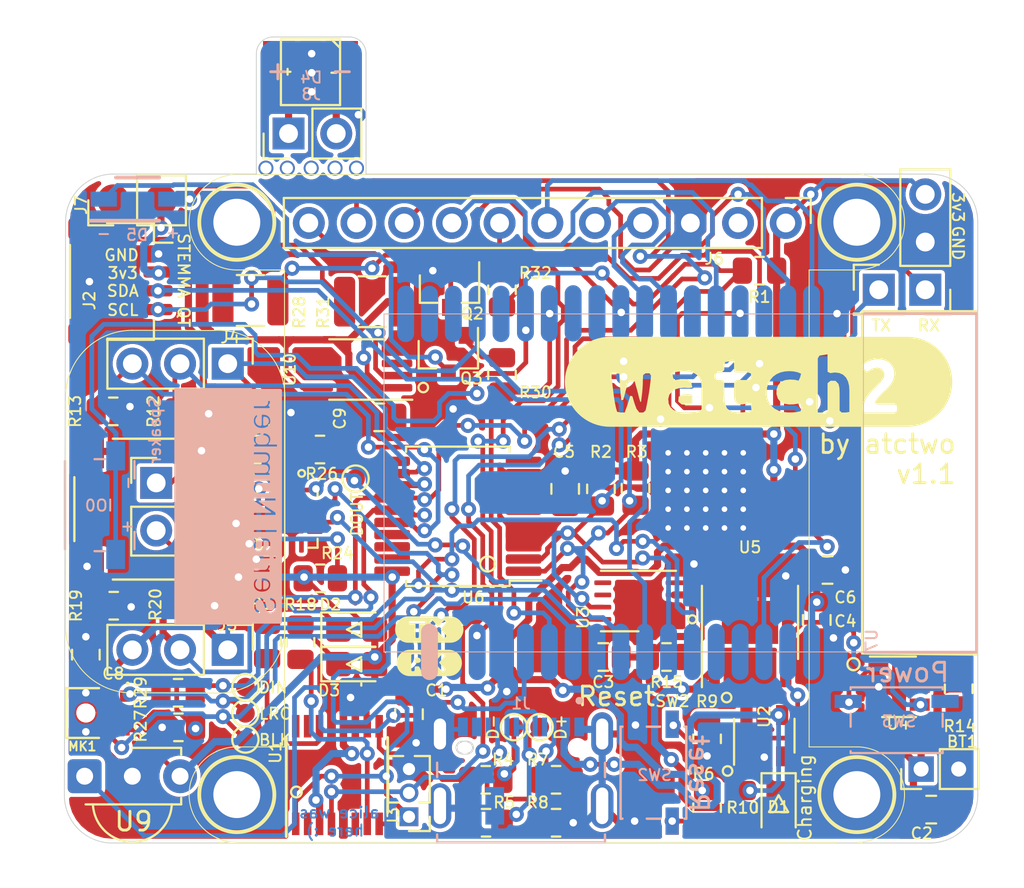
<source format=kicad_pcb>
(kicad_pcb (version 20171130) (host pcbnew 5.1.10)
  (layers (0 Top signal) (31 Bottom signal) (34 B.Paste user) (35 F.Paste user) (36 B.SilkS user) (37 F.SilkS user) (38 B.Mask user) (39 F.Mask user) (44 Edge.Cuts user))
  (net 0 "")
  (net 1 GND)
  (net 2 +3V3)
  (net 3 +5V)
  (net 4 "Net-(D1-Pad2)")
  (net 5 "Net-(D1-Pad1)")
  (net 6 "Net-(D2-Pad1)")
  (net 7 "Net-(D3-Pad1)")
  (net 8 "Net-(D5-Pad1)")
  (net 9 "Net-(D5-Pad2)")
  (net 10 I2C_SCL)
  (net 11 I2C_SDA)
  (net 12 ESP_RX)
  (net 13 ESP_TX)
  (net 14 DPAD_RIGHT)
  (net 15 DPAD_UP)
  (net 16 DPAD_LEFT)
  (net 17 DPAD_DOWN)
  (net 18 DPAD_ENTER)
  (net 19 "Net-(J6-Pad2)")
  (net 20 TFT_CLOCK)
  (net 21 TFT_MISO)
  (net 22 TFT_MOSI)
  (net 23 TFT_CS)
  (net 24 TFT_RESET)
  (net 25 TFT_DC)
  (net 26 SD_CS)
  (net 27 TFT_BL)
  (net 28 "Net-(J7-Pad1)")
  (net 29 "Net-(LS1-Pad1)")
  (net 30 "Net-(LS1-Pad2)")
  (net 31 "Net-(MK1-Pad2)")
  (net 32 I2S_LRC)
  (net 33 "Net-(MK1-Pad6)")
  (net 34 I2S_BLK)
  (net 35 LED_TORCH)
  (net 36 "Net-(Q3-Pad1)")
  (net 37 ESP_IO0)
  (net 38 USB_D-)
  (net 39 "Net-(R4-Pad1)")
  (net 40 "Net-(R5-Pad1)")
  (net 41 USB_D+)
  (net 42 ESP_EN)
  (net 43 "Net-(J1-PadA5)")
  (net 44 "Net-(J1-PadB5)")
  (net 45 "Net-(R9-Pad1)")
  (net 46 "Net-(R14-Pad2)")
  (net 47 "Net-(R17-Pad2)")
  (net 48 "Net-(R18-Pad2)")
  (net 49 "Net-(R24-Pad2)")
  (net 50 "Net-(R25-Pad2)")
  (net 51 I2S_DIN)
  (net 52 LED_IR)
  (net 53 "Net-(U1-Pad2)")
  (net 54 "Net-(U1-Pad6)")
  (net 55 "Net-(U1-Pad15)")
  (net 56 "Net-(U1-Pad16)")
  (net 57 "Net-(U4-Pad4)")
  (net 58 "Net-(U4-Pad5)")
  (net 59 "Net-(U6-Pad7)")
  (net 60 "Net-(U6-Pad8)")
  (net 61 "Net-(U6-Pad17)")
  (net 62 "Net-(U7-Pad32)")
  (net 63 "Net-(U7-Pad28)")
  (net 64 "Net-(U7-Pad27)")
  (net 65 "Net-(U7-Pad24)")
  (net 66 "Net-(U7-Pad22)")
  (net 67 "Net-(U7-Pad21)")
  (net 68 "Net-(U7-Pad20)")
  (net 69 "Net-(U7-Pad19)")
  (net 70 "Net-(U7-Pad18)")
  (net 71 "Net-(U7-Pad17)")
  (net 72 IR_RECV)
  (net 73 I2S_DOUT)
  (net 74 "Net-(U7-Pad6)")
  (net 75 "Net-(U7-Pad5)")
  (net 76 "Net-(U6-Pad19)")
  (net 77 "Net-(U6-Pad18)")
  (net 78 "Net-(U6-Pad11)")
  (net 79 "Net-(U6-Pad10)")
  (net 80 "Net-(Q2-Pad1)")
  (net 81 "Net-(D4-Pad1)")
  (net 82 "Net-(D4-Pad2)")
  (net 83 "Net-(J1-PadA4)")
  (net 84 "Net-(U10-Pad3)")
  (net 85 "Net-(R15-Pad2)")
  (net 86 "Net-(U3-Pad6)")
  (net 87 "Net-(U3-Pad5)")
  (net 88 "Net-(Q2-Pad3)")
  (net 89 "Net-(SW3-Pad1)")
  (module label (layer Top) (at 147.3835 111.1885)
    (fp_text reference "" (at 0 0) (layer F.SilkS) (effects (font (size 1.27 1.27))))
    (fp_text value "" (at 0 0) (layer F.SilkS) (effects (font (size 1.27 1.27))))
  )
  (module label (layer Top) (at 147.3835 109.4105)
    (fp_text reference "" (at 0 0) (layer F.SilkS) (effects (font (size 1.27 1.27))))
    (fp_text value "" (at 0 0) (layer F.SilkS) (effects (font (size 1.27 1.27))))
  )
  (module TestPoint:TestPoint_Pad_D1.0mm (layer Top) (at 153.2636 114.6048)
    (fp_text reference D+ (at 1.1176 0 270) (layer F.SilkS) (effects (font (size 0.6 0.6) (thickness 0.1))))
    (fp_text value TestPoint_Pad_D1.0mm)
    (pad 1 smd circle (at 0 0) (size 1 1) (layers Top F.Mask) (net 41 USB_D+))
  )
  (module TestPoint:TestPoint_Pad_D1.0mm (layer Top) (at 151.892 114.6048)
    (fp_text reference D- (at -1.1176 0 90) (layer F.SilkS) (effects (font (size 0.6 0.6) (thickness 0.1))))
    (fp_text value TestPoint_Pad_D1.0mm)
    (pad 1 smd circle (at 0 0) (size 1 1) (layers Top F.Mask) (net 38 USB_D-))
  )
  (module TestPoint:TestPoint_Pad_D1.0mm (layer Top) (at 143.4592 101.3714)
    (fp_text reference DOUT (at 0.0762 1.905 90) (layer F.SilkS) (effects (font (size 0.6 0.6) (thickness 0.1))))
    (fp_text value TestPoint_Pad_D1.0mm)
    (pad 1 smd circle (at 0 0) (size 1 1) (layers Top F.Mask) (net 73 I2S_DOUT))
  )
  (module TestPoint:TestPoint_Pad_D1.0mm (layer Top) (at 137.5918 115.2652)
    (fp_text reference BLK (at 1.5748 0.0254) (layer F.SilkS) (effects (font (size 0.6 0.6) (thickness 0.1))))
    (fp_text value TestPoint_Pad_D1.0mm)
    (pad 1 smd circle (at 0 0) (size 1 1) (layers Top F.Mask) (net 34 I2S_BLK))
  )
  (module TestPoint:TestPoint_Pad_D1.0mm (layer Top) (at 137.5918 113.8682)
    (fp_text reference LRC (at 1.5748 0.0254) (layer F.SilkS) (effects (font (size 0.6 0.6) (thickness 0.1))))
    (fp_text value TestPoint_Pad_D1.0mm)
    (pad 1 smd circle (at 0 0) (size 1 1) (layers Top F.Mask) (net 32 I2S_LRC))
  )
  (module TestPoint:TestPoint_Pad_D1.0mm (layer Top) (at 137.5918 112.4712)
    (fp_text reference DIN (at 1.4732 0.0254) (layer F.SilkS) (effects (font (size 0.6 0.6) (thickness 0.1))))
    (fp_text value TestPoint_Pad_D1.0mm)
    (pad 1 smd circle (at 0 0) (size 1 1) (layers Top F.Mask) (net 51 I2S_DIN))
  )
  (module label (layer Top) (at 164.9222 96.2152)
    (fp_text reference "" (at 0 0) (layer F.SilkS) (effects (font (size 1.27 1.27))))
    (fp_text value "" (at 0 0) (layer F.SilkS) (effects (font (size 1.27 1.27))))
  )
  (module label (layer Bottom) (at 138.6332 102.8446 90)
    (fp_text reference "" (at 0 0 270) (layer B.SilkS) (effects (font (size 1.27 1.27)) (justify mirror)))
    (fp_text value "" (at 0 0 270) (layer B.SilkS) (effects (font (size 1.27 1.27)) (justify mirror)))
  )
  (module Connector_PinHeader_2.54mm:PinHeader_1x02_P2.54mm_Vertical (layer Top) (at 132.842 101.6)
    (fp_text reference Speaker (at -0.0635 -2.794 -90) (layer B.SilkS) (effects (font (size 0.6 0.6) (thickness 0.1)) (justify mirror)))
    (fp_text value PinHeader_1x02_P2.54mm_Vertical)
    (pad 2 thru_hole oval (at 0 2.54) (size 1.7 1.7) (drill 1) (layers *.Cu *.Mask) (net 30 "Net-(LS1-Pad2)"))
    (pad 1 thru_hole rect (at 0 0) (size 1.7 1.7) (drill 1) (layers *.Cu *.Mask) (net 29 "Net-(LS1-Pad1)"))
  )
  (module Button_Switch_SMD:SW_SPST_EVQP2 (layer Bottom) (at 172.2755 114.2365 180)
    (fp_text reference SW3 (at -0.127 -0.0635 180) (layer B.SilkS) (effects (font (size 0.6 0.6) (thickness 0.1)) (justify mirror)))
    (fp_text value "Power Button")
    (pad 2 smd rect (at 2.58 -1 180) (size 1.45 0.7) (layers Bottom B.Paste B.Mask) (net 1 GND))
    (pad 2 smd rect (at -2.58 -1 180) (size 1.45 0.7) (layers Bottom B.Paste B.Mask) (net 1 GND))
    (pad 1 smd rect (at -2.58 1 180) (size 1.45 0.7) (layers Bottom B.Paste B.Mask) (net 89 "Net-(SW3-Pad1)"))
    (pad 1 smd rect (at 2.58 1 180) (size 1.45 0.7) (layers Bottom B.Paste B.Mask) (net 89 "Net-(SW3-Pad1)"))
  )
  (module Connector_PinHeader_2.54mm:PinHeader_1x01_P2.54mm_Vertical (layer Top) (at 171.323 91.313)
    (fp_text reference REF** hide)
    (fp_text value PinHeader_1x01_P2.54mm_Vertical)
    (pad 1 thru_hole rect (at 0 0) (size 1.7 1.7) (drill 1) (layers *.Cu *.Mask) (net 13 ESP_TX))
  )
  (module Connector_PinHeader_2.54mm:PinHeader_1x03_P2.54mm_Vertical (layer Top) (at 173.7995 91.313 180)
    (fp_text reference REF** hide)
    (fp_text value PinHeader_1x03_P2.54mm_Vertical)
    (pad 1 thru_hole rect (at 0 0 180) (size 1.7 1.7) (drill 1) (layers *.Cu *.Mask) (net 12 ESP_RX))
    (pad 2 thru_hole oval (at 0 2.54 180) (size 1.7 1.7) (drill 1) (layers *.Cu *.Mask) (net 1 GND))
    (pad 3 thru_hole oval (at 0 5.08 180) (size 1.7 1.7) (drill 1) (layers *.Cu *.Mask) (net 2 +3V3))
  )
  (module Resistor_SMD:R_1210_3225Metric (layer Top) (at 144.3375 91.948)
    (fp_text reference R31 (at -2.6055 0.5715 90) (layer F.SilkS) (effects (font (size 0.6 0.6) (thickness 0.1))))
    (fp_text value 100R)
    (pad 2 smd roundrect (at 1.4625 0) (size 1.125 2.65) (layers Top F.Paste F.Mask) (roundrect_rratio 0.222222) (net 2 +3V3))
    (pad 1 smd roundrect (at -1.4625 0) (size 1.125 2.65) (layers Top F.Paste F.Mask) (roundrect_rratio 0.222222) (net 9 "Net-(D5-Pad2)"))
  )
  (module Resistor_SMD:R_1210_3225Metric (layer Top) (at 137.8585 91.8845)
    (fp_text reference R28 (at 2.6035 0.635 270) (layer F.SilkS) (effects (font (size 0.6 0.6) (thickness 0.1))))
    (fp_text value 100R)
    (pad 2 smd roundrect (at 1.4625 0) (size 1.125 2.65) (layers Top F.Paste F.Mask) (roundrect_rratio 0.222222) (net 88 "Net-(Q2-Pad3)"))
    (pad 1 smd roundrect (at -1.4625 0) (size 1.125 2.65) (layers Top F.Paste F.Mask) (roundrect_rratio 0.222222) (net 28 "Net-(J7-Pad1)"))
  )
  (module Button_Switch_SMD:SW_SPST_EVQP2 (layer Bottom) (at 159.3215 117.0305 90)
    (fp_text reference SW2 (at -0.127 0.0635) (layer B.SilkS) (effects (font (size 0.6 0.6) (thickness 0.1)) (justify mirror)))
    (fp_text value SW_Push)
    (pad 2 smd rect (at 2.58 -1 90) (size 1.45 0.7) (layers Bottom B.Paste B.Mask) (net 1 GND))
    (pad 2 smd rect (at -2.58 -1 90) (size 1.45 0.7) (layers Bottom B.Paste B.Mask) (net 1 GND))
    (pad 1 smd rect (at -2.58 1 90) (size 1.45 0.7) (layers Bottom B.Paste B.Mask) (net 42 ESP_EN))
    (pad 1 smd rect (at 2.58 1 90) (size 1.45 0.7) (layers Bottom B.Paste B.Mask) (net 42 ESP_EN))
  )
  (module "Alice's Library:JAE_DX07S016JA1R1500" (layer Bottom) (at 152.273 115.697 180)
    (fp_text reference J1 (at 0 2.3495) (layer B.SilkS) (effects (font (size 0.6 0.6) (thickness 0.1)) (justify mirror)))
    (fp_text value USB_C_Receptacle_USB2.0)
    (fp_line (start 3.125 -0.315) (end 2.875 -0.315) (layer Edge.Cuts) (width 0.1))
    (fp_line (start 2.875 0.315) (end 3.125 0.315) (layer Edge.Cuts) (width 0.1))
    (fp_arc (start 2.875 0) (end 2.875 0.315) (angle 90) (layer Edge.Cuts) (width 0.1))
    (fp_arc (start 2.875 0) (end 2.56 0) (angle 90) (layer Edge.Cuts) (width 0.1))
    (fp_arc (start 3.125 0) (end 3.125 -0.315) (angle 90) (layer Edge.Cuts) (width 0.1))
    (fp_arc (start 3.125 0) (end 3.44 0) (angle 90) (layer Edge.Cuts) (width 0.1))
    (pad S6 thru_hole oval (at 4.32 -3.1 180) (size 1.2 2.4) (drill oval 0.65 1.95) (layers *.Cu *.Mask))
    (pad S5 thru_hole oval (at -4.32 -3.1 180) (size 1.2 2.4) (drill oval 0.65 1.95) (layers *.Cu *.Mask))
    (pad S4 thru_hole oval (at 4.32 0.725 180) (size 1.158 2.316) (drill oval 0.65 1.65) (layers *.Cu *.Mask) (net 1 GND))
    (pad S3 thru_hole oval (at -4.32 0.725 180) (size 1.158 2.316) (drill oval 0.65 1.65) (layers *.Cu *.Mask))
    (pad None np_thru_hole circle (at -3 0 180) (size 0.63 0.63) (drill 0.63) (layers *.Cu *.Mask))
    (pad S2 smd rect (at 1.4 -3.1 180) (size 1 2) (layers Bottom B.Paste B.Mask))
    (pad S1 smd rect (at -1.4 -3.1 180) (size 1 2) (layers Bottom B.Paste B.Mask) (net 1 GND))
    (pad None np_thru_hole circle (at 3 0 180) (size 0.63 0.63) (drill 0.63) (layers *.Cu *.Mask))
    (pad None np_thru_hole circle (at 3 0 180) (size 0.6 0.6) (drill 0.6) (layers *.Cu *.Mask))
    (pad "9 (CC2)" smd rect (at 1.25 1.1 180) (size 0.27 1) (layers Bottom B.Paste B.Mask))
    (pad 8 smd rect (at 0.75 1.1 180) (size 0.27 1) (layers Bottom B.Paste B.Mask) (net 38 USB_D-))
    (pad 7 smd rect (at 0.25 1.1 180) (size 0.27 1) (layers Bottom B.Paste B.Mask) (net 41 USB_D+))
    (pad 6 smd rect (at -0.25 1.1 180) (size 0.27 1) (layers Bottom B.Paste B.Mask) (net 41 USB_D+))
    (pad 5 smd rect (at -0.75 1.1 180) (size 0.27 1) (layers Bottom B.Paste B.Mask) (net 38 USB_D-))
    (pad 4 smd rect (at -1.25 1.1 180) (size 0.27 1) (layers Bottom B.Paste B.Mask))
    (pad 10 smd rect (at 1.75 1.1 180) (size 0.27 1) (layers Bottom B.Paste B.Mask))
    (pad "3 (CC1)" smd rect (at -1.75 1.1 180) (size 0.27 1) (layers Bottom B.Paste B.Mask))
    (pad 11 smd rect (at 2.35 1.1 180) (size 0.52 1) (layers Bottom B.Paste B.Mask))
    (pad 2 smd rect (at -2.35 1.1 180) (size 0.52 1) (layers Bottom B.Paste B.Mask))
    (pad 12 smd rect (at 3.1 1.1 180) (size 0.52 1) (layers Bottom B.Paste B.Mask))
    (pad 1 smd rect (at -3.1 1.1 180) (size 0.52 1) (layers Bottom B.Paste B.Mask))
  )
  (module Resistor_SMD:R_0805_2012Metric (layer Top) (at 164.084 118.8955 90)
    (fp_text reference R10 (at 0 0) (layer F.SilkS) (effects (font (size 0.6 0.6) (thickness 0.1))))
    (fp_text value 1k)
    (pad 2 smd roundrect (at 0.9125 0 90) (size 1.025 1.4) (layers Top F.Paste F.Mask) (roundrect_rratio 0.243902) (net 83 "Net-(J1-PadA4)"))
    (pad 1 smd roundrect (at -0.9125 0 90) (size 1.025 1.4) (layers Top F.Paste F.Mask) (roundrect_rratio 0.243902) (net 4 "Net-(D1-Pad2)"))
  )
  (module "Alice's Library:ESP32-WROVER" (layer Bottom) (at 169.926 101.6 90)
    (fp_text reference U7 (at -8.382 1.016 -90) (layer B.SilkS) (effects (font (size 0.6 0.6) (thickness 0.1)) (justify mirror)))
    (fp_text value ESP32-WROVER hide)
    (pad 39 thru_hole circle (at 1.6 -5.82 90) (size 0.8 0.8) (drill 0.3) (layers *.Cu *.Mask) (net 1 GND))
    (pad 39 thru_hole circle (at 1.6 -6.82 90) (size 0.8 0.8) (drill 0.3) (layers *.Cu *.Mask) (net 1 GND))
    (pad 39 thru_hole circle (at 1.6 -7.82 90) (size 0.8 0.8) (drill 0.3) (layers *.Cu *.Mask) (net 1 GND))
    (pad 39 thru_hole circle (at 1.6 -8.82 90) (size 0.8 0.8) (drill 0.3) (layers *.Cu *.Mask) (net 1 GND))
    (pad 39 thru_hole circle (at 1.6 -9.82 90) (size 0.8 0.8) (drill 0.3) (layers *.Cu *.Mask) (net 1 GND))
    (pad 39 thru_hole circle (at -0.4 -5.82 90) (size 0.8 0.8) (drill 0.3) (layers *.Cu *.Mask) (net 1 GND))
    (pad 39 thru_hole circle (at -0.4 -6.82 90) (size 0.8 0.8) (drill 0.3) (layers *.Cu *.Mask) (net 1 GND))
    (pad 39 thru_hole circle (at -0.4 -7.82 90) (size 0.8 0.8) (drill 0.3) (layers *.Cu *.Mask) (net 1 GND))
    (pad 39 thru_hole circle (at -0.4 -8.82 90) (size 0.8 0.8) (drill 0.3) (layers *.Cu *.Mask) (net 1 GND))
    (pad 39 thru_hole circle (at -0.4 -9.82 90) (size 0.8 0.8) (drill 0.3) (layers *.Cu *.Mask) (net 1 GND))
    (pad 39 thru_hole circle (at 0.6 -9.82 90) (size 0.8 0.8) (drill 0.3) (layers *.Cu *.Mask) (net 1 GND))
    (pad 39 thru_hole circle (at 0.6 -8.82 90) (size 0.8 0.8) (drill 0.3) (layers *.Cu *.Mask) (net 1 GND))
    (pad 39 thru_hole circle (at 0.6 -7.82 90) (size 0.8 0.8) (drill 0.3) (layers *.Cu *.Mask) (net 1 GND))
    (pad 39 thru_hole circle (at 0.6 -6.82 90) (size 0.8 0.8) (drill 0.3) (layers *.Cu *.Mask) (net 1 GND))
    (pad 39 thru_hole circle (at 0.6 -5.82 90) (size 0.8 0.8) (drill 0.3) (layers *.Cu *.Mask) (net 1 GND))
    (pad 39 thru_hole circle (at -1.4 -5.82 90) (size 0.8 0.8) (drill 0.3) (layers *.Cu *.Mask) (net 1 GND))
    (pad 39 thru_hole circle (at -1.4 -6.82 90) (size 0.8 0.8) (drill 0.3) (layers *.Cu *.Mask) (net 1 GND))
    (pad 39 thru_hole circle (at -1.4 -7.82 90) (size 0.8 0.8) (drill 0.3) (layers *.Cu *.Mask) (net 1 GND))
    (pad 39 thru_hole circle (at -1.4 -8.82 90) (size 0.8 0.8) (drill 0.3) (layers *.Cu *.Mask) (net 1 GND))
    (pad 39 thru_hole circle (at -1.4 -9.82 90) (size 0.8 0.8) (drill 0.3) (layers *.Cu *.Mask) (net 1 GND))
    (pad 39 thru_hole circle (at -2.4 -9.82 90) (size 0.8 0.8) (drill 0.3) (layers *.Cu *.Mask) (net 1 GND))
    (pad 39 thru_hole circle (at -2.4 -8.82 90) (size 0.8 0.8) (drill 0.3) (layers *.Cu *.Mask) (net 1 GND))
    (pad 39 thru_hole circle (at -2.4 -7.82 90) (size 0.8 0.8) (drill 0.3) (layers *.Cu *.Mask) (net 1 GND))
    (pad 39 thru_hole circle (at -2.4 -6.82 90) (size 0.8 0.8) (drill 0.3) (layers *.Cu *.Mask) (net 1 GND))
    (pad 38 smd oval (at 9.03 -0.91 90) (size 3 0.9) (layers Bottom B.Paste B.Mask) (net 1 GND))
    (pad 37 smd oval (at 9.03 -2.18 90) (size 3 0.9) (layers Bottom B.Paste B.Mask) (net 22 TFT_MOSI))
    (pad 36 smd oval (at 9.03 -3.45 90) (size 3 0.9) (layers Bottom B.Paste B.Mask) (net 25 TFT_DC))
    (pad 35 smd oval (at 9.03 -4.72 90) (size 3 0.9) (layers Bottom B.Paste B.Mask) (net 13 ESP_TX))
    (pad 34 smd oval (at 9.03 -5.99 90) (size 3 0.9) (layers Bottom B.Paste B.Mask) (net 12 ESP_RX))
    (pad 33 smd oval (at 9.03 -7.26 90) (size 3 0.9) (layers Bottom B.Paste B.Mask) (net 24 TFT_RESET))
    (pad 32 smd oval (at 9.03 -8.53 90) (size 3 0.9) (layers Bottom B.Paste B.Mask) (net 62 "Net-(U7-Pad32)"))
    (pad 31 smd oval (at 9.03 -9.8 90) (size 3 0.9) (layers Bottom B.Paste B.Mask) (net 21 TFT_MISO))
    (pad 30 smd oval (at 9.03 -11.07 90) (size 3 0.9) (layers Bottom B.Paste B.Mask) (net 20 TFT_CLOCK))
    (pad 29 smd oval (at 9.03 -12.34 90) (size 3 0.9) (layers Bottom B.Paste B.Mask) (net 23 TFT_CS))
    (pad 28 smd oval (at 9.03 -13.61 90) (size 3 0.9) (layers Bottom B.Paste B.Mask) (net 63 "Net-(U7-Pad28)"))
    (pad 27 smd oval (at 9.03 -14.88 90) (size 3 0.9) (layers Bottom B.Paste B.Mask) (net 64 "Net-(U7-Pad27)"))
    (pad 26 smd oval (at 9.03 -16.15 90) (size 3 0.9) (layers Bottom B.Paste B.Mask) (net 52 LED_IR))
    (pad 25 smd oval (at 9.03 -17.42 90) (size 3 0.9) (layers Bottom B.Paste B.Mask) (net 37 ESP_IO0))
    (pad 24 smd oval (at 9 -18.72 90) (size 3 0.9) (layers Bottom B.Paste B.Mask) (net 65 "Net-(U7-Pad24)"))
    (pad 23 smd oval (at 9 -19.99 90) (size 3 0.9) (layers Bottom B.Paste B.Mask) (net 10 I2C_SCL))
    (pad 22 smd oval (at 9 -21.26 90) (size 3 0.9) (layers Bottom B.Paste B.Mask) (net 66 "Net-(U7-Pad22)"))
    (pad 21 smd oval (at 9 -22.53 90) (size 3 0.9) (layers Bottom B.Paste B.Mask) (net 67 "Net-(U7-Pad21)"))
    (pad 20 smd oval (at 9 -23.8 90) (size 3 0.9) (layers Bottom B.Paste B.Mask) (net 68 "Net-(U7-Pad20)"))
    (pad 19 smd oval (at -9 -23.8 90) (size 1.5 0.9) (layers Bottom B.Paste B.Mask) (net 69 "Net-(U7-Pad19)"))
    (pad 18 smd oval (at -9 -22.53 90) (size 3 0.9) (layers B.SilkS) (net 70 "Net-(U7-Pad18)"))
    (pad 17 smd oval (at -9 -21.26 90) (size 3 0.9) (layers Bottom B.Paste B.Mask) (net 71 "Net-(U7-Pad17)"))
    (pad 16 smd oval (at -9 -19.99 90) (size 3 0.9) (layers Bottom B.Paste B.Mask) (net 26 SD_CS))
    (pad 15 smd oval (at -9 -18.72 90) (size 3 0.9) (layers Bottom B.Paste B.Mask) (net 1 GND))
    (pad 14 smd oval (at -9 -17.42 90) (size 3 0.9) (layers Bottom B.Paste B.Mask) (net 72 IR_RECV))
    (pad 13 smd oval (at -9 -16.15 90) (size 3 0.9) (layers Bottom B.Paste B.Mask) (net 35 LED_TORCH))
    (pad 12 smd oval (at -9 -14.88 90) (size 3 0.9) (layers Bottom B.Paste B.Mask) (net 34 I2S_BLK))
    (pad 11 smd oval (at -9 -13.61 90) (size 3 0.9) (layers Bottom B.Paste B.Mask) (net 32 I2S_LRC))
    (pad 10 smd oval (at -9 -12.34 90) (size 3 0.9) (layers Bottom B.Paste B.Mask) (net 73 I2S_DOUT))
    (pad 9 smd oval (at -9 -11.07 90) (size 3 0.9) (layers Bottom B.Paste B.Mask) (net 27 TFT_BL))
    (pad 8 smd oval (at -9 -9.8 90) (size 3 0.9) (layers Bottom B.Paste B.Mask) (net 11 I2C_SDA))
    (pad 7 smd oval (at -9 -8.53 90) (size 3 0.9) (layers Bottom B.Paste B.Mask) (net 51 I2S_DIN))
    (pad 6 smd oval (at -9 -7.26 90) (size 3 0.9) (layers Bottom B.Paste B.Mask) (net 74 "Net-(U7-Pad6)"))
    (pad 5 smd oval (at -9 -5.99 90) (size 3 0.9) (layers Bottom B.Paste B.Mask) (net 75 "Net-(U7-Pad5)"))
    (pad 4 smd oval (at -9 -4.72 90) (size 3 0.9) (layers Bottom B.Paste B.Mask) (net 18 DPAD_ENTER))
    (pad 3 smd oval (at -9 -3.45 90) (size 3 0.9) (layers Bottom B.Paste B.Mask) (net 42 ESP_EN))
    (pad 2 smd oval (at -9 -2.18 90) (size 3 0.9) (layers Bottom B.Paste B.Mask) (net 2 +3V3))
    (pad 1 smd oval (at -9 -0.91 90) (size 3 0.9) (layers Bottom B.Paste B.Mask) (net 1 GND))
    (pad 39 smd rect (at -0.4 -7.83 90) (size 5 5) (layers Bottom B.Paste B.Mask) (net 1 GND))
    (pad 39 thru_hole circle (at -2.4 -5.82 90) (size 0.8 0.8) (drill 0.3) (layers *.Cu *.Mask) (net 1 GND))
  )
  (module Button_Switch_SMD:SW_SPST_EVQP2 (layer Top) (at 159.3215 117.0305 270)
    (fp_text reference SW2 (at -3.81 -1.016) (layer F.SilkS) (effects (font (size 0.6 0.6) (thickness 0.1))))
    (fp_text value SW_Push)
    (pad 1 smd rect (at 2.58 -1 270) (size 1.45 0.7) (layers Top F.Paste F.Mask) (net 42 ESP_EN))
    (pad 1 smd rect (at -2.58 -1 270) (size 1.45 0.7) (layers Top F.Paste F.Mask) (net 42 ESP_EN))
    (pad 2 smd rect (at -2.58 1 270) (size 1.45 0.7) (layers Top F.Paste F.Mask) (net 1 GND))
    (pad 2 smd rect (at 2.58 1 270) (size 1.45 0.7) (layers Top F.Paste F.Mask) (net 1 GND))
  )
  (module Package_DFN_QFN:WDFN-8-1EP_4x3mm_P0.65mm_EP2.4x1.8mm (layer Top) (at 158.5245 107.892 180)
    (fp_text reference U3 (at 2.9495 -0.8835 90) (layer F.SilkS) (effects (font (size 0.6 0.6) (thickness 0.1))))
    (fp_text value LC709203FQH-01TWG)
    (pad 1 smd roundrect (at -1.9 -0.975 180) (size 0.9 0.25) (layers Top F.Paste F.Mask) (net 1 GND))
    (pad 2 smd roundrect (at -1.9 -0.325 180) (size 0.9 0.25) (layers Top F.Paste F.Mask) (net 1 GND))
    (pad 3 smd roundrect (at -1.9 0.325 180) (size 0.9 0.25) (layers Top F.Paste F.Mask) (net 3 +5V))
    (pad 4 smd roundrect (at -1.9 0.975 180) (size 0.9 0.25) (layers Top F.Paste F.Mask) (net 85 "Net-(R15-Pad2)"))
    (pad 5 smd roundrect (at 1.9 0.975 180) (size 0.9 0.25) (layers Top F.Paste F.Mask) (net 87 "Net-(U3-Pad5)"))
    (pad 6 smd roundrect (at 1.9 0.325 180) (size 0.9 0.25) (layers Top F.Paste F.Mask) (net 86 "Net-(U3-Pad6)"))
    (pad 7 smd roundrect (at 1.9 -0.325 180) (size 0.9 0.25) (layers Top F.Paste F.Mask) (net 11 I2C_SDA))
    (pad 8 smd roundrect (at 1.9 -0.975 180) (size 0.9 0.25) (layers Top F.Paste F.Mask) (net 10 I2C_SCL))
    (pad 9 smd rect (at 0 0 180) (size 2.4 1.8) (layers Top F.Mask) (net 1 GND))
  )
  (module Resistor_SMD:R_0805_2012Metric (layer Top) (at 160.02 110.871)
    (fp_text reference R15 (at 0 1.3335) (layer F.SilkS) (effects (font (size 0.6 0.6) (thickness 0.1))))
    (fp_text value 10k)
    (pad 2 smd roundrect (at 0.9125 0) (size 1.025 1.4) (layers Top F.Paste F.Mask) (roundrect_rratio 0.243902) (net 85 "Net-(R15-Pad2)"))
    (pad 1 smd roundrect (at -0.9125 0) (size 1.025 1.4) (layers Top F.Paste F.Mask) (roundrect_rratio 0.243902) (net 3 +5V))
  )
  (module Capacitor_SMD:C_0805_2012Metric (layer Top) (at 156.6545 110.871 180)
    (fp_text reference C3 (at 0 -1.3335) (layer F.SilkS) (effects (font (size 0.6 0.6) (thickness 0.1))))
    (fp_text value 0.1uF)
    (pad 2 smd roundrect (at 0.95 0 180) (size 1 1.45) (layers Top F.Paste F.Mask) (net 1 GND))
    (pad 1 smd roundrect (at -0.95 0 180) (size 1 1.45) (layers Top F.Paste F.Mask) (net 3 +5V))
  )
  (module Package_SO:MSOP-8_3x3mm_P0.65mm (layer Top) (at 143.5565 95.56 180)
    (fp_text reference U10 (at 3.6025 -0.0075 90) (layer F.SilkS) (effects (font (size 0.6 0.6) (thickness 0.1))))
    (fp_text value MCP9808_MSOP)
    (pad 8 smd roundrect (at 2.1125 -0.975 180) (size 1.625 0.4) (layers Top F.Paste F.Mask) (net 2 +3V3))
    (pad 7 smd roundrect (at 2.1125 -0.325 180) (size 1.625 0.4) (layers Top F.Paste F.Mask) (net 1 GND))
    (pad 6 smd roundrect (at 2.1125 0.325 180) (size 1.625 0.4) (layers Top F.Paste F.Mask) (net 1 GND))
    (pad 5 smd roundrect (at 2.1125 0.975 180) (size 1.625 0.4) (layers Top F.Paste F.Mask) (net 1 GND))
    (pad 4 smd roundrect (at -2.1125 0.975 180) (size 1.625 0.4) (layers Top F.Paste F.Mask) (net 1 GND))
    (pad 3 smd roundrect (at -2.1125 0.325 180) (size 1.625 0.4) (layers Top F.Paste F.Mask) (net 84 "Net-(U10-Pad3)"))
    (pad 2 smd roundrect (at -2.1125 -0.325 180) (size 1.625 0.4) (layers Top F.Paste F.Mask) (net 10 I2C_SCL))
    (pad 1 smd roundrect (at -2.1125 -0.975 180) (size 1.625 0.4) (layers Top F.Paste F.Mask) (net 11 I2C_SDA))
  )
  (module Capacitor_SMD:C_0805_2012Metric (layer Top) (at 144.7165 98.1075 180)
    (fp_text reference C9 (at 2.0955 -0.0635 90) (layer F.SilkS) (effects (font (size 0.6 0.6) (thickness 0.1))))
    (fp_text value 0.1uF)
    (pad 2 smd roundrect (at 0.95 0 180) (size 1 1.45) (layers Top F.Paste F.Mask) (net 1 GND))
    (pad 1 smd roundrect (at -0.95 0 180) (size 1 1.45) (layers Top F.Paste F.Mask) (net 2 +3V3))
  )
  (module Package_TO_SOT_SMD:SOT-23 (layer Top) (at 148.3995 94.742 270)
    (fp_text reference Q3 (at 1.2954 -1.2319 180) (layer F.SilkS) (effects (font (size 0.6 0.6) (thickness 0.1))))
    (fp_text value Q_NPN_BCE)
    (pad 3 smd rect (at 1 0 270) (size 0.9 0.8) (layers Top F.Paste F.Mask) (net 8 "Net-(D5-Pad1)"))
    (pad 2 smd rect (at -1 0.95 270) (size 0.9 0.8) (layers Top F.Paste F.Mask) (net 1 GND))
    (pad 1 smd rect (at -1 -0.95 270) (size 0.9 0.8) (layers Top F.Paste F.Mask) (net 36 "Net-(Q3-Pad1)"))
  )
  (module Package_TO_SOT_SMD:SOT-23 (layer Top) (at 148.463 91.2495 270)
    (fp_text reference Q2 (at 1.3335 -1.2192 180) (layer F.SilkS) (effects (font (size 0.6 0.6) (thickness 0.1))))
    (fp_text value Q_NPN_BCE)
    (pad 1 smd rect (at -1 -0.95 270) (size 0.9 0.8) (layers Top F.Paste F.Mask) (net 80 "Net-(Q2-Pad1)"))
    (pad 2 smd rect (at -1 0.95 270) (size 0.9 0.8) (layers Top F.Paste F.Mask) (net 1 GND))
    (pad 3 smd rect (at 1 0 270) (size 0.9 0.8) (layers Top F.Paste F.Mask) (net 88 "Net-(Q2-Pad3)"))
  )
  (module Button_Switch_SMD:Panasonic_EVQPUJ_EVQPUA (layer Bottom) (at 129.833 102.785 90)
    (fp_text reference IO0 (at -0.0215 -0.039) (layer B.SilkS) (effects (font (size 0.6 0.6) (thickness 0.1)) (justify mirror)))
    (fp_text value Panasonic_EVQPUJ_EVQPUA)
    (pad 1 smd rect (at 2.625 0.85 270) (size 1.55 1) (layers Bottom B.Paste B.Mask) (net 37 ESP_IO0))
    (pad 1 smd rect (at -2.625 0.85 270) (size 1.55 1) (layers Bottom B.Paste B.Mask) (net 37 ESP_IO0))
    (pad 2 smd rect (at -2.625 -0.85 270) (size 1.55 1) (layers Bottom B.Paste B.Mask) (net 1 GND))
    (pad 2 smd rect (at 2.625 -0.85 270) (size 1.55 1) (layers Bottom B.Paste B.Mask) (net 1 GND))
  )
  (module Resistor_SMD:R_0805_2012Metric (layer Top) (at 151.257 91.313 270)
    (fp_text reference R32 (at -0.889 -1.778 180) (layer F.SilkS) (effects (font (size 0.6 0.6) (thickness 0.1))))
    (fp_text value 330R)
    (pad 2 smd roundrect (at 0.9125 0 270) (size 1.025 1.4) (layers Top F.Paste F.Mask) (roundrect_rratio 0.2439014634146341) (net 35 LED_TORCH))
    (pad 1 smd roundrect (at -0.9125 0 270) (size 1.025 1.4) (layers Top F.Paste F.Mask) (roundrect_rratio 0.2439014634146341) (net 80 "Net-(Q2-Pad1)"))
  )
  (module Connector_PinHeader_2.54mm:PinHeader_1x03_P2.54mm_Vertical (layer Top) (at 136.652 95.25 270)
    (fp_text reference J4 (at -1.397 -0.127 180) (layer F.SilkS) (effects (font (size 0.6 0.6) (thickness 0.1))))
    (fp_text value Conn_01x03_Male)
    (pad 1 thru_hole rect (at 0 0 270) (size 1.7 1.7) (drill 1) (layers *.Cu *.Mask) (net 14 DPAD_RIGHT))
    (pad 2 thru_hole oval (at 0 2.54 270) (size 1.7 1.7) (drill 1) (layers *.Cu *.Mask) (net 15 DPAD_UP))
    (pad 3 thru_hole oval (at 0 5.08 270) (size 1.7 1.7) (drill 1) (layers *.Cu *.Mask) (net 16 DPAD_LEFT))
  )
  (module Connector_JST:JST_SH_SM04B-SRSS-TB_1x04-1MP_P1.00mm_Horizontal (layer Top) (at 130.937 90.8685 270)
    (fp_text reference J2 (at 1.016 1.651 90) (layer F.SilkS) (effects (font (size 0.6 0.6) (thickness 0.1))))
    (fp_text value "STEMMA QT")
    (pad 1 smd roundrect (at -1.5 -2 270) (size 0.6 1.55) (layers Top F.Paste F.Mask) (net 1 GND))
    (pad 2 smd roundrect (at -0.5 -2 270) (size 0.6 1.55) (layers Top F.Paste F.Mask) (net 2 +3V3))
    (pad 3 smd roundrect (at 0.5 -2 270) (size 0.6 1.55) (layers Top F.Paste F.Mask) (net 11 I2C_SDA))
    (pad 4 smd roundrect (at 1.5 -2 270) (size 0.6 1.55) (layers Top F.Paste F.Mask) (net 10 I2C_SCL))
    (pad MP smd roundrect (at -2.8 1.875 270) (size 1.2 1.8) (layers Top F.Paste F.Mask) (roundrect_rratio 0.2083325) (net 1 GND))
    (pad MP smd roundrect (at 2.8 1.875 270) (size 1.2 1.8) (layers Top F.Paste F.Mask) (roundrect_rratio 0.2083325) (net 1 GND))
  )
  (module Package_SO:SSOP-20_5.3x7.2mm_P0.65mm (layer Top) (at 148.9075 103.378 180)
    (fp_text reference U6 (at -0.8255 -4.318) (layer F.SilkS) (effects (font (size 0.6 0.6) (thickness 0.1))))
    (fp_text value MCP23008-xSS)
    (pad 20 smd roundrect (at 3.5 -2.925 180) (size 1.9 0.5) (layers Top F.Paste F.Mask) (net 2 +3V3))
    (pad 19 smd roundrect (at 3.5 -2.275 180) (size 1.9 0.5) (layers Top F.Paste F.Mask) (net 76 "Net-(U6-Pad19)"))
    (pad 18 smd roundrect (at 3.5 -1.625 180) (size 1.9 0.5) (layers Top F.Paste F.Mask) (net 77 "Net-(U6-Pad18)"))
    (pad 17 smd roundrect (at 3.5 -0.975 180) (size 1.9 0.5) (layers Top F.Paste F.Mask) (net 61 "Net-(U6-Pad17)"))
    (pad 16 smd roundrect (at 3.5 -0.325 180) (size 1.9 0.5) (layers Top F.Paste F.Mask) (net 16 DPAD_LEFT))
    (pad 15 smd roundrect (at 3.5 0.325 180) (size 1.9 0.5) (layers Top F.Paste F.Mask) (net 17 DPAD_DOWN))
    (pad 14 smd roundrect (at 3.5 0.975 180) (size 1.9 0.5) (layers Top F.Paste F.Mask) (net 18 DPAD_ENTER))
    (pad 13 smd roundrect (at 3.5 1.625 180) (size 1.9 0.5) (layers Top F.Paste F.Mask) (net 15 DPAD_UP))
    (pad 12 smd roundrect (at 3.5 2.275 180) (size 1.9 0.5) (layers Top F.Paste F.Mask) (net 14 DPAD_RIGHT))
    (pad 11 smd roundrect (at 3.5 2.925 180) (size 1.9 0.5) (layers Top F.Paste F.Mask) (net 78 "Net-(U6-Pad11)"))
    (pad 10 smd roundrect (at -3.5 2.925 180) (size 1.9 0.5) (layers Top F.Paste F.Mask) (net 79 "Net-(U6-Pad10)"))
    (pad 9 smd roundrect (at -3.5 2.275 180) (size 1.9 0.5) (layers Top F.Paste F.Mask) (net 1 GND))
    (pad 8 smd roundrect (at -3.5 1.625 180) (size 1.9 0.5) (layers Top F.Paste F.Mask) (net 60 "Net-(U6-Pad8)"))
    (pad 7 smd roundrect (at -3.5 0.975 180) (size 1.9 0.5) (layers Top F.Paste F.Mask) (net 59 "Net-(U6-Pad7)"))
    (pad 6 smd roundrect (at -3.5 0.325 180) (size 1.9 0.5) (layers Top F.Paste F.Mask) (net 2 +3V3))
    (pad 5 smd roundrect (at -3.5 -0.325 180) (size 1.9 0.5) (layers Top F.Paste F.Mask) (net 1 GND))
    (pad 4 smd roundrect (at -3.5 -0.975 180) (size 1.9 0.5) (layers Top F.Paste F.Mask) (net 1 GND))
    (pad 3 smd roundrect (at -3.5 -1.625 180) (size 1.9 0.5) (layers Top F.Paste F.Mask) (net 1 GND))
    (pad 2 smd roundrect (at -3.5 -2.275 180) (size 1.9 0.5) (layers Top F.Paste F.Mask) (net 11 I2C_SDA))
    (pad 1 smd roundrect (at -3.5 -2.925 180) (size 1.9 0.5) (layers Top F.Paste F.Mask) (net 10 I2C_SCL))
  )
  (module MOUNTINGHOLE_2.5_PLATED (layer Top) (at 137.1346 118.1989 90)
    (fp_text reference U$7 hide)
    (fp_text value MOUNTINGHOLE2.5 hide)
    (pad P$1 thru_hole circle (at 0 0 90) (size 3.2 3.2) (drill 2.5) (layers *.Cu *.Mask) (net 1 GND))
  )
  (module MOUNTINGHOLE_2.5_PLATED (layer Top) (at 170.1546 118.1989 90)
    (fp_text reference U$8 hide)
    (fp_text value MOUNTINGHOLE2.5 hide)
    (pad P$1 thru_hole circle (at 0 0 90) (size 3.2 3.2) (drill 2.5) (layers *.Cu *.Mask) (net 1 GND))
  )
  (module MOUNTINGHOLE_2.5_PLATED (layer Top) (at 137.1346 87.7189 90)
    (fp_text reference U$9 hide)
    (fp_text value MOUNTINGHOLE2.5 hide)
    (pad P$1 thru_hole circle (at 0 0 90) (size 3.2 3.2) (drill 2.5) (layers *.Cu *.Mask) (net 1 GND))
  )
  (module MOUNTINGHOLE_2.5_PLATED (layer Top) (at 170.1546 87.7189 90)
    (fp_text reference U$10 hide)
    (fp_text value MOUNTINGHOLE2.5 hide)
    (pad P$1 thru_hole circle (at 0 0 90) (size 3.2 3.2) (drill 2.5) (layers *.Cu *.Mask) (net 1 GND))
  )
  (module Connector_PinHeader_2.00mm:PinHeader_1x02_P2.00mm_Vertical (layer Top) (at 173.5775 116.84 90)
    (fp_text reference BT1 (at 1.4605 2.1905 180) (layer F.SilkS) (effects (font (size 0.6 0.6) (thickness 0.1))))
    (fp_text value Battery_Cell)
    (pad 1 thru_hole rect (at 0 0 90) (size 1.35 1.35) (drill 0.8) (layers *.Cu *.Mask) (net 3 +5V))
    (pad 2 thru_hole oval (at 0 2 90) (size 1.35 1.35) (drill 0.8) (layers *.Cu *.Mask) (net 1 GND))
  )
  (module Capacitor_SMD:C_0805_2012Metric (layer Top) (at 146.304 113.9165 270)
    (fp_text reference C1 (at -1.2675 -1.4605 180) (layer F.SilkS) (effects (font (size 0.6 0.6) (thickness 0.1))))
    (fp_text value 0.1uF)
    (pad 1 smd roundrect (at -0.95 0 270) (size 1 1.45) (layers Top F.Paste F.Mask) (net 2 +3V3))
    (pad 2 smd roundrect (at 0.95 0 270) (size 1 1.45) (layers Top F.Paste F.Mask) (net 1 GND))
  )
  (module Capacitor_SMD:C_0805_2012Metric (layer Top) (at 174.117 118.999)
    (fp_text reference C2 (at -0.508 1.27) (layer F.SilkS) (effects (font (size 0.6 0.6) (thickness 0.1))))
    (fp_text value 10uF)
    (pad 2 smd roundrect (at 0.95 0) (size 1 1.45) (layers Top F.Paste F.Mask) (net 1 GND))
    (pad 1 smd roundrect (at -0.95 0) (size 1 1.45) (layers Top F.Paste F.Mask) (net 3 +5V))
  )
  (module Capacitor_SMD:C_0805_2012Metric (layer Top) (at 168.021 108.9 270)
    (fp_text reference C4 (at 0.066 -1.524 180) (layer F.SilkS) (effects (font (size 0.6 0.6) (thickness 0.1))))
    (fp_text value 10uF)
    (pad 1 smd roundrect (at -0.95 0 270) (size 1 1.45) (layers Top F.Paste F.Mask) (net 2 +3V3))
    (pad 2 smd roundrect (at 0.95 0 270) (size 1 1.45) (layers Top F.Paste F.Mask) (net 1 GND))
  )
  (module Capacitor_SMD:C_0805_2012Metric (layer Top) (at 154.6225 101.9175 90)
    (fp_text reference C5 (at 1.9685 -0.0635) (layer F.SilkS) (effects (font (size 0.6 0.6) (thickness 0.1))))
    (fp_text value 0.1uF)
    (pad 1 smd roundrect (at -0.95 0 90) (size 1 1.45) (layers Top F.Paste F.Mask) (net 2 +3V3))
    (pad 2 smd roundrect (at 0.95 0 90) (size 1 1.45) (layers Top F.Paste F.Mask) (net 1 GND))
  )
  (module Capacitor_SMD:C_0805_2012Metric (layer Top) (at 168.595 106.2355)
    (fp_text reference C6 (at 0.95 1.4605) (layer F.SilkS) (effects (font (size 0.6 0.6) (thickness 0.1))))
    (fp_text value 0.1uF)
    (pad 2 smd roundrect (at 0.95 0) (size 1 1.45) (layers Top F.Paste F.Mask) (net 1 GND))
    (pad 1 smd roundrect (at -0.95 0) (size 1 1.45) (layers Top F.Paste F.Mask) (net 2 +3V3))
  )
  (module Capacitor_SMD:C_0805_2012Metric (layer Top) (at 138.1735 106.7435)
    (fp_text reference C7 (at -0.95 -1.3335) (layer F.SilkS) (effects (font (size 0.6 0.6) (thickness 0.1))))
    (fp_text value 0.1uF)
    (pad 2 smd roundrect (at 0.95 0) (size 1 1.45) (layers Top F.Paste F.Mask) (net 1 GND))
    (pad 1 smd roundrect (at -0.95 0) (size 1 1.45) (layers Top F.Paste F.Mask) (net 2 +3V3))
  )
  (module Capacitor_SMD:C_0805_2012Metric (layer Top) (at 129.0955 110.7465 90)
    (fp_text reference C8 (at -1.0135 1.4605) (layer F.SilkS) (effects (font (size 0.6 0.6) (thickness 0.1))))
    (fp_text value 0.1uF)
    (pad 1 smd roundrect (at -0.95 0 90) (size 1 1.45) (layers Top F.Paste F.Mask) (net 2 +3V3))
    (pad 2 smd roundrect (at 0.95 0 90) (size 1 1.45) (layers Top F.Paste F.Mask) (net 1 GND))
  )
  (module LED_SMD:LED_0805_2012Metric_Castellated (layer Top) (at 165.989 118.9455 270)
    (fp_text reference D1 (at -0.0735 0 180) (layer F.SilkS) (effects (font (size 0.6 0.6) (thickness 0.1))))
    (fp_text value LED)
    (pad 2 smd roundrect (at 0.9625 0 270) (size 1 1.3) (layers Top F.Paste F.Mask) (roundrect_rratio 0.192) (net 4 "Net-(D1-Pad2)"))
    (pad 1 smd roundrect (at -0.9625 0 270) (size 1 1.3) (layers Top F.Paste F.Mask) (roundrect_rratio 0.192) (net 5 "Net-(D1-Pad1)"))
  )
  (module LED_SMD:LED_0805_2012Metric_Castellated (layer Top) (at 143.52 109.4105)
    (fp_text reference D2 (at -1.407 -1.3335) (layer F.SilkS) (effects (font (size 0.6 0.6) (thickness 0.1))))
    (fp_text value TX)
    (pad 1 smd roundrect (at -0.9625 0) (size 1.325 1.3) (layers Top F.Paste F.Mask) (roundrect_rratio 0.1923076923076923) (net 6 "Net-(D2-Pad1)"))
    (pad 2 smd roundrect (at 0.9625 0) (size 1.325 1.3) (layers Top F.Paste F.Mask) (roundrect_rratio 0.1923076923076923) (net 2 +3V3))
  )
  (module LED_SMD:LED_0805_2012Metric_Castellated (layer Top) (at 143.52 111.252)
    (fp_text reference D3 (at -1.4705 1.397) (layer F.SilkS) (effects (font (size 0.6 0.6) (thickness 0.1))))
    (fp_text value RX)
    (pad 1 smd roundrect (at -0.9625 0) (size 1.325 1.3) (layers Top F.Paste F.Mask) (roundrect_rratio 0.1923076923076923) (net 7 "Net-(D3-Pad1)"))
    (pad 2 smd roundrect (at 0.9625 0) (size 1.325 1.3) (layers Top F.Paste F.Mask) (roundrect_rratio 0.1923076923076923) (net 2 +3V3))
  )
  (module "Alice's Library:MLCAWT-A1-0000-000XE1" (layer Top) (at 141.1097 79.7052)
    (fp_text reference D4 (at -0.0127 0.3048) (layer B.SilkS) (effects (font (size 0.6 0.6) (thickness 0.1)) (justify mirror)))
    (fp_text value LED_TORCH)
    (pad 3 smd rect (at 1.6256 -0.9652) (size 1.7 1.35) (layers Top F.Paste F.Mask))
    (pad 4 smd rect (at 1.6256 0.9652) (size 1.7 1.35) (layers Top F.Paste F.Mask))
    (pad 2 smd rect (at -1.7272 0.9652) (size 1.7 1.35) (layers Top F.Paste F.Mask) (net 82 "Net-(D4-Pad2)"))
    (pad 1 smd rect (at -1.7272 -0.9652) (size 1.7 1.35) (layers Top F.Paste F.Mask) (net 81 "Net-(D4-Pad1)"))
    (pad 5 smd rect (at -0.0381 -0.0127) (size 0.7 3.2) (layers Top F.Paste F.Mask) (net 1 GND))
  )
  (module "Alice's Library:SOD4223X290N" (layer Bottom) (at 131.848 86.487)
    (fp_text reference D5 (at -0.022 1.905) (layer B.SilkS) (effects (font (size 0.6 0.6) (thickness 0.1)) (justify mirror)))
    (fp_text value LED_IR hide)
    (pad 1 smd rect (at -1.8 0 270) (size 0.8 1.4) (layers Bottom B.Paste B.Mask) (net 8 "Net-(D5-Pad1)"))
    (pad 2 smd rect (at 1.8 0 270) (size 0.8 1.4) (layers Bottom B.Paste B.Mask) (net 9 "Net-(D5-Pad2)"))
  )
  (module Connector_PinHeader_1.27mm:PinHeader_1x03_P1.27mm_Vertical (layer Top) (at 146.304 119.38 180)
    (fp_text reference J3 (at 0.8255 0 270) (layer F.SilkS) (effects (font (size 0.6 0.6) (thickness 0.1))))
    (fp_text value "UART Connector")
    (pad 1 thru_hole rect (at 0 0 180) (size 1 1) (drill 0.65) (layers *.Cu *.Mask) (net 12 ESP_RX))
    (pad 2 thru_hole oval (at 0 1.27 180) (size 1 1) (drill 0.65) (layers *.Cu *.Mask) (net 13 ESP_TX))
    (pad 3 thru_hole oval (at 0 2.54 180) (size 1 1) (drill 0.65) (layers *.Cu *.Mask) (net 1 GND))
  )
  (module Connector_PinHeader_2.54mm:PinHeader_1x03_P2.54mm_Vertical (layer Top) (at 136.652 110.49 270)
    (fp_text reference J5 (at -1.33 0 180) (layer F.SilkS) (effects (font (size 0.6 0.6) (thickness 0.1))))
    (fp_text value Conn_01x03_Male)
    (pad 3 thru_hole oval (at 0 5.08 270) (size 1.7 1.7) (drill 1) (layers *.Cu *.Mask) (net 2 +3V3))
    (pad 2 thru_hole oval (at 0 2.54 270) (size 1.7 1.7) (drill 1) (layers *.Cu *.Mask) (net 17 DPAD_DOWN))
    (pad 1 thru_hole rect (at 0 0 270) (size 1.7 1.7) (drill 1) (layers *.Cu *.Mask) (net 18 DPAD_ENTER))
  )
  (module Connector_PinHeader_2.54mm:PinHeader_1x11_P2.54mm_Vertical (layer Top) (at 166.37 87.757 270)
    (fp_text reference J6 (at 1.905 3.81 180) (layer F.SilkS) (effects (font (size 0.6 0.6) (thickness 0.1))))
    (fp_text value "TFT Connector")
    (pad 1 thru_hole circle (at 0 0 270) (size 1.7 1.7) (drill 1) (layers *.Cu *.Mask) (net 2 +3V3))
    (pad 2 thru_hole oval (at 0 2.54 270) (size 1.7 1.7) (drill 1) (layers *.Cu *.Mask) (net 19 "Net-(J6-Pad2)"))
    (pad 3 thru_hole oval (at 0 5.08 270) (size 1.7 1.7) (drill 1) (layers *.Cu *.Mask) (net 1 GND))
    (pad 4 thru_hole oval (at 0 7.62 270) (size 1.7 1.7) (drill 1) (layers *.Cu *.Mask) (net 20 TFT_CLOCK))
    (pad 5 thru_hole oval (at 0 10.16 270) (size 1.7 1.7) (drill 1) (layers *.Cu *.Mask) (net 21 TFT_MISO))
    (pad 6 thru_hole oval (at 0 12.7 270) (size 1.7 1.7) (drill 1) (layers *.Cu *.Mask) (net 22 TFT_MOSI))
    (pad 7 thru_hole oval (at 0 15.24 270) (size 1.7 1.7) (drill 1) (layers *.Cu *.Mask) (net 23 TFT_CS))
    (pad 8 thru_hole oval (at 0 17.78 270) (size 1.7 1.7) (drill 1) (layers *.Cu *.Mask) (net 24 TFT_RESET))
    (pad 9 thru_hole oval (at 0 20.32 270) (size 1.7 1.7) (drill 1) (layers *.Cu *.Mask) (net 25 TFT_DC))
    (pad 10 thru_hole oval (at 0 22.86 270) (size 1.7 1.7) (drill 1) (layers *.Cu *.Mask) (net 26 SD_CS))
    (pad 11 thru_hole oval (at 0 25.4 270) (size 1.7 1.7) (drill 1) (layers *.Cu *.Mask) (net 27 TFT_BL))
  )
  (module Connector_PinHeader_2.54mm:PinHeader_1x02_P2.54mm_Vertical (layer Top) (at 130.556 86.5505 90)
    (fp_text reference J7 (at -0.254 -1.7145 90) (layer F.SilkS) (effects (font (size 0.6 0.6) (thickness 0.1))))
    (fp_text value "Torch Connector (main board)")
    (pad 1 smd circle (at 0 0 90) (size 1.7 1.7) (layers Top F.Paste F.Mask) (net 28 "Net-(J7-Pad1)"))
    (pad 2 smd circle (at 0 2.54 90) (size 1.7 1.7) (layers Top F.Paste F.Mask) (net 2 +3V3))
  )
  (module Connector_PinHeader_2.54mm:PinHeader_1x02_P2.54mm_Vertical (layer Top) (at 139.8905 82.9945 90)
    (fp_text reference J8 (at 2.0955 1.2065 180) (layer B.SilkS) (effects (font (size 0.6 0.6) (thickness 0.1)) (justify mirror)))
    (fp_text value "Torch Connector (daughter board)")
    (pad 1 thru_hole rect (at 0 0 90) (size 1.7 1.7) (drill 1) (layers *.Cu *.Mask) (net 82 "Net-(D4-Pad2)"))
    (pad 2 thru_hole oval (at 0 2.54 90) (size 1.7 1.7) (drill 1) (layers *.Cu *.Mask) (net 81 "Net-(D4-Pad1)"))
  )
  (module "Alice's Library:XDCR_CMT-7525-80-SMT-TR" (layer Top) (at 132.234 102.997 180)
    (fp_text reference LS1 (at -4.291 -0.254 90) (layer F.SilkS) (effects (font (size 0.6 0.6) (thickness 0.1))))
    (fp_text value Speaker)
    (fp_text user + (at -4.164 -1.651) (layer F.SilkS) (effects (font (size 0.64 0.64) (thickness 0.1))))
    (fp_text user - (at -4.2275 3.1115 90) (layer F.SilkS) (effects (font (size 0.64 0.64) (thickness 0.1))))
    (pad N smd rect (at -3.075 3.075 180) (size 1.8 1.8) (layers Top F.Paste F.Mask) (net 29 "Net-(LS1-Pad1)"))
    (pad 2 smd rect (at 3.075 3.075 180) (size 1.8 1.8) (layers Top F.Paste F.Mask) (net 30 "Net-(LS1-Pad2)"))
    (pad 1 smd rect (at 3.075 -3.075 180) (size 1.8 1.8) (layers Top F.Paste F.Mask) (net 29 "Net-(LS1-Pad1)"))
    (pad P smd rect (at -3.075 -3.075 180) (size 1.8 1.8) (layers Top F.Paste F.Mask) (net 30 "Net-(LS1-Pad2)"))
  )
  (module "Alice's Library:MIC_SPH0645LM4H-B" (layer Top) (at 129.0955 113.8555 270)
    (fp_text reference MK1 (at 1.778 0.1905 180) (layer F.SilkS) (effects (font (size 0.482429 0.482429) (thickness 0.1))))
    (fp_text value SPH0645LM4H-B)
    (fp_poly (pts (xy -0.01 -0.51) (xy -0.01 -0.81) (xy -0.056608 -0.808926) (xy -0.098102 -0.805661) (xy -0.139368 -0.800228) (xy -0.180293 -0.792643) (xy -0.220765 -0.782926) (xy -0.260673 -0.771105) (xy -0.299908 -0.757211) (xy -0.338362 -0.741283) (xy -0.37593 -0.723364) (xy -0.412508 -0.703504) (xy -0.447997 -0.681756) (xy -0.482299 -0.658181) (xy -0.51532 -0.632843) (xy -0.546969 -0.605812) (xy -0.577161 -0.577161) (xy -0.605812 -0.546969) (xy -0.632843 -0.51532) (xy -0.658181 -0.482299) (xy -0.681756 -0.447997) (xy -0.703504 -0.412508) (xy -0.723364 -0.37593) (xy -0.741283 -0.338362) (xy -0.757211 -0.299908) (xy -0.771105 -0.260673) (xy -0.782926 -0.220765) (xy -0.792643 -0.180293) (xy -0.800228 -0.139368) (xy -0.805661 -0.098102) (xy -0.808926 -0.056608) (xy -0.81 -0.02) (xy -0.808863 0.023439) (xy -0.805453 0.066759) (xy -0.799781 0.109841) (xy -0.791863 0.152567) (xy -0.781718 0.19482) (xy -0.769377 0.236484) (xy -0.754872 0.277445) (xy -0.738243 0.317591) (xy -0.719535 0.356812) (xy -0.698801 0.395) (xy -0.676097 0.43205) (xy -0.651484 0.467862) (xy -0.625031 0.502336) (xy -0.59681 0.535378) (xy -0.566899 0.566899) (xy -0.535378 0.59681) (xy -0.502336 0.625031) (xy -0.467862 0.651484) (xy -0.43205 0.676097) (xy -0.395 0.698801) (xy -0.356812 0.719535) (xy -0.317591 0.738243) (xy -0.277445 0.754872) (xy -0.236484 0.769377) (xy -0.19482 0.781718) (xy -0.152567 0.791863) (xy -0.109841 0.799781) (xy -0.066759 0.805453) (xy -0.023439 0.808863) (xy 0.02 0.81) (xy 0.03 0.81) (xy 0.070822 0.808931) (xy 0.111532 0.805727) (xy 0.152019 0.800397) (xy 0.192171 0.792955) (xy 0.231879 0.783422) (xy 0.271033 0.771824) (xy 0.309527 0.758193) (xy 0.347255 0.742565) (xy 0.384113 0.724985) (xy 0.42 0.7055) (xy 0.454818 0.684163) (xy 0.488472 0.661033) (xy 0.52087 0.636174) (xy 0.551922 0.609653) (xy 0.581543 0.581543) (xy 0.609653 0.551922) (xy 0.636174 0.52087) (xy 0.661033 0.488472) (xy 0.684163 0.454818) (xy 0.7055 0.42) (xy 0.724985 0.384113) (xy 0.742565 0.347255) (xy 0.758193 0.309527) (xy 0.771824 0.271033) (xy 0.783422 0.231879) (xy 0.792955 0.192171) (xy 0.800397 0.152019) (xy 0.805727 0.111532) (xy 0.808931 0.070822) (xy 0.81 0.03) (xy 0.81 0) (xy 0.80889 -0.042392) (xy 0.805563 -0.084668) (xy 0.800028 -0.126712) (xy 0.7923 -0.168408) (xy 0.7824 -0.209643) (xy 0.770356 -0.250304) (xy 0.7562 -0.290278) (xy 0.739972 -0.329457) (xy 0.721715 -0.367732) (xy 0.701481 -0.405) (xy 0.679323 -0.441158) (xy 0.655304 -0.476106) (xy 0.629488 -0.50975) (xy 0.601947 -0.541996) (xy 0.572756 -0.572756) (xy 0.541996 -0.601947) (xy 0.50975 -0.629488) (xy 0.476106 -0.655304) (xy 0.441158 -0.679323) (xy 0.405 -0.701481) (xy 0.367732 -0.721715) (xy 0.329457 -0.739972) (xy 0.290278 -0.7562) (xy 0.250304 -0.770356) (xy 0.209643 -0.7824) (xy 0.168408 -0.7923) (xy 0.126712 -0.800028) (xy 0.084668 -0.805563) (xy 0.042392 -0.80889) (xy 0 -0.81) (xy 0 -0.51) (xy 0.022625 -0.509717) (xy 0.049016 -0.508103) (xy 0.075286 -0.50511) (xy 0.101363 -0.500746) (xy 0.127177 -0.495023) (xy 0.152655 -0.487958) (xy 0.177729 -0.479568) (xy 0.202329 -0.469878) (xy 0.226388 -0.458913) (xy 0.249841 -0.446705) (xy 0.272622 -0.433285) (xy 0.29467 -0.418692) (xy 0.315924 -0.402965) (xy 0.336326 -0.386147) (xy 0.35582 -0.368284) (xy 0.374352 -0.349426) (xy 0.391871 -0.329624) (xy 0.408331 -0.308931) (xy 0.423684 -0.287406) (xy 0.437891 -0.265107) (xy 0.45091 -0.242095) (xy 0.462708 -0.218433) (xy 0.473251 -0.194186) (xy 0.48251 -0.16942) (xy 0.490461 -0.144204) (xy 0.497081 -0.118606) (xy 0.502352 -0.092697) (xy 0.50626 -0.066547) (xy 0.508795 -0.040229) (xy 0.51 -0.01) (xy 0.509287 0.017215) (xy 0.507151 0.044355) (xy 0.503598 0.071346) (xy 0.498637 0.098114) (xy 0.492281 0.124586) (xy 0.484549 0.150689) (xy 0.475462 0.176351) (xy 0.465044 0.201503) (xy 0.453323 0.226075) (xy 0.440333 0.25) (xy 0.426109 0.273212) (xy 0.410689 0.295648) (xy 0.394116 0.317247) (xy 0.376435 0.337948) (xy 0.357696 0.357696) (xy 0.337948 0.376435) (xy 0.317247 0.394116) (xy 0.295648 0.410689) (xy 0.273212 0.426109) (xy 0.25 0.440333) (xy 0.226075 0.453323) (xy 0.201503 0.465044) (xy 0.176351 0.475462) (xy 0.150689 0.484549) (xy 0.124586 0.492281) (xy 0.098114 0.498637) (xy 0.071346 0.503598) (xy 0.044355 0.507151) (xy 0.017215 0.509287) (xy -0.01 0.51) (xy -0.02 0.51) (xy -0.045645 0.509328) (xy -0.071219 0.507316) (xy -0.096653 0.503967) (xy -0.121877 0.499292) (xy -0.146821 0.493304) (xy -0.171418 0.486018) (xy -0.1956 0.477454) (xy -0.219301 0.467637) (xy -0.242455 0.456593) (xy -0.265 0.444352) (xy -0.286873 0.430949) (xy -0.308015 0.416418) (xy -0.328367 0.400802) (xy -0.347874 0.384141) (xy -0.366482 0.366482) (xy -0.384141 0.347874) (xy -0.400802 0.328367) (xy -0.416418 0.308015) (xy -0.430949 0.286873) (xy -0.444352 0.265) (xy -0.456593 0.242455) (xy -0.467637 0.219301) (xy -0.477454 0.1956) (xy -0.486018 0.171418) (xy -0.493304 0.146821) (xy -0.499292 0.121877) (xy -0.503967 0.096653) (xy -0.507316 0.071219) (xy -0.509328 0.045645) (xy -0.51 0.02) (xy -0.51 -0.01) (xy -0.509315 -0.036168) (xy -0.507261 -0.062264) (xy -0.503844 -0.088217) (xy -0.499074 -0.113956) (xy -0.492963 -0.13941) (xy -0.485528 -0.164508) (xy -0.47679 -0.189184) (xy -0.466773 -0.213368) (xy -0.455503 -0.236995) (xy -0.443013 -0.26) (xy -0.429335 -0.28232) (xy -0.414508 -0.303893) (xy -0.398573 -0.32466) (xy -0.381572 -0.344565) (xy -0.363553 -0.363553) (xy -0.344565 -0.381572) (xy -0.32466 -0.398573) (xy -0.303893 -0.414508) (xy -0.28232 -0.429335) (xy -0.26 -0.443013) (xy -0.236995 -0.455503) (xy -0.213368 -0.466773) (xy -0.189184 -0.47679) (xy -0.164508 -0.485528) (xy -0.13941 -0.492963) (xy -0.113956 -0.499074) (xy -0.088217 -0.503844) (xy -0.062264 -0.507261) (xy -0.036168 -0.509315) (xy -0.01 -0.51)) (layer Top) (width 0.001))
    (pad "" np_thru_hole circle (at 0 0 270) (size 0.8 0.8) (drill 0.8) (layers *.Cu *.Mask))
    (pad 3 smd rect (at 0.65 -0.02 270) (size 0.1 0.1) (layers Top) (net 1 GND))
    (pad 4 smd rect (at 0.9 -1.252 270) (size 0.6 0.522) (layers Top F.Paste F.Mask) (net 34 I2S_BLK))
    (pad 5 smd rect (at 0.9 -2.074 270) (size 0.6 0.522) (layers Top F.Paste F.Mask) (net 2 +3V3))
    (pad 6 smd rect (at 0 -2.074 270) (size 0.6 0.522) (layers Top F.Paste F.Mask) (net 33 "Net-(MK1-Pad6)"))
    (pad 1 smd rect (at -0.9 -2.074 270) (size 0.6 0.522) (layers Top F.Paste F.Mask) (net 32 I2S_LRC))
    (pad 2 smd rect (at -0.9 -1.252 270) (size 0.6 0.522) (layers Top F.Paste F.Mask) (net 31 "Net-(MK1-Pad2)"))
  )
  (module Resistor_SMD:R_0805_2012Metric (layer Top) (at 164.973 90.297 180)
    (fp_text reference R1 (at 0 -1.397) (layer F.SilkS) (effects (font (size 0.6 0.6) (thickness 0.1))))
    (fp_text value 1k)
    (pad 2 smd roundrect (at 0.9125 0 180) (size 1.025 1.4) (layers Top F.Paste F.Mask) (roundrect_rratio 0.2439014634146341) (net 37 ESP_IO0))
    (pad 1 smd roundrect (at -0.9125 0 180) (size 1.025 1.4) (layers Top F.Paste F.Mask) (roundrect_rratio 0.2439014634146341) (net 2 +3V3))
  )
  (module Resistor_SMD:R_0805_2012Metric (layer Top) (at 156.5275 101.9175 270)
    (fp_text reference R2 (at -1.9685 0) (layer F.SilkS) (effects (font (size 0.6 0.6) (thickness 0.1))))
    (fp_text value 4k7)
    (pad 1 smd roundrect (at -0.9125 0 270) (size 1.025 1.4) (layers Top F.Paste F.Mask) (roundrect_rratio 0.2439014634146341) (net 2 +3V3))
    (pad 2 smd roundrect (at 0.9125 0 270) (size 1.025 1.4) (layers Top F.Paste F.Mask) (roundrect_rratio 0.2439014634146341) (net 11 I2C_SDA))
  )
  (module Resistor_SMD:R_0805_2012Metric (layer Top) (at 158.369 101.8775 270)
    (fp_text reference R3 (at -1.9285 -0.0635) (layer F.SilkS) (effects (font (size 0.6 0.6) (thickness 0.1))))
    (fp_text value 4k7)
    (pad 2 smd roundrect (at 0.9125 0 270) (size 1.025 1.4) (layers Top F.Paste F.Mask) (roundrect_rratio 0.2439014634146341) (net 10 I2C_SCL))
    (pad 1 smd roundrect (at -0.9125 0 270) (size 1.025 1.4) (layers Top F.Paste F.Mask) (roundrect_rratio 0.2439014634146341) (net 2 +3V3))
  )
  (module Resistor_SMD:R_0805_2012Metric (layer Top) (at 150.3915 117.4115)
    (fp_text reference R4 (at 0.929 -1.0795) (layer F.SilkS) (effects (font (size 0.6 0.6) (thickness 0.1))))
    (fp_text value 27R)
    (pad 2 smd roundrect (at 0.9125 0) (size 1.025 1.4) (layers Top F.Paste F.Mask) (roundrect_rratio 0.2439014634146341) (net 38 USB_D-))
    (pad 1 smd roundrect (at -0.9125 0) (size 1.025 1.4) (layers Top F.Paste F.Mask) (roundrect_rratio 0.2439014634146341) (net 39 "Net-(R4-Pad1)"))
  )
  (module Resistor_SMD:R_0805_2012Metric (layer Top) (at 150.408 119.6975)
    (fp_text reference R5 (at 0.976 -1.0795) (layer F.SilkS) (effects (font (size 0.6 0.6) (thickness 0.1))))
    (fp_text value 27R)
    (pad 1 smd roundrect (at -0.9125 0) (size 1.025 1.4) (layers Top F.Paste F.Mask) (roundrect_rratio 0.2439014634146341) (net 40 "Net-(R5-Pad1)"))
    (pad 2 smd roundrect (at 0.9125 0) (size 1.025 1.4) (layers Top F.Paste F.Mask) (roundrect_rratio 0.2439014634146341) (net 41 USB_D+))
  )
  (module Resistor_SMD:R_0805_2012Metric (layer Top) (at 162.179 118.8955 270)
    (fp_text reference R6 (at -1.8015 0.1905 180) (layer F.SilkS) (effects (font (size 0.6 0.6) (thickness 0.1))))
    (fp_text value 1k)
    (pad 1 smd roundrect (at -0.9125 0 270) (size 1.025 1.4) (layers Top F.Paste F.Mask) (roundrect_rratio 0.2439014634146341) (net 2 +3V3))
    (pad 2 smd roundrect (at 0.9125 0 270) (size 1.025 1.4) (layers Top F.Paste F.Mask) (roundrect_rratio 0.2439014634146341) (net 42 ESP_EN))
  )
  (module Resistor_SMD:R_0805_2012Metric (layer Top) (at 154.138 117.4115 180)
    (fp_text reference R7 (at 0.976 1.0795) (layer F.SilkS) (effects (font (size 0.6 0.6) (thickness 0.1))))
    (fp_text value 5k1)
    (pad 2 smd roundrect (at 0.9125 0 180) (size 1.025 1.4) (layers Top F.Paste F.Mask) (roundrect_rratio 0.2439014634146341) (net 43 "Net-(J1-PadA5)"))
    (pad 1 smd roundrect (at -0.9125 0 180) (size 1.025 1.4) (layers Top F.Paste F.Mask) (roundrect_rratio 0.2439014634146341) (net 1 GND))
  )
  (module Resistor_SMD:R_0805_2012Metric (layer Top) (at 154.138 119.6975 180)
    (fp_text reference R8 (at 0.976 1.0795) (layer F.SilkS) (effects (font (size 0.6 0.6) (thickness 0.1))))
    (fp_text value 5k1)
    (pad 2 smd roundrect (at 0.9125 0 180) (size 1.025 1.4) (layers Top F.Paste F.Mask) (roundrect_rratio 0.2439014634146341) (net 44 "Net-(J1-PadB5)"))
    (pad 1 smd roundrect (at -0.9125 0 180) (size 1.025 1.4) (layers Top F.Paste F.Mask) (roundrect_rratio 0.2439014634146341) (net 1 GND))
  )
  (module Resistor_SMD:R_0805_2012Metric (layer Top) (at 162.179 115.229 270)
    (fp_text reference R9 (at -1.992 0 180) (layer F.SilkS) (effects (font (size 0.6 0.6) (thickness 0.1))))
    (fp_text value 2k)
    (pad 1 smd roundrect (at -0.9125 0 270) (size 1.025 1.4) (layers Top F.Paste F.Mask) (roundrect_rratio 0.2439014634146341) (net 45 "Net-(R9-Pad1)"))
    (pad 2 smd roundrect (at 0.9125 0 270) (size 1.025 1.4) (layers Top F.Paste F.Mask) (roundrect_rratio 0.2439014634146341) (net 1 GND))
  )
  (module Resistor_SMD:R_0805_2012Metric (layer Top) (at 139.0885 97.79)
    (fp_text reference R11 (at -1.9285 0 90) (layer F.SilkS) (effects (font (size 0.6 0.6) (thickness 0.1))))
    (fp_text value R)
    (pad 1 smd roundrect (at -0.9125 0) (size 1.025 1.4) (layers Top F.Paste F.Mask) (roundrect_rratio 0.2439014634146341) (net 14 DPAD_RIGHT))
    (pad 2 smd roundrect (at 0.9125 0) (size 1.025 1.4) (layers Top F.Paste F.Mask) (roundrect_rratio 0.2439014634146341) (net 1 GND))
  )
  (module Resistor_SMD:R_0805_2012Metric (layer Top) (at 134.747 97.79)
    (fp_text reference R12 (at -2.0555 0 90) (layer F.SilkS) (effects (font (size 0.6 0.6) (thickness 0.1))))
    (fp_text value R)
    (pad 2 smd roundrect (at 0.9125 0) (size 1.025 1.4) (layers Top F.Paste F.Mask) (roundrect_rratio 0.2439014634146341) (net 1 GND))
    (pad 1 smd roundrect (at -0.9125 0) (size 1.025 1.4) (layers Top F.Paste F.Mask) (roundrect_rratio 0.2439014634146341) (net 15 DPAD_UP))
  )
  (module Resistor_SMD:R_0805_2012Metric (layer Top) (at 130.556 97.79)
    (fp_text reference R13 (at -2.032 0 90) (layer F.SilkS) (effects (font (size 0.6 0.6) (thickness 0.1))))
    (fp_text value R)
    (pad 1 smd roundrect (at -0.9125 0) (size 1.025 1.4) (layers Top F.Paste F.Mask) (roundrect_rratio 0.2439014634146341) (net 16 DPAD_LEFT))
    (pad 2 smd roundrect (at 0.9125 0) (size 1.025 1.4) (layers Top F.Paste F.Mask) (roundrect_rratio 0.2439014634146341) (net 1 GND))
  )
  (module Resistor_SMD:R_0805_2012Metric (layer Top) (at 175.5775 112.562 90)
    (fp_text reference R14 (at -1.992 0.0635 180) (layer F.SilkS) (effects (font (size 0.6 0.6) (thickness 0.1))))
    (fp_text value 1k)
    (pad 1 smd roundrect (at -0.9125 0 90) (size 1.025 1.4) (layers Top F.Paste F.Mask) (roundrect_rratio 0.2439014634146341) (net 3 +5V))
    (pad 2 smd roundrect (at 0.9125 0 90) (size 1.025 1.4) (layers Top F.Paste F.Mask) (roundrect_rratio 0.2439014634146341) (net 46 "Net-(R14-Pad2)"))
  )
  (module Resistor_SMD:R_0805_2012Metric (layer Top) (at 138.7475 110.0455 270)
    (fp_text reference R17 (at -2.0085 0 180) (layer F.SilkS) (effects (font (size 0.6 0.6) (thickness 0.1))))
    (fp_text value 1k)
    (pad 1 smd roundrect (at -0.9125 0 270) (size 1.025 1.4) (layers Top F.Paste F.Mask) (roundrect_rratio 0.2439014634146341) (net 6 "Net-(D2-Pad1)"))
    (pad 2 smd roundrect (at 0.9125 0 270) (size 1.025 1.4) (layers Top F.Paste F.Mask) (roundrect_rratio 0.2439014634146341) (net 47 "Net-(R17-Pad2)"))
  )
  (module Resistor_SMD:R_0805_2012Metric (layer Top) (at 140.5255 110.0855 270)
    (fp_text reference R18 (at -2.0085 0 180) (layer F.SilkS) (effects (font (size 0.6 0.6) (thickness 0.1))))
    (fp_text value 1k)
    (pad 2 smd roundrect (at 0.9125 0 270) (size 1.025 1.4) (layers Top F.Paste F.Mask) (roundrect_rratio 0.2439014634146341) (net 48 "Net-(R18-Pad2)"))
    (pad 1 smd roundrect (at -0.9125 0 270) (size 1.025 1.4) (layers Top F.Paste F.Mask) (roundrect_rratio 0.2439014634146341) (net 7 "Net-(D3-Pad1)"))
  )
  (module Resistor_SMD:R_0805_2012Metric (layer Top) (at 130.5795 108.1405)
    (fp_text reference R19 (at -2.0085 0 90) (layer F.SilkS) (effects (font (size 0.6 0.6) (thickness 0.1))))
    (fp_text value R)
    (pad 1 smd roundrect (at -0.9125 0) (size 1.025 1.4) (layers Top F.Paste F.Mask) (roundrect_rratio 0.2439014634146341) (net 17 DPAD_DOWN))
    (pad 2 smd roundrect (at 0.9125 0) (size 1.025 1.4) (layers Top F.Paste F.Mask) (roundrect_rratio 0.2439014634146341) (net 1 GND))
  )
  (module Resistor_SMD:R_0805_2012Metric (layer Top) (at 135.0245 108.1405)
    (fp_text reference R20 (at -2.2225 -0.0635 90) (layer F.SilkS) (effects (font (size 0.6 0.6) (thickness 0.1))))
    (fp_text value R)
    (pad 2 smd roundrect (at 0.9125 0) (size 1.025 1.4) (layers Top F.Paste F.Mask) (roundrect_rratio 0.2439014634146341) (net 1 GND))
    (pad 1 smd roundrect (at -0.9125 0) (size 1.025 1.4) (layers Top F.Paste F.Mask) (roundrect_rratio 0.2439014634146341) (net 18 DPAD_ENTER))
  )
  (module Resistor_SMD:R_0805_2012Metric (layer Top) (at 141.5815 106.68)
    (fp_text reference R24 (at 0.9125 -1.3335) (layer F.SilkS) (effects (font (size 0.6 0.6) (thickness 0.1))))
    (fp_text value 680k)
    (pad 1 smd roundrect (at -0.9125 0) (size 1.025 1.4) (layers Top F.Paste F.Mask) (roundrect_rratio 0.2439014634146341) (net 2 +3V3))
    (pad 2 smd roundrect (at 0.9125 0) (size 1.025 1.4) (layers Top F.Paste F.Mask) (roundrect_rratio 0.2439014634146341) (net 49 "Net-(R24-Pad2)"))
  )
  (module Resistor_SMD:R_0805_2012Metric (layer Top) (at 138.176 99.822)
    (fp_text reference R25 (at -0.889 1.3335) (layer F.SilkS) (effects (font (size 0.6 0.6) (thickness 0.1))))
    (fp_text value 100k)
    (pad 2 smd roundrect (at 0.9125 0) (size 1.025 1.4) (layers Top F.Paste F.Mask) (roundrect_rratio 0.2439014634146341) (net 50 "Net-(R25-Pad2)"))
    (pad 1 smd roundrect (at -0.9125 0) (size 1.025 1.4) (layers Top F.Paste F.Mask) (roundrect_rratio 0.2439014634146341) (net 2 +3V3))
  )
  (module Resistor_SMD:R_0805_2012Metric (layer Top) (at 141.565 99.822)
    (fp_text reference R26 (at 0.0908 1.2954) (layer F.SilkS) (effects (font (size 0.6 0.6) (thickness 0.1))))
    (fp_text value 100k)
    (pad 2 smd roundrect (at 0.9125 0) (size 1.025 1.4) (layers Top F.Paste F.Mask) (roundrect_rratio 0.2439014634146341) (net 1 GND))
    (pad 1 smd roundrect (at -0.9125 0) (size 1.025 1.4) (layers Top F.Paste F.Mask) (roundrect_rratio 0.2439014634146341) (net 50 "Net-(R25-Pad2)"))
  )
  (module Resistor_SMD:R_0805_2012Metric (layer Top) (at 134.025 114.6175)
    (fp_text reference R27 (at -2.0085 -0.0635 90) (layer F.SilkS) (effects (font (size 0.6 0.6) (thickness 0.1))))
    (fp_text value 10k)
    (pad 1 smd roundrect (at -0.9125 0) (size 1.025 1.4) (layers Top F.Paste F.Mask) (roundrect_rratio 0.2439014634146341) (net 1 GND))
    (pad 2 smd roundrect (at 0.9125 0) (size 1.025 1.4) (layers Top F.Paste F.Mask) (roundrect_rratio 0.2439014634146341) (net 31 "Net-(MK1-Pad2)"))
  )
  (module Resistor_SMD:R_0805_2012Metric (layer Top) (at 134.0085 112.776)
    (fp_text reference R29 (at -1.992 0 90) (layer F.SilkS) (effects (font (size 0.6 0.6) (thickness 0.1))))
    (fp_text value 68R)
    (pad 1 smd roundrect (at -0.9125 0) (size 1.025 1.4) (layers Top F.Paste F.Mask) (roundrect_rratio 0.2439014634146341) (net 33 "Net-(MK1-Pad6)"))
    (pad 2 smd roundrect (at 0.9125 0) (size 1.025 1.4) (layers Top F.Paste F.Mask) (roundrect_rratio 0.2439014634146341) (net 51 I2S_DIN))
  )
  (module Resistor_SMD:R_0805_2012Metric (layer Top) (at 151.257 95.845 270)
    (fp_text reference R30 (at 0.929 -1.778 180) (layer F.SilkS) (effects (font (size 0.6 0.6) (thickness 0.1))))
    (fp_text value 330R)
    (pad 1 smd roundrect (at -0.9125 0 270) (size 1.025 1.4) (layers Top F.Paste F.Mask) (roundrect_rratio 0.2439014634146341) (net 36 "Net-(Q3-Pad1)"))
    (pad 2 smd roundrect (at 0.9125 0 270) (size 1.025 1.4) (layers Top F.Paste F.Mask) (roundrect_rratio 0.2439014634146341) (net 52 LED_IR))
  )
  (module Package_SO:SSOP-16_3.9x4.9mm_P0.635mm (layer Top) (at 142.494 117.1575 90)
    (fp_text reference U1 (at 1.2065 -3.302 270) (layer F.SilkS) (effects (font (size 0.6 0.6) (thickness 0.1))))
    (fp_text value FT230XS)
    (pad 1 smd rect (at -2.6 -2.2225 90) (size 1.2 0.4) (layers Top F.Paste F.Mask) (net 12 ESP_RX))
    (pad 2 smd rect (at -2.6 -1.5875 90) (size 1.2 0.4) (layers Top F.Paste F.Mask) (net 53 "Net-(U1-Pad2)"))
    (pad 3 smd rect (at -2.6 -0.9525 90) (size 1.2 0.4) (layers Top F.Paste F.Mask) (net 2 +3V3))
    (pad 4 smd rect (at -2.6 -0.3175 90) (size 1.2 0.4) (layers Top F.Paste F.Mask) (net 13 ESP_TX))
    (pad 5 smd rect (at -2.6 0.3175 90) (size 1.2 0.4) (layers Top F.Paste F.Mask) (net 1 GND))
    (pad 6 smd rect (at -2.6 0.9525 90) (size 1.2 0.4) (layers Top F.Paste F.Mask) (net 54 "Net-(U1-Pad6)"))
    (pad 7 smd rect (at -2.6 1.5875 90) (size 1.2 0.4) (layers Top F.Paste F.Mask) (net 48 "Net-(R18-Pad2)"))
    (pad 8 smd rect (at -2.6 2.2225 90) (size 1.2 0.4) (layers Top F.Paste F.Mask) (net 40 "Net-(R5-Pad1)"))
    (pad 9 smd rect (at 2.6 2.2225 90) (size 1.2 0.4) (layers Top F.Paste F.Mask) (net 39 "Net-(R4-Pad1)"))
    (pad 10 smd rect (at 2.6 1.5875 90) (size 1.2 0.4) (layers Top F.Paste F.Mask) (net 2 +3V3))
    (pad 11 smd rect (at 2.6 0.9525 90) (size 1.2 0.4) (layers Top F.Paste F.Mask) (net 2 +3V3))
    (pad 12 smd rect (at 2.6 0.3175 90) (size 1.2 0.4) (layers Top F.Paste F.Mask) (net 2 +3V3))
    (pad 13 smd rect (at 2.6 -0.3175 90) (size 1.2 0.4) (layers Top F.Paste F.Mask) (net 1 GND))
    (pad 14 smd rect (at 2.6 -0.9525 90) (size 1.2 0.4) (layers Top F.Paste F.Mask) (net 47 "Net-(R17-Pad2)"))
    (pad 15 smd rect (at 2.6 -1.5875 90) (size 1.2 0.4) (layers Top F.Paste F.Mask) (net 55 "Net-(U1-Pad15)"))
    (pad 16 smd rect (at 2.6 -2.2225 90) (size 1.2 0.4) (layers Top F.Paste F.Mask) (net 56 "Net-(U1-Pad16)"))
  )
  (module Package_TO_SOT_SMD:SOT-23-5 (layer Top) (at 165.227 115.062 90)
    (fp_text reference U2 (at 1.016 0 270) (layer F.SilkS) (effects (font (size 0.6 0.6) (thickness 0.1))))
    (fp_text value MCP73831-2-OT)
    (pad 1 smd rect (at -1.1 -0.95 90) (size 1.06 0.65) (layers Top F.Paste F.Mask) (net 5 "Net-(D1-Pad1)"))
    (pad 2 smd rect (at -1.1 0 90) (size 1.06 0.65) (layers Top F.Paste F.Mask) (net 1 GND))
    (pad 3 smd rect (at -1.1 0.95 90) (size 1.06 0.65) (layers Top F.Paste F.Mask) (net 3 +5V))
    (pad 4 smd rect (at 1.1 0.95 90) (size 1.06 0.65) (layers Top F.Paste F.Mask) (net 83 "Net-(J1-PadA4)"))
    (pad 5 smd rect (at 1.1 -0.95 90) (size 1.06 0.65) (layers Top F.Paste F.Mask) (net 45 "Net-(R9-Pad1)"))
  )
  (module Package_TO_SOT_SMD:SOT-23-6 (layer Top) (at 172.4025 112.4585)
    (fp_text reference U4 (at -0.0635 1.9685) (layer F.SilkS) (effects (font (size 0.6 0.6) (thickness 0.1))))
    (fp_text value MAX16150AUT+T)
    (pad 1 smd rect (at -1.1 -0.95) (size 1.06 0.65) (layers Top F.Paste F.Mask) (net 89 "Net-(SW3-Pad1)"))
    (pad 2 smd rect (at -1.1 0) (size 1.06 0.65) (layers Top F.Paste F.Mask) (net 1 GND))
    (pad 3 smd rect (at -1.1 0.95) (size 1.06 0.65) (layers Top F.Paste F.Mask) (net 3 +5V))
    (pad 4 smd rect (at 1.1 0.95) (size 1.06 0.65) (layers Top F.Paste F.Mask) (net 57 "Net-(U4-Pad4)"))
    (pad 6 smd rect (at 1.1 -0.95) (size 1.06 0.65) (layers Top F.Paste F.Mask) (net 46 "Net-(R14-Pad2)"))
    (pad 5 smd rect (at 1.1 0) (size 1.06 0.65) (layers Top F.Paste F.Mask) (net 58 "Net-(U4-Pad5)"))
  )
  (module Package_SO:SOIC-8-1EP_3.9x4.9mm_P1.27mm_EP2.29x3mm (layer Top) (at 164.465 109.0295 90)
    (fp_text reference U5 (at 4.0005 0) (layer F.SilkS) (effects (font (size 0.6 0.6) (thickness 0.1))))
    (fp_text value MAX604)
    (pad 9 smd rect (at 0 0 90) (size 2.29 3) (layers Top F.Mask))
    (pad 8 smd roundrect (at 2.475 -1.905 90) (size 1.95 0.6) (layers Top F.Paste F.Mask) (net 2 +3V3))
    (pad 7 smd roundrect (at 2.475 -0.635 90) (size 1.95 0.6) (layers Top F.Paste F.Mask) (net 1 GND))
    (pad 6 smd roundrect (at 2.475 0.635 90) (size 1.95 0.6) (layers Top F.Paste F.Mask) (net 1 GND))
    (pad 5 smd roundrect (at 2.475 1.905 90) (size 1.95 0.6) (layers Top F.Paste F.Mask) (net 1 GND))
    (pad 4 smd roundrect (at -2.475 1.905 90) (size 1.95 0.6) (layers Top F.Paste F.Mask) (net 57 "Net-(U4-Pad4)"))
    (pad 3 smd roundrect (at -2.475 0.635 90) (size 1.95 0.6) (layers Top F.Paste F.Mask) (net 1 GND))
    (pad 2 smd roundrect (at -2.475 -0.635 90) (size 1.95 0.6) (layers Top F.Paste F.Mask) (net 1 GND))
    (pad 1 smd roundrect (at -2.475 -1.905 90) (size 1.95 0.6) (layers Top F.Paste F.Mask) (net 3 +5V))
  )
  (module Package_DFN_QFN:QFN-16-1EP_3x3mm_P0.5mm_EP1.7x1.7mm (layer Top) (at 139.827 103.4415 270)
    (fp_text reference U8 (at -0.1905 2.413 90) (layer F.SilkS) (effects (font (size 0.6 0.6) (thickness 0.1))))
    (fp_text value MAX98357AETE+T)
    (pad 17 smd rect (at 0 0 270) (size 1.7 1.7) (layers Top F.Mask) (net 1 GND))
    (pad 16 smd roundrect (at -0.75 -1.4625 270) (size 0.25 0.825) (layers Top F.Paste F.Mask) (net 34 I2S_BLK))
    (pad 15 smd roundrect (at -0.25 -1.4625 270) (size 0.25 0.825) (layers Top F.Paste F.Mask) (net 1 GND))
    (pad 14 smd roundrect (at 0.25 -1.4625 270) (size 0.25 0.825) (layers Top F.Paste F.Mask) (net 32 I2S_LRC))
    (pad 13 smd roundrect (at 0.75 -1.4625 270) (size 0.25 0.825) (layers Top F.Paste F.Mask))
    (pad 12 smd roundrect (at 1.4625 -0.75 270) (size 0.825 0.25) (layers Top F.Paste F.Mask))
    (pad 11 smd roundrect (at 1.4625 -0.25 270) (size 0.825 0.25) (layers Top F.Paste F.Mask) (net 1 GND))
    (pad 10 smd roundrect (at 1.4625 0.25 270) (size 0.825 0.25) (layers Top F.Paste F.Mask) (net 29 "Net-(LS1-Pad1)"))
    (pad 9 smd roundrect (at 1.4625 0.75 270) (size 0.825 0.25) (layers Top F.Paste F.Mask) (net 30 "Net-(LS1-Pad2)"))
    (pad 8 smd roundrect (at 0.75 1.4625 270) (size 0.25 0.825) (layers Top F.Paste F.Mask) (net 2 +3V3))
    (pad 7 smd roundrect (at 0.25 1.4625 270) (size 0.25 0.825) (layers Top F.Paste F.Mask) (net 2 +3V3))
    (pad 6 smd roundrect (at -0.25 1.4625 270) (size 0.25 0.825) (layers Top F.Paste F.Mask))
    (pad 5 smd roundrect (at -0.75 1.4625 270) (size 0.25 0.825) (layers Top F.Paste F.Mask))
    (pad 4 smd roundrect (at -1.4625 0.75 270) (size 0.825 0.25) (layers Top F.Paste F.Mask) (net 49 "Net-(R24-Pad2)"))
    (pad 3 smd roundrect (at -1.4625 0.25 270) (size 0.825 0.25) (layers Top F.Paste F.Mask) (net 1 GND))
    (pad 2 smd roundrect (at -1.4625 -0.25 270) (size 0.825 0.25) (layers Top F.Paste F.Mask) (net 50 "Net-(R25-Pad2)"))
    (pad 1 smd roundrect (at -1.4625 -0.75 270) (size 0.825 0.25) (layers Top F.Paste F.Mask) (net 73 I2S_DOUT))
  )
  (module OptoDevice:Vishay_MINICAST-3Pin (layer Top) (at 129.032 117.221)
    (fp_text reference U9 (at 2.6035 2.413 180) (layer F.SilkS))
    (fp_text value TSOP38238)
    (pad 1 thru_hole roundrect (at 0 0) (size 1.8 1.8) (drill 0.9) (layers *.Cu *.Mask) (roundrect_rratio 0.139) (net 72 IR_RECV))
    (pad 2 thru_hole circle (at 2.54 0) (size 1.8 1.8) (drill 0.9) (layers *.Cu *.Mask) (net 1 GND))
    (pad 3 thru_hole circle (at 5.08 0) (size 1.8 1.8) (drill 0.9) (layers *.Cu *.Mask) (net 2 +3V3))
  )
  (gr_text "STEMMA QT" (at 134.3025 90.805 -90) (layer F.SilkS) (effects (font (size 0.6 0.6) (thickness 0.1))))
  (gr_text SCL (at 131.064 92.3925) (layer F.SilkS) (effects (font (size 0.6 0.6) (thickness 0.1))))
  (gr_text SDA (at 131.064 91.3765) (layer F.SilkS) (effects (font (size 0.6 0.6) (thickness 0.1))))
  (gr_text 3v3 (at 131.064 90.424) (layer F.SilkS) (effects (font (size 0.6 0.6) (thickness 0.1))))
  (gr_text GND (at 131.0005 89.4715) (layer F.SilkS) (effects (font (size 0.6 0.6) (thickness 0.1))))
  (gr_circle (center 147.066 96.52) (end 147.2184 96.3168) (layer F.SilkS) (width 0.12))
  (gr_circle (center 163.2712 116.9416) (end 163.4236 116.7384) (layer F.SilkS) (width 0.12))
  (gr_circle (center 169.9768 111.252) (end 170.2308 111.0488) (layer F.SilkS) (width 0.12))
  (gr_circle (center 163.2204 113.03) (end 163.2204 112.776) (layer F.SilkS) (width 0.12))
  (gr_circle (center 161.3916 108.8644) (end 161.544 108.712) (layer F.SilkS) (width 0.12))
  (gr_circle (center 140.3096 118.0592) (end 140.5128 117.856) (layer F.SilkS) (width 0.12))
  (gr_poly (pts (xy 137.8966 109.093) (xy 133.858 109.093) (xy 133.858 96.5962) (xy 137.8966 96.5962)) (layer B.SilkS) (width 0.1))
  (gr_text - (at 131.318 101.6 90) (layer B.SilkS) (effects (font (size 0.6 0.6) (thickness 0.1))))
  (gr_text + (at 131.318 103.886) (layer B.SilkS) (effects (font (size 0.6 0.6) (thickness 0.1))))
  (gr_text TX (at 171.45 93.218) (layer F.SilkS) (effects (font (size 0.6 0.6) (thickness 0.1))))
  (gr_text RX (at 173.99 93.218) (layer F.SilkS) (effects (font (size 0.6 0.6) (thickness 0.1))))
  (gr_text GND (at 175.5394 88.8238 270) (layer F.SilkS) (effects (font (size 0.6 0.6) (thickness 0.1))))
  (gr_text 3v3 (at 175.5394 86.9188 -90) (layer F.SilkS) (effects (font (size 0.6 0.6) (thickness 0.1))))
  (gr_text Reset (at 161.7218 117.0686 -90) (layer B.SilkS) (effects (font (size 1 1)) (justify mirror)))
  (gr_text Power (at 172.847 111.6965) (layer B.SilkS) (effects (font (size 1 1)) (justify mirror)))
  (gr_text + (at 139.319 79.629) (layer B.SilkS) (effects (font (size 1 1)) (justify mirror)))
  (gr_text - (at 142.748 79.629) (layer B.SilkS) (effects (font (size 1 1)) (justify mirror)))
  (gr_line (start 143.764 112.268) (end 143.764 112.395) (layer F.SilkS) (width 0.12))
  (gr_line (start 143.002 111.252) (end 143.764 110.871) (layer F.SilkS) (width 0.12))
  (gr_line (start 143.764 111.633) (end 143.002 111.252) (layer F.SilkS) (width 0.12))
  (gr_line (start 143.764 110.998) (end 143.764 111.633) (layer F.SilkS) (width 0.12))
  (gr_line (start 143.002 109.4105) (end 143.764 109.0295) (layer F.SilkS) (width 0.12))
  (gr_line (start 143.764 109.7915) (end 143.002 109.4105) (layer F.SilkS) (width 0.12))
  (gr_line (start 143.764 109.0295) (end 143.764 109.7915) (layer F.SilkS) (width 0.12))
  (gr_line (start 165.481 119.126) (end 166.497 119.126) (layer F.SilkS) (width 0.12))
  (gr_line (start 165.989 118.237) (end 165.481 119.126) (layer F.SilkS) (width 0.12))
  (gr_line (start 166.497 119.126) (end 165.989 118.237) (layer F.SilkS) (width 0.12))
  (gr_arc (start 174.0535 118.237) (end 174.0535 120.777) (angle -90) (layer Edge.Cuts) (width 0.05))
  (gr_arc (start 130.4925 118.237) (end 127.9525 118.237) (angle -90) (layer Edge.Cuts) (width 0.05))
  (gr_arc (start 130.556 87.6935) (end 130.556 85.1535) (angle -90) (layer Edge.Cuts) (width 0.05))
  (gr_arc (start 174.0535 87.6935) (end 176.5935 87.6935) (angle -90) (layer Edge.Cuts) (width 0.05))
  (gr_line (start 174.0535 85.1535) (end 144.018 85.1535) (layer Edge.Cuts) (width 0.05))
  (gr_line (start 176.5935 87.6935) (end 176.5935 118.237) (layer Edge.Cuts) (width 0.05))
  (gr_line (start 174.0535 120.777) (end 130.4925 120.777) (layer Edge.Cuts) (width 0.05))
  (gr_line (start 128.016 87.6935) (end 127.9525 118.237) (layer Edge.Cuts) (width 0.05))
  (gr_line (start 138.176 85.1535) (end 130.556 85.1535) (layer Edge.Cuts) (width 0.05))
  (gr_text "alice was \nhere :)" (at 142.367 119.634) (layer Bottom) (effects (font (size 0.6 0.6) (thickness 0.1)) (justify mirror)))
  (gr_circle (center 140.589 101.092) (end 140.716 100.965) (layer F.SilkS) (width 0.12))
  (gr_circle (center 150.495 105.918) (end 150.622 105.537) (layer F.SilkS) (width 0.12))
  (gr_text "by atctwo\nv1.1" (at 175.514 100.33) (layer F.SilkS) (effects (font (size 1 1)) (justify right)))
  (gr_text Charging (at 167.386 118.364 90) (layer F.SilkS) (effects (font (size 0.7 0.7) (thickness 0.1))))
  (gr_text - (at 130.048 88.392 180) (layer B.SilkS) (effects (font (size 0.6 0.6) (thickness 0.1)) (justify mirror)))
  (gr_text + (at 133.731 88.265) (layer B.SilkS) (effects (font (size 0.6 0.6) (thickness 0.1)) (justify mirror)))
  (gr_line (start 170.434 92.456) (end 176.53 92.456) (layer F.SilkS) (width 0.12))
  (gr_line (start 170.434 110.6805) (end 170.434 92.456) (layer F.SilkS) (width 0.12))
  (gr_line (start 176.53 110.744) (end 170.434 110.6805) (layer F.SilkS) (width 0.12))
  (gr_text Reset (at 157.353 112.9665) (layer F.SilkS) (effects (font (size 1 1))))
  (gr_line (start 135.871267 93.482474) (end 131.572 93.472) (layer F.SilkS) (width 0.05))
  (gr_line (start 136.154474 112.794733) (end 131.844733 112.776) (layer F.SilkS) (width 0.05))
  (gr_line (start 139.7 108.966) (end 139.7 97.028) (layer F.SilkS) (width 0.05))
  (gr_line (start 128.026474 97.300733) (end 128.016 109.230474) (layer F.SilkS) (width 0.05))
  (gr_arc (start 131.572 109.230474) (end 128.016 109.230474) (angle -94.4) (layer F.SilkS) (width 0.05))
  (gr_arc (start 136.154474 109.238733) (end 136.154474 112.794733) (angle -94.4) (layer F.SilkS) (width 0.05))
  (gr_arc (start 136.144 97.028) (end 139.7 97.028) (angle -94.4) (layer F.SilkS) (width 0.05))
  (gr_arc (start 131.572 97.028) (end 131.572 93.472) (angle -94.4) (layer F.SilkS) (width 0.05))
  (gr_arc (start 143.129 78.74) (end 144.018 78.74) (angle -90) (layer Edge.Cuts) (width 0.05))
  (gr_arc (start 139.065 78.74) (end 139.065 77.851) (angle -90) (layer Edge.Cuts) (width 0.05))
  (gr_line (start 139.065 77.851) (end 143.129 77.851) (layer Edge.Cuts) (width 0.05))
  (gr_line (start 144.018 78.74) (end 144.018 85.1535) (layer Edge.Cuts) (width 0.05))
  (gr_line (start 138.176 78.74) (end 138.176 85.1535) (layer Edge.Cuts) (width 0.05))
  (gr_line (start 167.6146 90.2589) (end 170.1546 90.2589) (layer F.SilkS) (width 0.05))
  (gr_arc (start 170.1546 87.7189) (end 170.1546 90.2589) (angle -90) (layer F.SilkS) (width 0.05))
  (gr_arc (start 170.1546 87.7189) (end 172.6946 87.7189) (angle -90) (layer F.SilkS) (width 0.05))
  (gr_line (start 170.1546 85.1789) (end 137.1346 85.1789) (layer F.SilkS) (width 0.05))
  (gr_arc (start 137.1346 87.7189) (end 137.1346 85.1789) (angle -90) (layer F.SilkS) (width 0.05))
  (gr_arc (start 137.1346 87.7189) (end 134.5946 87.7189) (angle -90) (layer F.SilkS) (width 0.05))
  (gr_line (start 137.1346 90.2589) (end 139.6746 90.2589) (layer F.SilkS) (width 0.05))
  (gr_line (start 139.6746 90.2589) (end 139.6746 115.6589) (layer F.SilkS) (width 0.05))
  (gr_line (start 139.6746 115.6589) (end 137.1346 115.6589) (layer F.SilkS) (width 0.05))
  (gr_arc (start 137.1346 118.1989) (end 137.1346 115.6589) (angle -90) (layer F.SilkS) (width 0.05))
  (gr_arc (start 137.1346 118.1989) (end 134.5946 118.1989) (angle -90) (layer F.SilkS) (width 0.05))
  (gr_line (start 136.1186 120.7389) (end 169.1386 120.7389) (layer F.SilkS) (width 0.05))
  (gr_arc (start 170.1546 118.1989) (end 170.1546 120.7389) (angle -90) (layer F.SilkS) (width 0.05))
  (gr_arc (start 170.1546 118.1989) (end 172.6946 118.1989) (angle -90) (layer F.SilkS) (width 0.05))
  (gr_line (start 170.1546 115.6589) (end 167.6146 115.6589) (layer F.SilkS) (width 0.05))
  (gr_line (start 167.6146 115.6589) (end 167.6146 90.2589) (layer F.SilkS) (width 0.05))
  (via (at 138.684 84.836) (size 0.8) (drill 0.6) (layers Top Bottom) (net 0))
  (via (at 143.51 84.836) (size 0.8) (drill 0.6) (layers Top Bottom) (net 0))
  (via (at 139.827 84.836) (size 0.8) (drill 0.6) (layers Top Bottom) (net 0))
  (via (at 142.367 84.836) (size 0.8) (drill 0.6) (layers Top Bottom) (net 0))
  (via (at 141.097 84.836) (size 0.8) (drill 0.6) (layers Top Bottom) (net 0))
  (via (at 143.1925 113.03) (size 0.8) (drill 0.4) (layers Top Bottom) (net 1))
  (via (at 143.6116 81.9912) (size 0.8) (drill 0.4) (layers Top Bottom) (net 1))
  (via (at 141.1224 80.772) (size 0.8) (drill 0.4) (layers Top Bottom) (net 1))
  (via (at 141.1224 78.74) (size 0.8) (drill 0.4) (layers Top Bottom) (net 1))
  (via (at 141.1224 79.756) (size 0.8) (drill 0.4) (layers Top Bottom) (net 1))
  (via (at 132.969 89.408) (size 0.8) (drill 0.4) (layers Top Bottom) (net 1))
  (via (at 165.227 116.205) (size 0.8) (drill 0.4) (layers Top Bottom) (net 1))
  (via (at 161.4805 105.918) (size 0.8) (drill 0.4) (layers Top Bottom) (net 1))
  (via (at 151.511 112.7125) (size 0.8) (drill 0.4) (layers Top Bottom) (net 1))
  (via (at 129.0955 112.776) (size 0.8) (drill 0.4) (layers Top Bottom) (net 1))
  (via (at 133.1595 114.6175) (size 0.8) (drill 0.4) (layers Top Bottom) (net 1))
  (via (at 129.159 106.045) (size 0.8) (drill 0.4) (layers Top Bottom) (net 1))
  (via (at 129.0955 109.7915) (size 0.8) (drill 0.4) (layers Top Bottom) (net 1))
  (via (at 131.5085 108.204) (size 0.8) (drill 0.4) (layers Top Bottom) (net 1))
  (via (at 131.445 97.536) (size 0.8) (drill 0.4) (layers Top Bottom) (net 1))
  (via (at 135.636 97.917) (size 0.8) (drill 0.4) (layers Top Bottom) (net 1))
  (via (at 140.0175 97.8535) (size 0.8) (drill 0.4) (layers Top Bottom) (net 1))
  (via (at 169.545 106.2355) (size 0.8) (drill 0.4) (layers Top Bottom) (net 1))
  (via (at 168.91 109.855) (size 0.8) (drill 0.4) (layers Top Bottom) (net 1))
  (via (at 171.323 112.4585) (size 0.8) (drill 0.4) (layers Top Bottom) (net 1))
  (via (at 146.685 115.443) (size 0.8) (drill 0.4) (layers Top Bottom) (net 1))
  (segment (start 155.0505 119.6975) (end 155.0505 119.6975) (width 0.25) (layer Top) (net 1))
  (segment (start 155.0505 119.6975) (end 155.0505 119.6975) (width 0.25) (layer Top) (net 1))
  (segment (start 150.873 118.924) (end 147.953 118.924) (width 0.381) (layer Bottom) (net 1))
  (segment (start 156.593 118.924) (end 156.593 115.099) (width 0.381) (layer Bottom) (net 1))
  (segment (start 156.218 114.724) (end 156.593 115.099) (width 0.25) (layer Bottom) (net 1))
  (segment (start 155.373 114.724) (end 156.218 114.724) (width 0.381) (layer Bottom) (net 1))
  (segment (start 148.328 114.724) (end 147.953 115.099) (width 0.25) (layer Bottom) (net 1))
  (segment (start 149.173 114.724) (end 148.328 114.724) (width 0.25) (layer Bottom) (net 1))
  (segment (start 147.9265 115.1255) (end 147.953 115.099) (width 0.25) (layer Bottom) (net 1))
  (segment (start 157.8 114.972) (end 158.3215 114.4505) (width 0.381) (layer Top) (net 1))
  (segment (start 156.593 114.972) (end 157.8 114.972) (width 0.381) (layer Top) (net 1))
  (segment (start 162.179 116.1415) (end 162.179 116.1415) (width 0.381) (layer Top) (net 1))
  (segment (start 150.873 120.178) (end 151.000652 120.305653) (width 0.381) (layer Bottom) (net 1))
  (segment (start 150.873 118.797) (end 150.873 120.178) (width 0.381) (layer Bottom) (net 1))
  (segment (start 153.673 120.178) (end 153.673 118.797) (width 0.381) (layer Bottom) (net 1))
  (segment (start 153.553499 120.297501) (end 153.673 120.178) (width 0.381) (layer Bottom) (net 1))
  (segment (start 151.008804 120.297501) (end 153.553499 120.297501) (width 0.381) (layer Bottom) (net 1))
  (segment (start 151.000652 120.305653) (end 151.008804 120.297501) (width 0.381) (layer Bottom) (net 1))
  (segment (start 155.0505 119.6975) (end 155.0505 117.4115) (width 0.25) (layer Top) (net 1))
  (via (at 155.0505 119.6975) (size 0.8) (drill 0.4) (layers Top Bottom) (net 1))
  (segment (start 154.15 118.797) (end 155.0505 119.6975) (width 0.381) (layer Bottom) (net 1))
  (segment (start 153.673 118.797) (end 154.15 118.797) (width 0.381) (layer Bottom) (net 1))
  (segment (start 155.6925 119.6975) (end 156.593 118.797) (width 0.381) (layer Bottom) (net 1))
  (segment (start 155.0505 119.6975) (end 155.6925 119.6975) (width 0.381) (layer Bottom) (net 1))
  (segment (start 171.323 112.4585) (end 171.323 114.3635) (width 0.381) (layer Bottom) (net 1))
  (segment (start 171.323 114.3635) (end 172.5295 115.57) (width 0.381) (layer Bottom) (net 1))
  (segment (start 172.5295 115.57) (end 174.625 115.57) (width 0.381) (layer Bottom) (net 1))
  (segment (start 175.5775 116.5225) (end 175.5775 116.84) (width 0.381) (layer Bottom) (net 1))
  (segment (start 174.625 115.57) (end 175.5775 116.5225) (width 0.381) (layer Bottom) (net 1))
  (segment (start 175.067 117.3505) (end 175.5775 116.84) (width 0.381) (layer Top) (net 1))
  (segment (start 175.067 118.999) (end 175.067 117.3505) (width 0.381) (layer Top) (net 1))
  (segment (start 169.016 110.6) (end 169.016 111.739) (width 0.381) (layer Bottom) (net 1))
  (segment (start 169.7355 112.4585) (end 171.323 112.4585) (width 0.381) (layer Bottom) (net 1))
  (segment (start 169.016 111.739) (end 169.7355 112.4585) (width 0.381) (layer Bottom) (net 1))
  (segment (start 175.5775 116.84) (end 172.228099 120.189401) (width 0.381) (layer Bottom) (net 1))
  (segment (start 169.016 110.6) (end 169.016 109.3045) (width 0.25) (layer Bottom) (net 1))
  (segment (start 169.016 110.6) (end 169.016 109.241) (width 0.381) (layer Bottom) (net 1))
  (segment (start 169.545 108.712) (end 169.545 106.2355) (width 0.381) (layer Bottom) (net 1))
  (segment (start 169.016 109.241) (end 169.545 108.712) (width 0.381) (layer Bottom) (net 1))
  (segment (start 163.83 106.5545) (end 166.37 106.5545) (width 0.381) (layer Top) (net 1))
  (segment (start 166.37 106.5545) (end 166.37 106.5545) (width 0.381) (layer Top) (net 1))
  (via (at 166.37 106.5545) (size 0.8) (drill 0.4) (layers Top Bottom) (net 1))
  (segment (start 166.37 106.5545) (end 166.94 106.5545) (width 0.381) (layer Bottom) (net 1))
  (segment (start 167.259 106.2355) (end 169.545 106.2355) (width 0.381) (layer Bottom) (net 1))
  (segment (start 166.94 106.5545) (end 167.259 106.2355) (width 0.381) (layer Bottom) (net 1))
  (segment (start 165.1 109.6645) (end 164.465 109.0295) (width 0.381) (layer Top) (net 1))
  (segment (start 165.1 111.5045) (end 165.1 109.6645) (width 0.381) (layer Top) (net 1))
  (segment (start 163.83 109.6645) (end 164.465 109.0295) (width 0.381) (layer Top) (net 1))
  (segment (start 163.83 111.5045) (end 163.83 109.6645) (width 0.381) (layer Top) (net 1))
  (segment (start 163.83 108.3945) (end 164.465 109.0295) (width 0.381) (layer Top) (net 1))
  (segment (start 163.83 106.5545) (end 163.83 108.3945) (width 0.381) (layer Top) (net 1))
  (segment (start 165.1 108.3945) (end 164.465 109.0295) (width 0.381) (layer Top) (net 1))
  (segment (start 165.1 106.5545) (end 165.1 108.3945) (width 0.381) (layer Top) (net 1))
  (segment (start 169.1005 92.583) (end 169.1005 92.583) (width 0.25) (layer Top) (net 1))
  (segment (start 169.545 106.2355) (end 169.545 104.8385) (width 0.381) (layer Bottom) (net 1))
  (segment (start 169.545 104.8385) (end 168.783 104.0765) (width 0.381) (layer Bottom) (net 1))
  (segment (start 164.1825 104.0765) (end 164.106 104) (width 0.381) (layer Bottom) (net 1))
  (segment (start 168.783 104.0765) (end 164.1825 104.0765) (width 0.381) (layer Bottom) (net 1))
  (segment (start 139.954 97.917) (end 140.0175 97.8535) (width 0.381) (layer Bottom) (net 1))
  (segment (start 135.636 97.917) (end 139.954 97.917) (width 0.381) (layer Bottom) (net 1))
  (segment (start 131.1545 99.922) (end 129.159 99.922) (width 0.381) (layer Top) (net 1))
  (segment (start 131.445 99.6315) (end 131.1545 99.922) (width 0.381) (layer Top) (net 1))
  (segment (start 131.445 97.917) (end 131.445 99.6315) (width 0.381) (layer Top) (net 1))
  (segment (start 128.462 99.225) (end 129.159 99.922) (width 0.381) (layer Top) (net 1))
  (segment (start 128.462 94.2685) (end 128.462 99.225) (width 0.381) (layer Top) (net 1))
  (segment (start 129.062 93.6685) (end 128.462 94.2685) (width 0.381) (layer Top) (net 1))
  (segment (start 128.8475 88.0685) (end 128.41551 88.50049) (width 0.381) (layer Top) (net 1))
  (segment (start 129.062 88.0685) (end 128.8475 88.0685) (width 0.381) (layer Top) (net 1))
  (segment (start 128.41551 93.02201) (end 129.062 93.6685) (width 0.381) (layer Top) (net 1))
  (segment (start 128.41551 88.50049) (end 128.41551 93.02201) (width 0.381) (layer Top) (net 1))
  (segment (start 140.077 103.6915) (end 139.827 103.4415) (width 0.25) (layer Top) (net 1))
  (segment (start 140.077 104.904) (end 140.077 103.6915) (width 0.25) (layer Top) (net 1))
  (segment (start 140.077 103.1915) (end 139.827 103.4415) (width 0.25) (layer Top) (net 1))
  (segment (start 141.2895 103.1915) (end 140.077 103.1915) (width 0.25) (layer Top) (net 1))
  (segment (start 139.577 103.1915) (end 139.827 103.4415) (width 0.25) (layer Top) (net 1))
  (segment (start 139.577 101.979) (end 139.577 103.1915) (width 0.25) (layer Top) (net 1))
  (segment (start 140.077 105.663) (end 140.077 104.904) (width 0.25) (layer Top) (net 1))
  (segment (start 139.1235 106.6165) (end 140.077 105.663) (width 0.25) (layer Top) (net 1))
  (segment (start 137.5995 108.1405) (end 139.1235 106.6165) (width 0.381) (layer Top) (net 1))
  (segment (start 135.937 108.1405) (end 135.9535 108.1405) (width 0.381) (layer Top) (net 1))
  (segment (start 135.9535 108.1405) (end 137.5995 108.1405) (width 0.381) (layer Top) (net 1))
  (via (at 135.9535 108.1405) (size 0.8) (drill 0.4) (layers Top Bottom) (net 1))
  (segment (start 131.572 108.1405) (end 131.5085 108.204) (width 0.381) (layer Bottom) (net 1))
  (segment (start 135.9535 108.1405) (end 131.572 108.1405) (width 0.381) (layer Bottom) (net 1))
  (segment (start 129.0955 109.7915) (end 129.0955 108.585) (width 0.381) (layer Bottom) (net 1))
  (segment (start 129.4765 108.204) (end 131.5085 108.204) (width 0.381) (layer Bottom) (net 1))
  (segment (start 129.0955 108.585) (end 129.4765 108.204) (width 0.381) (layer Bottom) (net 1))
  (segment (start 129.159 106.045) (end 129.159 99.922) (width 0.381) (layer Top) (net 1))
  (segment (start 131.572 116.205) (end 133.1595 114.6175) (width 0.381) (layer Bottom) (net 1))
  (segment (start 131.572 117.221) (end 131.572 116.205) (width 0.381) (layer Bottom) (net 1))
  (via (at 129.0955 114.855503) (size 0.8) (drill 0.4) (layers Top Bottom) (net 1))
  (segment (start 129.206503 114.855503) (end 129.0955 114.855503) (width 0.25) (layer Top) (net 1))
  (segment (start 131.572 117.221) (end 129.206503 114.855503) (width 0.25) (layer Top) (net 1))
  (segment (start 128.995001 114.580501) (end 128.747499 114.580501) (width 0.25) (layer Bottom) (net 1))
  (segment (start 128.747499 114.580501) (end 128.370499 114.203501) (width 0.25) (layer Bottom) (net 1))
  (segment (start 129.0955 114.681) (end 128.995001 114.580501) (width 0.25) (layer Bottom) (net 1))
  (segment (start 129.443501 113.130499) (end 129.794 113.480998) (width 0.25) (layer Bottom) (net 1))
  (segment (start 129.0955 114.855503) (end 129.0955 114.681) (width 0.25) (layer Bottom) (net 1))
  (segment (start 128.370499 114.203501) (end 128.370499 113.507499) (width 0.25) (layer Bottom) (net 1))
  (segment (start 128.370499 113.507499) (end 128.747499 113.130499) (width 0.25) (layer Bottom) (net 1))
  (segment (start 129.820501 114.203501) (end 129.820501 113.507499) (width 0.25) (layer Bottom) (net 1))
  (segment (start 129.443501 114.580501) (end 129.820501 114.203501) (width 0.25) (layer Bottom) (net 1))
  (segment (start 129.195999 114.580501) (end 129.443501 114.580501) (width 0.25) (layer Bottom) (net 1))
  (segment (start 129.0955 114.681) (end 129.195999 114.580501) (width 0.25) (layer Bottom) (net 1))
  (segment (start 151.4575 101.103) (end 152.4075 101.103) (width 0.25) (layer Top) (net 1))
  (segment (start 151.13249 103.364402) (end 151.13249 101.42801) (width 0.25) (layer Top) (net 1))
  (segment (start 151.13249 101.42801) (end 151.4575 101.103) (width 0.25) (layer Top) (net 1))
  (segment (start 151.471088 103.703) (end 151.13249 103.364402) (width 0.25) (layer Top) (net 1))
  (segment (start 152.4075 103.703) (end 151.471088 103.703) (width 0.25) (layer Top) (net 1))
  (segment (start 154.487 101.103) (end 154.6225 100.9675) (width 0.25) (layer Top) (net 1))
  (segment (start 152.4075 101.103) (end 154.487 101.103) (width 0.25) (layer Top) (net 1))
  (segment (start 135.534601 119.798899) (end 137.1346 118.1989) (width 0.381) (layer Top) (net 1))
  (segment (start 134.149899 119.798899) (end 135.534601 119.798899) (width 0.381) (layer Top) (net 1))
  (segment (start 131.572 117.221) (end 134.149899 119.798899) (width 0.381) (layer Top) (net 1))
  (segment (start 138.903001 116.430499) (end 137.1346 118.1989) (width 0.381) (layer Top) (net 1))
  (segment (start 142.967001 116.841559) (end 142.555941 116.430499) (width 0.381) (layer Top) (net 1))
  (segment (start 142.967001 118.425941) (end 142.967001 116.841559) (width 0.381) (layer Top) (net 1))
  (segment (start 142.8115 118.581442) (end 142.967001 118.425941) (width 0.381) (layer Top) (net 1))
  (segment (start 142.8115 119.7575) (end 142.8115 118.581442) (width 0.381) (layer Top) (net 1))
  (segment (start 142.555941 116.430499) (end 142.274999 116.430499) (width 0.381) (layer Top) (net 1))
  (segment (start 142.1765 116.211498) (end 141.957499 116.430499) (width 0.381) (layer Top) (net 1))
  (segment (start 142.1765 114.5575) (end 142.1765 116.211498) (width 0.381) (layer Top) (net 1))
  (segment (start 142.274999 116.430499) (end 141.957499 116.430499) (width 0.381) (layer Top) (net 1))
  (segment (start 142.395501 116.430499) (end 142.1765 116.211498) (width 0.381) (layer Top) (net 1))
  (segment (start 142.555941 116.430499) (end 142.395501 116.430499) (width 0.381) (layer Top) (net 1))
  (via (at 148.6535 97.663) (size 0.8) (drill 0.4) (layers Top Bottom) (net 1))
  (segment (start 154.6225 100.9675) (end 154.6225 100.9675) (width 0.25) (layer Top) (net 1))
  (via (at 154.6225 100.9675) (size 0.8) (drill 0.4) (layers Top Bottom) (net 1))
  (segment (start 169.1005 88.773) (end 170.1546 87.7189) (width 0.381) (layer Top) (net 1))
  (segment (start 164.106 100) (end 165.901442 100) (width 0.381) (layer Top) (net 1))
  (segment (start 169.1005 91.5035) (end 169.1005 88.773) (width 0.381) (layer Top) (net 1))
  (segment (start 169.1005 92.583) (end 169.1005 91.5035) (width 0.381) (layer Top) (net 1))
  (segment (start 169.1005 92.583) (end 169.1005 92.583) (width 0.25) (layer Top) (net 1))
  (via (at 169.1005 92.583) (size 0.8) (drill 0.4) (layers Top Bottom) (net 1))
  (segment (start 169.016 109.961) (end 168.91 109.855) (width 0.25) (layer Bottom) (net 1))
  (segment (start 169.016 110.6) (end 169.016 109.961) (width 0.25) (layer Bottom) (net 1))
  (segment (start 156.593 114.972) (end 156.2365 114.972) (width 0.381) (layer Top) (net 1))
  (segment (start 146.304 115.824) (end 146.685 115.443) (width 0.25) (layer Bottom) (net 1))
  (segment (start 146.304 116.84) (end 146.304 115.824) (width 0.25) (layer Bottom) (net 1))
  (segment (start 147.156 114.972) (end 146.685 115.443) (width 0.25) (layer Bottom) (net 1))
  (segment (start 147.953 114.972) (end 147.156 114.972) (width 0.25) (layer Bottom) (net 1))
  (segment (start 151.206 112.4075) (end 151.511 112.7125) (width 0.381) (layer Bottom) (net 1))
  (segment (start 151.206 110.6) (end 151.206 112.4075) (width 0.381) (layer Bottom) (net 1))
  (segment (start 161.4805 104.3745) (end 161.106 104) (width 0.25) (layer Bottom) (net 1))
  (segment (start 161.4805 105.918) (end 161.4805 104.3745) (width 0.25) (layer Bottom) (net 1))
  (segment (start 129.0955 113.0935) (end 129.132499 113.130499) (width 0.25) (layer Bottom) (net 1))
  (segment (start 129.132499 113.130499) (end 129.443501 113.130499) (width 0.25) (layer Bottom) (net 1))
  (segment (start 129.0955 112.2045) (end 129.0955 113.0935) (width 0.25) (layer Bottom) (net 1))
  (segment (start 128.747499 113.130499) (end 129.132499 113.130499) (width 0.25) (layer Bottom) (net 1))
  (segment (start 129.0955 112.776) (end 129.0955 112.2045) (width 0.25) (layer Bottom) (net 1))
  (segment (start 129.0955 112.2045) (end 129.0955 109.7915) (width 0.25) (layer Bottom) (net 1))
  (segment (start 146.685 115.2475) (end 146.304 114.8665) (width 0.25) (layer Top) (net 1))
  (segment (start 146.685 115.443) (end 146.685 115.2475) (width 0.25) (layer Top) (net 1))
  (segment (start 168.026 109.855) (end 168.021 109.85) (width 0.25) (layer Top) (net 1))
  (segment (start 168.91 109.855) (end 168.026 109.855) (width 0.25) (layer Top) (net 1))
  (segment (start 170.481401 118.525701) (end 170.1546 118.1989) (width 0.25) (layer Bottom) (net 1))
  (segment (start 170.481401 120.189401) (end 170.481401 118.525701) (width 0.25) (layer Bottom) (net 1))
  (segment (start 172.228099 120.189401) (end 170.481401 120.189401) (width 0.381) (layer Bottom) (net 1))
  (segment (start 157.4065 119.6105) (end 156.593 118.797) (width 0.381) (layer Top) (net 1))
  (segment (start 158.3215 119.6105) (end 158.3215 119.6105) (width 0.381) (layer Top) (net 1))
  (segment (start 166.732721 99.168721) (end 166.732721 92.855279) (width 0.381) (layer Top) (net 1))
  (segment (start 165.901442 100) (end 166.732721 99.168721) (width 0.381) (layer Top) (net 1))
  (segment (start 167.005 92.583) (end 169.1005 92.583) (width 0.381) (layer Top) (net 1))
  (segment (start 166.732721 92.855279) (end 167.005 92.583) (width 0.381) (layer Top) (net 1))
  (segment (start 162.179 99.927) (end 162.106 100) (width 0.25) (layer Bottom) (net 1))
  (segment (start 141.957499 116.430499) (end 138.903001 116.430499) (width 0.381) (layer Top) (net 1))
  (segment (start 147.513 93.742) (end 147.513 90.358) (width 0.25) (layer Top) (net 1))
  (segment (start 132.3975 97.536) (end 132.7785 97.917) (width 0.25) (layer Bottom) (net 1))
  (segment (start 131.445 97.536) (end 132.3975 97.536) (width 0.25) (layer Bottom) (net 1))
  (segment (start 132.7785 97.917) (end 135.636 97.917) (width 0.381) (layer Bottom) (net 1))
  (segment (start 129.0955 109.7915) (end 129.0955 106.1085) (width 0.381) (layer Bottom) (net 1))
  (segment (start 129.0955 106.1085) (end 129.159 106.045) (width 0.381) (layer Bottom) (net 1))
  (segment (start 129.159 104.694) (end 129.0075 104.5425) (width 0.25) (layer Bottom) (net 1))
  (segment (start 129.159 106.045) (end 129.159 104.694) (width 0.25) (layer Bottom) (net 1))
  (segment (start 129.0075 104.5425) (end 129.0075 99.2925) (width 0.25) (layer Bottom) (net 1))
  (segment (start 156.63898 100.9675) (end 154.6225 100.9675) (width 0.381) (layer Bottom) (net 1))
  (segment (start 156.98502 97.67602) (end 157.08598 97.77698) (width 0.381) (layer Bottom) (net 1))
  (segment (start 151.809569 97.67602) (end 156.98502 97.67602) (width 0.381) (layer Bottom) (net 1))
  (segment (start 157.08598 100.5205) (end 156.63898 100.9675) (width 0.381) (layer Bottom) (net 1))
  (segment (start 157.08598 97.77698) (end 157.08598 100.5205) (width 0.381) (layer Bottom) (net 1))
  (segment (start 151.796549 97.663) (end 151.809569 97.67602) (width 0.381) (layer Bottom) (net 1))
  (segment (start 148.6535 97.663) (end 151.796549 97.663) (width 0.381) (layer Bottom) (net 1))
  (segment (start 142.4775 99.747815) (end 142.4775 99.822) (width 0.25) (layer Top) (net 1))
  (segment (start 140.509 97.8535) (end 142.4775 99.822) (width 0.381) (layer Top) (net 1))
  (segment (start 140.0175 97.8535) (end 140.509 97.8535) (width 0.381) (layer Top) (net 1))
  (segment (start 144.524441 98.904499) (end 144.799432 99.17949) (width 0.381) (layer Top) (net 1))
  (segment (start 142.4775 99.822) (end 143.395001 98.904499) (width 0.381) (layer Top) (net 1))
  (segment (start 148.118558 97.663) (end 148.6535 97.663) (width 0.381) (layer Top) (net 1))
  (segment (start 146.602068 99.17949) (end 148.118558 97.663) (width 0.381) (layer Top) (net 1))
  (segment (start 144.799432 99.17949) (end 146.602068 99.17949) (width 0.381) (layer Top) (net 1))
  (segment (start 148.6535 96.937558) (end 149.2885 96.302558) (width 0.381) (layer Top) (net 1))
  (segment (start 148.6535 97.663) (end 148.6535 96.937558) (width 0.381) (layer Top) (net 1))
  (segment (start 149.2885 95.078098) (end 148.761902 94.5515) (width 0.381) (layer Top) (net 1))
  (segment (start 149.2885 96.302558) (end 149.2885 95.078098) (width 0.381) (layer Top) (net 1))
  (segment (start 147.714442 93.742) (end 147.4495 93.742) (width 0.381) (layer Top) (net 1))
  (segment (start 148.523942 94.5515) (end 147.714442 93.742) (width 0.381) (layer Top) (net 1))
  (segment (start 148.761902 94.5515) (end 148.523942 94.5515) (width 0.381) (layer Top) (net 1))
  (segment (start 140.001 97.79) (end 140.589 97.79) (width 0.25) (layer Top) (net 1))
  (segment (start 140.589 97.79) (end 141.31899 97.06001) (width 0.25) (layer Top) (net 1))
  (segment (start 142.207558 95.885) (end 141.444 95.885) (width 0.25) (layer Top) (net 1))
  (segment (start 142.58151 96.811048) (end 142.58151 96.258952) (width 0.25) (layer Top) (net 1))
  (segment (start 142.58151 96.258952) (end 142.207558 95.885) (width 0.25) (layer Top) (net 1))
  (segment (start 142.332548 97.06001) (end 142.58151 96.811048) (width 0.25) (layer Top) (net 1))
  (segment (start 141.31899 97.06001) (end 142.332548 97.06001) (width 0.25) (layer Top) (net 1))
  (segment (start 141.444 95.885) (end 141.444 94.585) (width 0.25) (layer Top) (net 1))
  (segment (start 146.6065 94.585) (end 147.4495 93.742) (width 0.25) (layer Top) (net 1))
  (segment (start 145.669 94.585) (end 146.6065 94.585) (width 0.25) (layer Top) (net 1))
  (segment (start 143.7665 98.878498) (end 143.792501 98.904499) (width 0.25) (layer Top) (net 1))
  (segment (start 143.7665 98.1075) (end 143.7665 98.878498) (width 0.25) (layer Top) (net 1))
  (segment (start 143.792501 98.904499) (end 144.524441 98.904499) (width 0.381) (layer Top) (net 1))
  (segment (start 143.395001 98.904499) (end 143.792501 98.904499) (width 0.381) (layer Top) (net 1))
  (segment (start 156.191416 113.42349) (end 155.575 114.039906) (width 0.381) (layer Top) (net 1))
  (segment (start 158.3215 114.4505) (end 157.29449 113.42349) (width 0.381) (layer Top) (net 1))
  (segment (start 152.617442 112.7125) (end 151.511 112.7125) (width 0.381) (layer Top) (net 1))
  (segment (start 153.6065 113.701558) (end 152.617442 112.7125) (width 0.381) (layer Top) (net 1))
  (segment (start 153.944848 114.039906) (end 153.6065 113.701558) (width 0.381) (layer Top) (net 1))
  (segment (start 155.575 114.039906) (end 153.944848 114.039906) (width 0.381) (layer Top) (net 1))
  (segment (start 160.4245 108.867) (end 160.4245 108.217) (width 0.381) (layer Top) (net 1))
  (segment (start 158.8495 108.217) (end 160.4245 108.217) (width 0.381) (layer Top) (net 1))
  (segment (start 158.5245 107.892) (end 158.8495 108.217) (width 0.381) (layer Top) (net 1))
  (segment (start 155.7045 110.871) (end 156.82001 109.75549) (width 0.381) (layer Top) (net 1))
  (segment (start 156.82001 109.75549) (end 158.08751 109.75549) (width 0.381) (layer Top) (net 1))
  (segment (start 158.5245 109.3185) (end 158.5245 107.892) (width 0.381) (layer Top) (net 1))
  (segment (start 158.08751 109.75549) (end 158.5245 109.3185) (width 0.381) (layer Top) (net 1))
  (segment (start 155.7045 110.871) (end 156.591 111.7575) (width 0.381) (layer Top) (net 1))
  (segment (start 156.591 113.284) (end 156.73049 113.42349) (width 0.381) (layer Top) (net 1))
  (segment (start 156.73049 113.42349) (end 156.191416 113.42349) (width 0.381) (layer Top) (net 1))
  (segment (start 156.191416 113.42349) (end 156.19751 113.42349) (width 0.381) (layer Top) (net 1))
  (segment (start 156.591 113.03) (end 156.591 113.284) (width 0.381) (layer Top) (net 1))
  (segment (start 156.19751 113.42349) (end 156.591 113.03) (width 0.381) (layer Top) (net 1))
  (segment (start 156.591 111.7575) (end 156.591 113.03) (width 0.381) (layer Top) (net 1))
  (segment (start 156.591 113.05498) (end 156.95951 113.42349) (width 0.381) (layer Top) (net 1))
  (segment (start 156.591 113.03) (end 156.591 113.05498) (width 0.381) (layer Top) (net 1))
  (segment (start 156.95951 113.42349) (end 156.73049 113.42349) (width 0.381) (layer Top) (net 1))
  (segment (start 157.29449 113.42349) (end 156.95951 113.42349) (width 0.381) (layer Top) (net 1))
  (via (at 162.179 116.1415) (size 0.8) (drill 0.4) (layers Top Bottom) (net 1))
  (segment (start 169.338401 120.189401) (end 170.481401 120.189401) (width 0.381) (layer Bottom) (net 1))
  (segment (start 163.750401 120.189401) (end 169.338401 120.189401) (width 0.381) (layer Bottom) (net 1))
  (segment (start 163.296511 119.735511) (end 163.750401 120.189401) (width 0.381) (layer Bottom) (net 1))
  (segment (start 163.296511 117.362897) (end 163.296511 119.735511) (width 0.381) (layer Bottom) (net 1))
  (segment (start 162.179 116.245386) (end 163.296511 117.362897) (width 0.381) (layer Bottom) (net 1))
  (segment (start 162.179 116.1415) (end 162.179 116.245386) (width 0.381) (layer Bottom) (net 1))
  (segment (start 165.1635 116.1415) (end 165.227 116.205) (width 0.381) (layer Bottom) (net 1))
  (segment (start 162.179 116.1415) (end 165.1635 116.1415) (width 0.381) (layer Bottom) (net 1))
  (segment (start 152.4075 103.703) (end 152.4075 105.003) (width 0.25) (layer Top) (net 1))
  (segment (start 134.6581 87.7189) (end 137.1346 87.7189) (width 0.381) (layer Bottom) (net 1))
  (segment (start 132.969 89.408) (end 134.6581 87.7189) (width 0.381) (layer Bottom) (net 1))
  (segment (start 129.062 88.0685) (end 130.445462 88.0685) (width 0.381) (layer Top) (net 1))
  (segment (start 131.784962 89.408) (end 132.969 89.408) (width 0.381) (layer Top) (net 1))
  (segment (start 130.445462 88.0685) (end 131.784962 89.408) (width 0.381) (layer Top) (net 1))
  (via (at 147.574 90.297) (size 0.8) (drill 0.4) (layers Top Bottom) (net 1))
  (segment (start 147.574 90.297) (end 147.574 89.281) (width 0.25) (layer Bottom) (net 1))
  (segment (start 147.513 90.358) (end 147.574 90.297) (width 0.25) (layer Top) (net 1))
  (segment (start 158.3215 114.4505) (end 158.36525 114.49425) (width 0.381) (layer Top) (net 1))
  (segment (start 161.283459 116.1415) (end 162.179 116.1415) (width 0.381) (layer Top) (net 1))
  (segment (start 160.70796 115.566001) (end 161.283459 116.1415) (width 0.381) (layer Top) (net 1))
  (segment (start 159.437001 115.566001) (end 160.70796 115.566001) (width 0.381) (layer Top) (net 1))
  (segment (start 158.36525 114.49425) (end 159.437001 115.566001) (width 0.381) (layer Top) (net 1))
  (via (at 158.36525 114.49425) (size 0.8) (drill 0.4) (layers Top Bottom) (net 1))
  (segment (start 158.3215 119.6105) (end 157.4065 119.6105) (width 0.381) (layer Top) (net 1))
  (via (at 158.3215 119.6105) (size 0.8) (drill 0.4) (layers Top Bottom) (net 1))
  (segment (start 161.29 85.82101) (end 161.6075 85.50351) (width 0.25) (layer Top) (net 1))
  (segment (start 161.29 87.757) (end 161.29 85.82101) (width 0.25) (layer Top) (net 1))
  (segment (start 169.672 85.9155) (end 169.26001 85.50351) (width 0.25) (layer Top) (net 1))
  (segment (start 161.6075 85.50351) (end 169.26001 85.50351) (width 0.25) (layer Top) (net 1))
  (segment (start 169.672 87.2363) (end 170.1546 87.7189) (width 0.25) (layer Top) (net 1))
  (segment (start 169.672 85.9155) (end 169.672 87.2363) (width 0.25) (layer Top) (net 1))
  (segment (start 172.7454 87.7189) (end 173.7995 88.773) (width 0.381) (layer Bottom) (net 1))
  (segment (start 170.1546 87.7189) (end 172.7454 87.7189) (width 0.381) (layer Bottom) (net 1))
  (via (at 129.286 90.8812) (size 0.8) (drill 0.4) (layers Top Bottom) (net 1))
  (segment (start 142.836098 113.03) (end 143.1925 113.03) (width 0.381) (layer Top) (net 1))
  (segment (start 142.1765 113.689598) (end 142.836098 113.03) (width 0.381) (layer Top) (net 1))
  (segment (start 142.1765 114.5575) (end 142.1765 113.689598) (width 0.381) (layer Top) (net 1))
  (segment (start 147.953 113.433) (end 147.953 114.972) (width 0.381) (layer Bottom) (net 1))
  (segment (start 143.480511 112.741989) (end 147.261989 112.741989) (width 0.381) (layer Bottom) (net 1))
  (segment (start 147.261989 112.741989) (end 147.953 113.433) (width 0.381) (layer Bottom) (net 1))
  (segment (start 143.1925 113.03) (end 143.480511 112.741989) (width 0.381) (layer Bottom) (net 1))
  (via (at 167.7035 86.233) (size 0.8) (drill 0.4) (layers Top Bottom) (net 2))
  (via (at 132.969 90.424) (size 0.8) (drill 0.4) (layers Top Bottom) (net 2))
  (via (at 150.495 112.522) (size 0.8) (drill 0.4) (layers Top Bottom) (net 2))
  (via (at 148.2725 112.5855) (size 0.8) (drill 0.4) (layers Top Bottom) (net 2))
  (via (at 154.4955 112.649) (size 0.8) (drill 0.4) (layers Top Bottom) (net 2))
  (via (at 161.925 117.983) (size 0.8) (drill 0.4) (layers Top Bottom) (net 2))
  (via (at 141.351 118.491) (size 0.8) (drill 0.4) (layers Top Bottom) (net 2))
  (via (at 143.256 116.0145) (size 0.8) (drill 0.4) (layers Top Bottom) (net 2))
  (via (at 145.415 106.6165) (size 0.8) (drill 0.4) (layers Top Bottom) (net 2))
  (via (at 140.716 106.6165) (size 0.8) (drill 0.4) (layers Top Bottom) (net 2))
  (via (at 165.735 98.9965) (size 0.8) (drill 0.4) (layers Top Bottom) (net 2))
  (segment (start 168.021 106.6115) (end 167.645 106.2355) (width 0.381) (layer Top) (net 2))
  (segment (start 168.021 107.95) (end 168.021 107.95) (width 0.381) (layer Top) (net 2))
  (segment (start 162.56 105.5795) (end 163.174 104.9655) (width 0.381) (layer Top) (net 2))
  (segment (start 162.56 106.5545) (end 162.56 106.553) (width 0.381) (layer Top) (net 2))
  (segment (start 167.645 105.5105) (end 167.645 106.2355) (width 0.381) (layer Top) (net 2))
  (segment (start 167.1 104.9655) (end 167.645 105.5105) (width 0.381) (layer Top) (net 2))
  (segment (start 162.56 106.553) (end 162.56 105.5795) (width 0.381) (layer Top) (net 2))
  (segment (start 168.021 107.95) (end 168.021 106.6115) (width 0.381) (layer Top) (net 2))
  (via (at 168.021 107.95) (size 0.8) (drill 0.4) (layers Top Bottom) (net 2))
  (segment (start 167.746 108.225) (end 168.021 107.95) (width 0.381) (layer Bottom) (net 2))
  (segment (start 167.746 110.6) (end 167.746 108.225) (width 0.381) (layer Bottom) (net 2))
  (segment (start 144.4825 110.871) (end 144.4825 112.7125) (width 0.381) (layer Top) (net 2))
  (segment (start 145.791 112.7125) (end 146.304 113.2255) (width 0.381) (layer Top) (net 2))
  (segment (start 144.4825 112.7125) (end 145.791 112.7125) (width 0.381) (layer Top) (net 2))
  (segment (start 151.8285 111.5695) (end 151.8285 112.0775) (width 0.381) (layer Top) (net 2))
  (segment (start 151.257 112.0775) (end 151.3205 112.0775) (width 0.381) (layer Top) (net 2))
  (segment (start 151.257 112.0775) (end 151.8285 112.0775) (width 0.381) (layer Top) (net 2))
  (segment (start 151.8285 111.5695) (end 151.8285 111.633) (width 0.381) (layer Top) (net 2))
  (segment (start 151.8285 111.633) (end 152.273 112.0775) (width 0.381) (layer Top) (net 2))
  (segment (start 151.8285 112.0775) (end 152.273 112.0775) (width 0.381) (layer Top) (net 2))
  (via (at 165.735 100.9015) (size 0.8) (drill 0.4) (layers Top Bottom) (net 2))
  (segment (start 165.2905 104.9655) (end 165.735 104.521) (width 0.381) (layer Top) (net 2))
  (segment (start 165.735 104.521) (end 165.735 100.9015) (width 0.381) (layer Top) (net 2))
  (segment (start 165.735 104.9655) (end 165.735 104.521) (width 0.381) (layer Top) (net 2))
  (segment (start 163.174 104.9655) (end 165.2905 104.9655) (width 0.381) (layer Top) (net 2))
  (segment (start 165.2905 104.9655) (end 165.735 104.9655) (width 0.381) (layer Top) (net 2))
  (segment (start 165.862 104.521) (end 166.3065 104.9655) (width 0.381) (layer Top) (net 2))
  (segment (start 165.735 104.521) (end 165.862 104.521) (width 0.381) (layer Top) (net 2))
  (segment (start 166.3065 104.9655) (end 167.1 104.9655) (width 0.381) (layer Top) (net 2))
  (segment (start 165.735 104.9655) (end 166.3065 104.9655) (width 0.381) (layer Top) (net 2))
  (segment (start 165.735 100.9015) (end 165.735 98.9965) (width 0.381) (layer Bottom) (net 2))
  (segment (start 137.903978 103.6915) (end 138.3645 103.6915) (width 0.25) (layer Top) (net 2))
  (segment (start 137.2635 103.051022) (end 137.903978 103.6915) (width 0.25) (layer Top) (net 2))
  (segment (start 137.2635 99.822) (end 137.2635 103.051022) (width 0.25) (layer Top) (net 2))
  (segment (start 138.3645 104.1915) (end 138.3645 103.6915) (width 0.25) (layer Top) (net 2))
  (segment (start 137.2235 106.6165) (end 137.2235 106.6165) (width 0.25) (layer Top) (net 2))
  (segment (start 137.4895 104.1915) (end 138.3645 104.1915) (width 0.25) (layer Top) (net 2))
  (segment (start 137.2235 104.4575) (end 137.4895 104.1915) (width 0.25) (layer Top) (net 2))
  (segment (start 137.2235 106.6165) (end 137.2235 104.4575) (width 0.25) (layer Top) (net 2))
  (via (at 137.2235 106.6165) (size 0.8) (drill 0.4) (layers Top Bottom) (net 2))
  (segment (start 137.2235 106.6165) (end 140.716 106.6165) (width 0.381) (layer Bottom) (net 2))
  (segment (start 140.716 106.6165) (end 145.415 106.6165) (width 0.381) (layer Bottom) (net 2))
  (segment (start 130.3655 111.6965) (end 131.572 110.49) (width 0.381) (layer Top) (net 2))
  (segment (start 129.0955 111.6965) (end 130.3655 111.6965) (width 0.381) (layer Top) (net 2))
  (segment (start 132.812501 109.249499) (end 131.572 110.49) (width 0.381) (layer Bottom) (net 2))
  (segment (start 137.2235 108.0135) (end 135.987501 109.249499) (width 0.381) (layer Bottom) (net 2))
  (segment (start 135.987501 109.249499) (end 132.812501 109.249499) (width 0.381) (layer Bottom) (net 2))
  (segment (start 137.2235 106.6165) (end 137.2235 108.0135) (width 0.381) (layer Bottom) (net 2))
  (segment (start 131.6465 114.7555) (end 134.112 117.221) (width 0.25) (layer Top) (net 2))
  (segment (start 131.1695 114.7555) (end 131.6465 114.7555) (width 0.25) (layer Top) (net 2))
  (segment (start 156.5675 100.965) (end 156.5275 101.005) (width 0.381) (layer Top) (net 2))
  (segment (start 158.369 100.965) (end 156.5675 100.965) (width 0.381) (layer Top) (net 2))
  (segment (start 156.485 101.005) (end 154.6225 102.8675) (width 0.381) (layer Top) (net 2))
  (segment (start 156.5275 101.005) (end 156.485 101.005) (width 0.381) (layer Top) (net 2))
  (segment (start 158.369 100.965) (end 158.369 99.314) (width 0.381) (layer Top) (net 2))
  (segment (start 158.6865 98.9965) (end 165.735 98.9965) (width 0.381) (layer Top) (net 2))
  (segment (start 158.369 99.314) (end 158.6865 98.9965) (width 0.381) (layer Top) (net 2))
  (segment (start 154.437 103.053) (end 154.6225 102.8675) (width 0.381) (layer Top) (net 2))
  (segment (start 152.4075 103.053) (end 154.437 103.053) (width 0.381) (layer Top) (net 2))
  (segment (start 142.8115 114.5575) (end 144.0815 114.5575) (width 0.25) (layer Top) (net 2))
  (segment (start 144.0815 113.1135) (end 144.4825 112.7125) (width 0.25) (layer Top) (net 2))
  (segment (start 144.0815 114.5575) (end 144.0815 113.1135) (width 0.25) (layer Top) (net 2))
  (segment (start 144.4825 110.871) (end 144.4825 110.871) (width 0.381) (layer Top) (net 2))
  (segment (start 145.4075 109.946) (end 145.4075 106.303) (width 0.381) (layer Top) (net 2))
  (segment (start 144.4825 110.871) (end 145.4075 109.946) (width 0.381) (layer Top) (net 2))
  (segment (start 141.5415 118.6815) (end 141.351 118.491) (width 0.381) (layer Top) (net 2))
  (segment (start 141.5415 119.7575) (end 141.5415 118.6815) (width 0.381) (layer Top) (net 2))
  (segment (start 143.256 116.0145) (end 142.8115 115.57) (width 0.381) (layer Top) (net 2))
  (segment (start 142.8115 115.57) (end 142.8115 114.5575) (width 0.381) (layer Top) (net 2))
  (segment (start 142.213058 116.0145) (end 143.256 116.0145) (width 0.381) (layer Bottom) (net 2))
  (segment (start 141.351 116.876558) (end 142.213058 116.0145) (width 0.381) (layer Bottom) (net 2))
  (segment (start 141.351 118.491) (end 141.351 116.876558) (width 0.381) (layer Bottom) (net 2))
  (segment (start 151.7015 111.6965) (end 151.8285 111.5695) (width 0.381) (layer Top) (net 2))
  (segment (start 151.3205 112.0775) (end 151.7015 111.6965) (width 0.381) (layer Top) (net 2))
  (segment (start 135.352501 96.353403) (end 135.352501 94.120967) (width 0.381) (layer Top) (net 2))
  (segment (start 135.489599 96.490501) (end 135.352501 96.353403) (width 0.381) (layer Top) (net 2))
  (segment (start 135.978321 96.490501) (end 135.489599 96.490501) (width 0.381) (layer Top) (net 2))
  (segment (start 137.2635 97.77568) (end 135.978321 96.490501) (width 0.381) (layer Top) (net 2))
  (segment (start 137.2635 99.822) (end 137.2635 97.77568) (width 0.381) (layer Top) (net 2))
  (segment (start 135.352501 94.120967) (end 135.463969 94.009499) (width 0.381) (layer Top) (net 2))
  (via (at 144.4825 110.871) (size 0.8) (drill 0.4) (layers Top Bottom) (net 2))
  (segment (start 141.63796 110.871) (end 137.12946 115.3795) (width 0.381) (layer Bottom) (net 2))
  (segment (start 144.4825 110.871) (end 141.63796 110.871) (width 0.381) (layer Bottom) (net 2))
  (segment (start 135.9535 115.3795) (end 134.112 117.221) (width 0.381) (layer Bottom) (net 2))
  (segment (start 137.12946 115.3795) (end 135.9535 115.3795) (width 0.381) (layer Bottom) (net 2))
  (segment (start 146.685 112.5855) (end 148.2725 112.5855) (width 0.381) (layer Top) (net 2))
  (segment (start 146.304 112.9665) (end 146.685 112.5855) (width 0.381) (layer Top) (net 2))
  (segment (start 150.622 112.649) (end 150.622 112.3315) (width 0.381) (layer Top) (net 2))
  (segment (start 150.622 112.3315) (end 150.876 112.0775) (width 0.381) (layer Top) (net 2))
  (segment (start 150.876 112.0775) (end 151.257 112.0775) (width 0.381) (layer Top) (net 2))
  (segment (start 150.466499 112.493499) (end 150.622 112.649) (width 0.381) (layer Bottom) (net 2))
  (segment (start 148.528059 112.493499) (end 150.466499 112.493499) (width 0.381) (layer Bottom) (net 2))
  (segment (start 148.436058 112.5855) (end 148.528059 112.493499) (width 0.381) (layer Bottom) (net 2))
  (segment (start 148.2725 112.5855) (end 148.436058 112.5855) (width 0.381) (layer Bottom) (net 2))
  (segment (start 162.56 106.5545) (end 162.56 105.4735) (width 0.381) (layer Top) (net 2))
  (segment (start 162.56 105.4735) (end 162.052 104.9655) (width 0.381) (layer Top) (net 2))
  (segment (start 159.86954 104.9655) (end 159.540501 105.294539) (width 0.381) (layer Top) (net 2))
  (segment (start 162.052 104.9655) (end 159.86954 104.9655) (width 0.381) (layer Top) (net 2))
  (segment (start 159.129441 106.391001) (end 158.460144 106.391001) (width 0.381) (layer Top) (net 2))
  (segment (start 159.540501 105.979941) (end 159.129441 106.391001) (width 0.381) (layer Top) (net 2))
  (segment (start 159.540501 105.294539) (end 159.540501 105.979941) (width 0.381) (layer Top) (net 2))
  (segment (start 165.8855 98.846) (end 165.735 98.9965) (width 0.381) (layer Top) (net 2))
  (segment (start 165.8855 90.297) (end 165.8855 98.846) (width 0.381) (layer Top) (net 2))
  (segment (start 141.7955 93.98) (end 142.26282 93.98) (width 0.381) (layer Top) (net 2))
  (segment (start 140.6315 96.535) (end 139.7635 95.667) (width 0.25) (layer Top) (net 2))
  (segment (start 141.444 96.535) (end 140.6315 96.535) (width 0.25) (layer Top) (net 2))
  (segment (start 139.827 94.2975) (end 140.1445 93.98) (width 0.25) (layer Top) (net 2))
  (segment (start 139.7635 94.2975) (end 139.827 94.2975) (width 0.25) (layer Top) (net 2))
  (segment (start 140.1445 93.98) (end 141.7955 93.98) (width 0.381) (layer Top) (net 2))
  (segment (start 139.7635 93.98) (end 140.1445 93.98) (width 0.381) (layer Top) (net 2))
  (segment (start 139.7635 95.667) (end 139.7635 94.2975) (width 0.25) (layer Top) (net 2))
  (segment (start 139.7635 94.2975) (end 139.7635 93.98) (width 0.25) (layer Top) (net 2))
  (segment (start 139.7 94.2975) (end 139.3825 93.98) (width 0.25) (layer Top) (net 2))
  (segment (start 139.7635 94.2975) (end 139.7 94.2975) (width 0.25) (layer Top) (net 2))
  (segment (start 139.3825 93.98) (end 139.7635 93.98) (width 0.381) (layer Top) (net 2))
  (segment (start 135.463969 93.98) (end 139.3825 93.98) (width 0.381) (layer Top) (net 2))
  (segment (start 153.924 112.0775) (end 154.4955 112.649) (width 0.381) (layer Top) (net 2))
  (segment (start 152.273 112.0775) (end 153.924 112.0775) (width 0.381) (layer Top) (net 2))
  (segment (start 155.347942 105.664) (end 155.73496 105.664) (width 0.381) (layer Top) (net 2))
  (segment (start 154.903442 106.1085) (end 155.347942 105.664) (width 0.381) (layer Top) (net 2))
  (segment (start 156.43795 106.36699) (end 158.460144 106.36699) (width 0.381) (layer Top) (net 2))
  (segment (start 154.46254 106.1085) (end 154.903442 106.1085) (width 0.381) (layer Top) (net 2))
  (segment (start 155.73496 105.664) (end 156.43795 106.36699) (width 0.381) (layer Top) (net 2))
  (segment (start 153.62753 106.94351) (end 154.46254 106.1085) (width 0.381) (layer Top) (net 2))
  (segment (start 152.682501 107.857999) (end 153.59699 106.94351) (width 0.381) (layer Top) (net 2))
  (segment (start 153.59699 106.94351) (end 153.62753 106.94351) (width 0.381) (layer Top) (net 2))
  (segment (start 152.682501 108.873999) (end 152.682501 107.857999) (width 0.381) (layer Top) (net 2))
  (segment (start 151.7015 109.855) (end 152.682501 108.873999) (width 0.381) (layer Top) (net 2))
  (segment (start 151.7015 111.6965) (end 151.7015 109.855) (width 0.381) (layer Top) (net 2))
  (via (at 133.096 88.011) (size 0.8) (drill 0.4) (layers Top Bottom) (net 2))
  (segment (start 133.096 88.011) (end 133.096 86.5505) (width 0.381) (layer Top) (net 2))
  (segment (start 132.403315 90.424) (end 132.969 90.424) (width 0.381) (layer Bottom) (net 2))
  (segment (start 132.178499 90.199184) (end 132.403315 90.424) (width 0.381) (layer Bottom) (net 2))
  (segment (start 132.178499 88.928501) (end 132.178499 90.199184) (width 0.381) (layer Bottom) (net 2))
  (segment (start 133.096 88.011) (end 132.178499 88.928501) (width 0.381) (layer Bottom) (net 2))
  (segment (start 134.366 90.424) (end 132.969 90.424) (width 0.381) (layer Top) (net 2))
  (segment (start 134.5565 90.6145) (end 134.366 90.424) (width 0.381) (layer Top) (net 2))
  (segment (start 134.5565 93.324966) (end 134.5565 90.6145) (width 0.381) (layer Top) (net 2))
  (segment (start 135.352501 94.120967) (end 134.5565 93.324966) (width 0.381) (layer Top) (net 2))
  (segment (start 165.8855 88.2415) (end 166.37 87.757) (width 0.381) (layer Top) (net 2))
  (segment (start 165.8855 90.297) (end 165.8855 88.2415) (width 0.381) (layer Top) (net 2))
  (segment (start 161.925 117.856) (end 161.925 117.983) (width 0.381) (layer Bottom) (net 2))
  (segment (start 154.4955 112.649) (end 154.559 112.5855) (width 0.381) (layer Bottom) (net 2))
  (segment (start 154.559 112.5855) (end 155.6385 112.5855) (width 0.381) (layer Bottom) (net 2))
  (segment (start 155.6385 112.5855) (end 156.4135 113.3605) (width 0.381) (layer Bottom) (net 2))
  (segment (start 157.56251 113.991416) (end 157.56251 115.361952) (width 0.381) (layer Bottom) (net 2))
  (segment (start 156.4135 113.3605) (end 156.931594 113.3605) (width 0.381) (layer Bottom) (net 2))
  (segment (start 156.931594 113.3605) (end 157.56251 113.991416) (width 0.381) (layer Bottom) (net 2))
  (segment (start 160.877829 117.122501) (end 161.528837 117.773509) (width 0.381) (layer Bottom) (net 2))
  (segment (start 161.842509 117.773509) (end 161.925 117.856) (width 0.381) (layer Bottom) (net 2))
  (segment (start 161.528837 117.773509) (end 161.842509 117.773509) (width 0.381) (layer Bottom) (net 2))
  (segment (start 157.56251 115.361952) (end 157.879279 115.678721) (width 0.381) (layer Bottom) (net 2))
  (segment (start 159.861829 117.122501) (end 160.877829 117.122501) (width 0.381) (layer Bottom) (net 2))
  (segment (start 157.879279 115.678721) (end 158.418049 115.678721) (width 0.381) (layer Bottom) (net 2))
  (segment (start 158.418049 115.678721) (end 159.861829 117.122501) (width 0.381) (layer Bottom) (net 2))
  (segment (start 143.100499 95.541499) (end 143.100499 94.735311) (width 0.381) (layer Top) (net 2))
  (segment (start 142.345188 93.98) (end 141.7955 93.98) (width 0.381) (layer Top) (net 2))
  (segment (start 145.6665 98.1075) (end 143.100499 95.541499) (width 0.381) (layer Top) (net 2))
  (segment (start 143.13632 93.98) (end 141.7955 93.98) (width 0.381) (layer Top) (net 2))
  (segment (start 145.16832 91.948) (end 143.13632 93.98) (width 0.381) (layer Top) (net 2))
  (segment (start 145.8 91.948) (end 145.16832 91.948) (width 0.381) (layer Top) (net 2))
  (segment (start 143.100499 94.015821) (end 143.13632 93.98) (width 0.25) (layer Top) (net 2))
  (segment (start 143.100499 94.735311) (end 143.100499 94.015821) (width 0.25) (layer Top) (net 2))
  (segment (start 143.100499 94.015821) (end 143.093179 94.015821) (width 0.25) (layer Top) (net 2))
  (segment (start 142.737094 94.371906) (end 142.345188 93.98) (width 0.381) (layer Top) (net 2))
  (segment (start 143.100499 94.735311) (end 142.737094 94.371906) (width 0.381) (layer Top) (net 2))
  (segment (start 143.100499 94.459499) (end 142.875 94.234) (width 0.25) (layer Top) (net 2))
  (segment (start 143.100499 94.735311) (end 143.100499 94.459499) (width 0.25) (layer Top) (net 2))
  (segment (start 142.875 94.234) (end 142.737094 94.371906) (width 0.25) (layer Top) (net 2))
  (segment (start 143.093179 94.015821) (end 142.875 94.234) (width 0.25) (layer Top) (net 2))
  (segment (start 166.37 87.5665) (end 167.7035 86.233) (width 0.25) (layer Top) (net 2))
  (segment (start 166.37 87.757) (end 166.37 87.5665) (width 0.25) (layer Top) (net 2))
  (segment (start 167.7035 86.233) (end 168.43299 85.50351) (width 0.25) (layer Bottom) (net 2))
  (segment (start 173.07001 85.50351) (end 173.7995 86.233) (width 0.25) (layer Bottom) (net 2))
  (segment (start 168.43299 85.50351) (end 173.07001 85.50351) (width 0.25) (layer Bottom) (net 2))
  (segment (start 142.53499 108.43549) (end 140.716 106.6165) (width 0.25) (layer Top) (net 2))
  (segment (start 143.20818 108.43549) (end 142.53499 108.43549) (width 0.25) (layer Top) (net 2))
  (segment (start 144.18319 109.4105) (end 143.20818 108.43549) (width 0.25) (layer Top) (net 2))
  (segment (start 144.4825 109.4105) (end 144.18319 109.4105) (width 0.25) (layer Top) (net 2))
  (segment (start 144.4825 110.871) (end 144.4825 109.4105) (width 0.381) (layer Top) (net 2))
  (via (at 160.274 116.332) (size 0.8) (drill 0.4) (layers Top Bottom) (net 3))
  (via (at 164.465 117.983) (size 0.8) (drill 0.4) (layers Top Bottom) (net 3))
  (via (at 157.226 116.586) (size 0.8) (drill 0.4) (layers Top Bottom) (net 3))
  (segment (start 156.0195 116.586) (end 157.226 116.586) (width 0.25) (layer Top) (net 3))
  (via (at 155.956 116.586) (size 0.8) (drill 0.4) (layers Top Bottom) (net 3))
  (segment (start 154.623 115.334902) (end 154.559 115.398902) (width 0.381) (layer Bottom) (net 3))
  (segment (start 154.623 114.597) (end 154.623 115.334902) (width 0.381) (layer Bottom) (net 3))
  (segment (start 155.117858 116.586) (end 156.0195 116.586) (width 0.381) (layer Bottom) (net 3))
  (segment (start 154.559 116.027142) (end 155.117858 116.586) (width 0.381) (layer Bottom) (net 3))
  (segment (start 154.559 115.398902) (end 154.559 116.027142) (width 0.381) (layer Bottom) (net 3))
  (via (at 165.989 113.962) (size 0.8) (drill 0.4) (layers Top Bottom) (net 3))
  (segment (start 169.199159 120.189401) (end 171.976599 120.189401) (width 0.381) (layer Top) (net 3))
  (segment (start 168.164099 119.154341) (end 169.199159 120.189401) (width 0.381) (layer Top) (net 3))
  (segment (start 171.976599 120.189401) (end 173.167 118.999) (width 0.381) (layer Top) (net 3))
  (segment (start 166.883 116.162) (end 168.164099 117.443099) (width 0.381) (layer Top) (net 3))
  (segment (start 166.177 116.162) (end 166.883 116.162) (width 0.381) (layer Top) (net 3))
  (segment (start 173.167 117.2505) (end 173.5775 116.84) (width 0.381) (layer Top) (net 3))
  (segment (start 173.167 118.999) (end 173.167 117.2505) (width 0.381) (layer Top) (net 3))
  (segment (start 171.3025 113.4085) (end 171.3025 114.565) (width 0.381) (layer Top) (net 3))
  (segment (start 173.5775 115.4745) (end 175.5775 113.4745) (width 0.381) (layer Top) (net 3))
  (segment (start 173.5775 116.84) (end 173.5775 115.4745) (width 0.381) (layer Top) (net 3))
  (segment (start 171.6565 114.919) (end 173.5775 116.84) (width 0.381) (layer Top) (net 3))
  (segment (start 171.3025 114.565) (end 171.6565 114.919) (width 0.381) (layer Top) (net 3))
  (segment (start 168.164099 117.443099) (end 168.164099 118.538401) (width 0.381) (layer Top) (net 3))
  (segment (start 168.164099 118.538401) (end 168.164099 119.154341) (width 0.381) (layer Top) (net 3))
  (segment (start 161.479 112.5855) (end 162.56 111.5045) (width 0.381) (layer Top) (net 3))
  (segment (start 160.8455 112.5855) (end 161.479 112.5855) (width 0.381) (layer Top) (net 3))
  (segment (start 157.6045 110.871) (end 159.1075 110.871) (width 0.381) (layer Top) (net 3))
  (segment (start 160.9705 107.567) (end 161.40949 108.00599) (width 0.381) (layer Top) (net 3))
  (segment (start 160.4245 107.567) (end 160.9705 107.567) (width 0.381) (layer Top) (net 3))
  (segment (start 161.40949 109.60851) (end 161.23751 109.78049) (width 0.381) (layer Top) (net 3))
  (segment (start 161.40949 108.00599) (end 161.40949 109.60851) (width 0.381) (layer Top) (net 3))
  (segment (start 160.19801 109.78049) (end 159.1075 110.871) (width 0.381) (layer Top) (net 3))
  (segment (start 161.23751 109.78049) (end 160.19801 109.78049) (width 0.381) (layer Top) (net 3))
  (segment (start 160.8455 112.5855) (end 159.512 112.5855) (width 0.381) (layer Top) (net 3))
  (segment (start 159.1075 112.181) (end 159.1075 110.871) (width 0.381) (layer Top) (net 3))
  (segment (start 159.512 112.5855) (end 159.1075 112.181) (width 0.381) (layer Top) (net 3))
  (segment (start 165.608 117.983) (end 164.465 117.983) (width 0.25) (layer Bottom) (net 3))
  (segment (start 165.989 117.602) (end 165.608 117.983) (width 0.25) (layer Bottom) (net 3))
  (segment (start 165.989 113.962) (end 165.989 117.602) (width 0.25) (layer Bottom) (net 3))
  (via (at 160.8455 112.5855) (size 0.8) (drill 0.4) (layers Top Bottom) (net 3))
  (segment (start 161.46369 118.88601) (end 160.8455 118.26782) (width 0.381) (layer Top) (net 3))
  (segment (start 164.89531 118.72651) (end 164.73581 118.88601) (width 0.381) (layer Top) (net 3))
  (segment (start 167.97599 118.72651) (end 164.89531 118.72651) (width 0.381) (layer Top) (net 3))
  (segment (start 164.73581 118.88601) (end 161.46369 118.88601) (width 0.381) (layer Top) (net 3))
  (segment (start 168.164099 118.538401) (end 167.97599 118.72651) (width 0.381) (layer Top) (net 3))
  (segment (start 159.385 113.284) (end 160.02 112.649) (width 0.381) (layer Bottom) (net 3))
  (segment (start 160.782 112.649) (end 160.8455 112.5855) (width 0.381) (layer Bottom) (net 3))
  (segment (start 160.02 112.649) (end 160.782 112.649) (width 0.381) (layer Bottom) (net 3))
  (segment (start 160.8455 116.9035) (end 160.274 116.332) (width 0.381) (layer Top) (net 3))
  (segment (start 160.8455 118.26782) (end 160.8455 116.9035) (width 0.381) (layer Top) (net 3))
  (segment (start 159.385 115.443) (end 159.385 115.189) (width 0.381) (layer Bottom) (net 3))
  (segment (start 160.274 116.332) (end 159.385 115.443) (width 0.381) (layer Bottom) (net 3))
  (segment (start 159.385 115.189) (end 159.385 113.284) (width 0.381) (layer Bottom) (net 3))
  (segment (start 161.628 113.962) (end 166.177 113.962) (width 0.381) (layer Bottom) (net 3))
  (segment (start 161.29 114.3) (end 161.628 113.962) (width 0.381) (layer Bottom) (net 3))
  (segment (start 159.621167 117.703511) (end 160.629511 117.703511) (width 0.381) (layer Bottom) (net 3))
  (segment (start 160.629511 117.703511) (end 161.134499 118.208499) (width 0.381) (layer Bottom) (net 3))
  (segment (start 161.29 116.713) (end 161.29 114.3) (width 0.381) (layer Bottom) (net 3))
  (segment (start 161.134499 118.208499) (end 161.134499 118.362441) (width 0.381) (layer Bottom) (net 3))
  (segment (start 158.503656 116.586) (end 159.621167 117.703511) (width 0.381) (layer Bottom) (net 3))
  (segment (start 162.459743 118.773501) (end 162.715501 118.517743) (width 0.381) (layer Bottom) (net 3))
  (segment (start 161.134499 118.362441) (end 161.545559 118.773501) (width 0.381) (layer Bottom) (net 3))
  (segment (start 161.545559 118.773501) (end 162.459743 118.773501) (width 0.381) (layer Bottom) (net 3))
  (segment (start 162.715501 117.603559) (end 162.304441 117.192499) (width 0.381) (layer Bottom) (net 3))
  (segment (start 162.304441 117.192499) (end 161.769499 117.192499) (width 0.381) (layer Bottom) (net 3))
  (segment (start 157.226 116.586) (end 158.503656 116.586) (width 0.381) (layer Bottom) (net 3))
  (segment (start 162.715501 118.517743) (end 162.715501 117.603559) (width 0.381) (layer Bottom) (net 3))
  (segment (start 161.769499 117.192499) (end 161.29 116.713) (width 0.381) (layer Bottom) (net 3))
  (segment (start 165.889 119.808) (end 165.989 119.908) (width 0.25) (layer Top) (net 4))
  (segment (start 164.084 119.808) (end 165.889 119.808) (width 0.25) (layer Top) (net 4))
  (segment (start 164.48049 117.14549) (end 165.23499 117.14549) (width 0.25) (layer Top) (net 5))
  (segment (start 164.277 116.942) (end 164.48049 117.14549) (width 0.25) (layer Top) (net 5))
  (segment (start 165.23499 117.14549) (end 165.9255 117.836) (width 0.25) (layer Top) (net 5))
  (segment (start 164.277 116.162) (end 164.277 116.942) (width 0.25) (layer Top) (net 5))
  (segment (start 138.7475 109.133) (end 139.54501 108.33549) (width 0.25) (layer Top) (net 6))
  (segment (start 139.54501 108.33549) (end 141.21368 108.33549) (width 0.25) (layer Top) (net 6))
  (segment (start 141.59545 108.33549) (end 142.48698 109.22702) (width 0.25) (layer Top) (net 6))
  (segment (start 141.21368 108.33549) (end 141.59545 108.33549) (width 0.25) (layer Top) (net 6))
  (segment (start 142.5575 111.205) (end 140.5255 109.173) (width 0.25) (layer Top) (net 7))
  (segment (start 142.5575 111.252) (end 142.5575 111.205) (width 0.25) (layer Top) (net 7))
  (via (at 147.7035 94.901) (size 0.8) (drill 0.4) (layers Top Bottom) (net 8))
  (segment (start 133.736591 85.761999) (end 130.773001 85.761999) (width 0.25) (layer Bottom) (net 8))
  (segment (start 139.794999 87.534499) (end 137.97999 85.71949) (width 0.25) (layer Bottom) (net 8))
  (segment (start 130.773001 85.761999) (end 130.048 86.487) (width 0.25) (layer Bottom) (net 8))
  (segment (start 137.97999 85.71949) (end 133.7791 85.71949) (width 0.25) (layer Bottom) (net 8))
  (segment (start 140.372997 89.444999) (end 139.794999 88.867001) (width 0.25) (layer Bottom) (net 8))
  (segment (start 139.794999 88.867001) (end 139.794999 87.534499) (width 0.25) (layer Bottom) (net 8))
  (segment (start 144.688979 89.444999) (end 140.372997 89.444999) (width 0.25) (layer Bottom) (net 8))
  (segment (start 145.35099 90.10701) (end 144.688979 89.444999) (width 0.25) (layer Bottom) (net 8))
  (segment (start 146.280971 94.901) (end 145.35099 93.971019) (width 0.25) (layer Bottom) (net 8))
  (segment (start 133.7791 85.71949) (end 133.736591 85.761999) (width 0.25) (layer Bottom) (net 8))
  (segment (start 145.35099 93.971019) (end 145.35099 90.10701) (width 0.25) (layer Bottom) (net 8))
  (segment (start 147.7035 94.901) (end 146.280971 94.901) (width 0.25) (layer Bottom) (net 8))
  (segment (start 147.7035 94.9825) (end 148.463 95.742) (width 0.25) (layer Top) (net 8))
  (segment (start 147.7035 94.901) (end 147.7035 94.9825) (width 0.25) (layer Top) (net 8))
  (via (at 134.62 86.487) (size 0.8) (drill 0.4) (layers Top Bottom) (net 9))
  (segment (start 139.059601 86.794899) (end 138.058601 85.793899) (width 0.25) (layer Top) (net 9))
  (segment (start 139.059601 88.642901) (end 139.059601 86.794899) (width 0.25) (layer Top) (net 9))
  (segment (start 139.348701 88.932001) (end 139.059601 88.642901) (width 0.25) (layer Top) (net 9))
  (segment (start 140.437501 88.932001) (end 139.348701 88.932001) (width 0.25) (layer Top) (net 9))
  (segment (start 141.69 90.1845) (end 140.437501 88.932001) (width 0.25) (layer Top) (net 9))
  (segment (start 133.9655 86.1695) (end 133.648 86.487) (width 0.25) (layer Bottom) (net 9))
  (segment (start 134.747 86.1695) (end 133.9655 86.1695) (width 0.25) (layer Bottom) (net 9))
  (segment (start 135.313101 85.793899) (end 135.704899 85.793899) (width 0.25) (layer Top) (net 9))
  (segment (start 134.62 86.487) (end 135.313101 85.793899) (width 0.25) (layer Top) (net 9))
  (segment (start 138.058601 85.793899) (end 135.704899 85.793899) (width 0.25) (layer Top) (net 9))
  (segment (start 141.69 90.763) (end 141.69 90.1845) (width 0.25) (layer Top) (net 9))
  (segment (start 142.875 91.948) (end 141.69 90.763) (width 0.25) (layer Top) (net 9))
  (via (at 144.653 93.599) (size 0.8) (drill 0.4) (layers Top Bottom) (net 10))
  (via (at 137.922 92.075) (size 0.8) (drill 0.4) (layers Top Bottom) (net 10))
  (via (at 137.922 90.678) (size 0.8) (drill 0.4) (layers Top Bottom) (net 10))
  (segment (start 132.90925 92.39625) (end 132.937 92.3685) (width 0.381) (layer Top) (net 10))
  (via (at 155.5115 106.8705) (size 0.8) (drill 0.4) (layers Top Bottom) (net 10))
  (via (at 158.0515 102.5525) (size 0.8) (drill 0.4) (layers Top Bottom) (net 10))
  (via (at 156.4005 104.267) (size 0.8) (drill 0.4) (layers Top Bottom) (net 10))
  (via (at 154.7495 105.0925) (size 0.8) (drill 0.4) (layers Top Bottom) (net 10))
  (segment (start 153.539 106.303) (end 152.4075 106.303) (width 0.25) (layer Top) (net 10))
  (segment (start 154.7495 105.0925) (end 153.539 106.303) (width 0.25) (layer Top) (net 10))
  (segment (start 155.067 105.0925) (end 154.7495 105.0925) (width 0.25) (layer Bottom) (net 10))
  (segment (start 156.892 104.267) (end 158.369 102.79) (width 0.25) (layer Top) (net 10))
  (segment (start 156.4005 104.267) (end 156.892 104.267) (width 0.25) (layer Top) (net 10))
  (segment (start 155.575 105.0925) (end 156.4005 104.267) (width 0.25) (layer Bottom) (net 10))
  (segment (start 154.7495 105.0925) (end 155.575 105.0925) (width 0.25) (layer Bottom) (net 10))
  (segment (start 155.575 105.0925) (end 155.321 105.3465) (width 0.25) (layer Bottom) (net 10))
  (segment (start 155.321 105.3465) (end 155.067 105.0925) (width 0.25) (layer Bottom) (net 10))
  (segment (start 155.575 105.41) (end 155.47975 105.50525) (width 0.25) (layer Bottom) (net 10))
  (segment (start 155.575 105.0925) (end 155.575 105.41) (width 0.25) (layer Bottom) (net 10))
  (segment (start 155.47975 105.50525) (end 155.321 105.3465) (width 0.25) (layer Bottom) (net 10))
  (segment (start 155.575 105.41) (end 155.575 105.6005) (width 0.25) (layer Bottom) (net 10))
  (segment (start 155.575 105.6005) (end 155.47975 105.50525) (width 0.25) (layer Bottom) (net 10))
  (segment (start 146.369562 95.626001) (end 148.659999 95.626001) (width 0.25) (layer Bottom) (net 10))
  (segment (start 149.936 94.35) (end 149.936 92.6) (width 0.25) (layer Bottom) (net 10))
  (segment (start 148.659999 95.626001) (end 149.936 94.35) (width 0.25) (layer Bottom) (net 10))
  (segment (start 149.936 94.437) (end 149.936 92.6) (width 0.25) (layer Bottom) (net 10))
  (segment (start 152.2095 96.7105) (end 149.936 94.437) (width 0.25) (layer Bottom) (net 10))
  (segment (start 158.051499 97.153589) (end 157.608411 96.710501) (width 0.25) (layer Bottom) (net 10))
  (segment (start 158.0515 97.536) (end 158.051499 97.153589) (width 0.25) (layer Bottom) (net 10))
  (segment (start 158.0515 97.536) (end 158.0515 102.5525) (width 0.25) (layer Bottom) (net 10))
  (segment (start 157.607 96.7105) (end 156.2735 96.7105) (width 0.25) (layer Bottom) (net 10))
  (segment (start 152.2095 96.7105) (end 157.607 96.7105) (width 0.25) (layer Bottom) (net 10))
  (segment (start 144.905442 95.885) (end 145.669 95.885) (width 0.25) (layer Top) (net 10))
  (segment (start 144.526 95.505558) (end 144.905442 95.885) (width 0.25) (layer Top) (net 10))
  (segment (start 144.11325 93.369688) (end 144.148531 93.404969) (width 0.25) (layer Bottom) (net 10))
  (segment (start 144.02153 93.27797) (end 144.148531 93.404969) (width 0.25) (layer Bottom) (net 10))
  (segment (start 143.86631 93.12275) (end 143.83103 93.08747) (width 0.25) (layer Bottom) (net 10))
  (segment (start 143.83103 93.08747) (end 144.02153 93.27797) (width 0.25) (layer Bottom) (net 10))
  (segment (start 141.638562 90.895001) (end 143.83103 93.08747) (width 0.25) (layer Bottom) (net 10))
  (segment (start 154.786499 107.411499) (end 155.327498 106.8705) (width 0.25) (layer Top) (net 10))
  (segment (start 154.786499 108.107501) (end 154.786499 107.411499) (width 0.25) (layer Top) (net 10))
  (segment (start 155.545998 108.867) (end 154.786499 108.107501) (width 0.25) (layer Top) (net 10))
  (segment (start 155.327498 106.8705) (end 155.5115 106.8705) (width 0.25) (layer Top) (net 10))
  (segment (start 156.6245 108.867) (end 155.545998 108.867) (width 0.25) (layer Top) (net 10))
  (segment (start 155.575 106.807) (end 155.5115 106.8705) (width 0.25) (layer Bottom) (net 10))
  (segment (start 155.575 105.6005) (end 155.575 106.807) (width 0.25) (layer Bottom) (net 10))
  (segment (start 132.937 92.3685) (end 132.937 92.3685) (width 0.381) (layer Top) (net 10))
  (via (at 132.937 92.3685) (size 0.8) (drill 0.4) (layers Top Bottom) (net 10))
  (segment (start 139.732999 90.895001) (end 141.638562 90.895001) (width 0.25) (layer Bottom) (net 10))
  (segment (start 139.515998 90.678) (end 139.732999 90.895001) (width 0.25) (layer Bottom) (net 10))
  (segment (start 137.922 90.678) (end 139.515998 90.678) (width 0.25) (layer Bottom) (net 10))
  (segment (start 137.922 92.075) (end 135.763 92.075) (width 0.25) (layer Bottom) (net 10))
  (segment (start 135.4695 92.3685) (end 132.937 92.3685) (width 0.25) (layer Bottom) (net 10))
  (segment (start 135.763 92.075) (end 135.4695 92.3685) (width 0.25) (layer Bottom) (net 10))
  (segment (start 137.922 92.075) (end 137.922 90.678) (width 0.25) (layer Top) (net 10))
  (segment (start 144.653 93.599) (end 144.526 93.726) (width 0.25) (layer Top) (net 10))
  (segment (start 144.526 93.726) (end 144.526 94.4245) (width 0.25) (layer Top) (net 10))
  (segment (start 144.526 94.4245) (end 144.526 95.505558) (width 0.25) (layer Top) (net 10))
  (segment (start 144.526 94.2975) (end 144.526 94.4245) (width 0.25) (layer Top) (net 10))
  (segment (start 144.34256 93.599) (end 144.27553 93.53197) (width 0.25) (layer Bottom) (net 10))
  (segment (start 144.653 93.599) (end 144.34256 93.599) (width 0.25) (layer Bottom) (net 10))
  (segment (start 144.27553 93.53197) (end 146.369562 95.626001) (width 0.25) (layer Bottom) (net 10))
  (segment (start 144.148531 93.404969) (end 144.27553 93.53197) (width 0.25) (layer Bottom) (net 10))
  (via (at 155.5115 107.7595) (size 0.8) (drill 0.4) (layers Top Bottom) (net 11))
  (via (at 143.891 94.9325) (size 0.8) (drill 0.4) (layers Top Bottom) (net 11))
  (via (at 156.591 102.5525) (size 0.8) (drill 0.4) (layers Top Bottom) (net 11))
  (via (at 154.7495 104.267) (size 0.8) (drill 0.4) (layers Top Bottom) (net 11))
  (via (at 158.75 105.6005) (size 0.8) (drill 0.4) (layers Top Bottom) (net 11))
  (segment (start 160.126 107.3575) (end 160.126 107.421) (width 0.25) (layer Bottom) (net 11))
  (segment (start 160.126 110.6) (end 160.126 107.421) (width 0.25) (layer Bottom) (net 11))
  (segment (start 155.067 104.267) (end 154.7495 104.267) (width 0.25) (layer Top) (net 11))
  (segment (start 153.3575 105.653) (end 152.4075 105.653) (width 0.25) (layer Top) (net 11))
  (segment (start 153.68251 105.32799) (end 153.3575 105.653) (width 0.25) (layer Top) (net 11))
  (segment (start 153.68251 105.086488) (end 153.68251 105.32799) (width 0.25) (layer Top) (net 11))
  (segment (start 154.501998 104.267) (end 153.68251 105.086488) (width 0.25) (layer Top) (net 11))
  (segment (start 154.7495 104.267) (end 154.501998 104.267) (width 0.25) (layer Top) (net 11))
  (segment (start 155.0905 104.267) (end 156.5275 102.83) (width 0.25) (layer Top) (net 11))
  (segment (start 154.7495 104.267) (end 155.0905 104.267) (width 0.25) (layer Top) (net 11))
  (segment (start 156.617501 105.817501) (end 156.21 105.41) (width 0.25) (layer Top) (net 11))
  (segment (start 158.75 105.6005) (end 158.532999 105.817501) (width 0.25) (layer Top) (net 11))
  (segment (start 158.532999 105.817501) (end 156.617501 105.817501) (width 0.25) (layer Top) (net 11))
  (segment (start 156.21 105.41) (end 155.067 104.267) (width 0.25) (layer Top) (net 11))
  (segment (start 160.126 107.421) (end 160.126 105.897) (width 0.25) (layer Bottom) (net 11))
  (segment (start 159.8295 105.6005) (end 158.75 105.6005) (width 0.25) (layer Bottom) (net 11))
  (segment (start 160.126 105.897) (end 159.8295 105.6005) (width 0.25) (layer Bottom) (net 11))
  (segment (start 152.0231 97.16051) (end 150.938601 96.076011) (width 0.25) (layer Bottom) (net 11))
  (segment (start 157.42201 97.16051) (end 152.0231 97.16051) (width 0.25) (layer Bottom) (net 11))
  (segment (start 157.60149 97.33999) (end 157.42201 97.16051) (width 0.25) (layer Bottom) (net 11))
  (segment (start 157.60149 101.54201) (end 157.60149 97.33999) (width 0.25) (layer Bottom) (net 11))
  (segment (start 150.938601 96.076011) (end 146.183162 96.076011) (width 0.25) (layer Bottom) (net 11))
  (segment (start 156.591 102.5525) (end 157.60149 101.54201) (width 0.25) (layer Bottom) (net 11))
  (segment (start 144.020825 93.977175) (end 144.020825 93.913675) (width 0.25) (layer Bottom) (net 11))
  (segment (start 143.92275 94.07525) (end 143.92275 93.88475) (width 0.25) (layer Bottom) (net 11))
  (segment (start 143.92275 93.88475) (end 143.957325 93.850175) (width 0.25) (layer Bottom) (net 11))
  (segment (start 144.020825 93.913675) (end 143.957325 93.850175) (width 0.25) (layer Bottom) (net 11))
  (segment (start 143.92275 94.07525) (end 144.020825 93.977175) (width 0.25) (layer Bottom) (net 11))
  (segment (start 144.1824 94.07525) (end 144.211325 94.104175) (width 0.25) (layer Bottom) (net 11))
  (segment (start 143.92275 94.07525) (end 144.1824 94.07525) (width 0.25) (layer Bottom) (net 11))
  (segment (start 144.211325 94.104175) (end 144.020825 93.913675) (width 0.25) (layer Bottom) (net 11))
  (segment (start 144.075991 95.117491) (end 143.891 94.9325) (width 0.25) (layer Top) (net 11))
  (segment (start 144.075991 95.754491) (end 144.075991 95.117491) (width 0.25) (layer Top) (net 11))
  (segment (start 144.8565 96.535) (end 144.075991 95.754491) (width 0.25) (layer Top) (net 11))
  (segment (start 145.669 96.535) (end 144.8565 96.535) (width 0.25) (layer Top) (net 11))
  (segment (start 143.891 94.107) (end 143.92275 94.07525) (width 0.25) (layer Bottom) (net 11))
  (segment (start 144.018 94.2975) (end 144.211325 94.104175) (width 0.25) (layer Bottom) (net 11))
  (segment (start 143.891 94.2975) (end 144.018 94.2975) (width 0.25) (layer Bottom) (net 11))
  (segment (start 143.891 94.9325) (end 143.891 94.2975) (width 0.25) (layer Bottom) (net 11))
  (segment (start 143.891 94.2975) (end 143.891 94.107) (width 0.25) (layer Bottom) (net 11))
  (segment (start 144.052576 94.262924) (end 144.018 94.2975) (width 0.25) (layer Bottom) (net 11))
  (segment (start 144.370076 94.262924) (end 144.052576 94.262924) (width 0.25) (layer Bottom) (net 11))
  (segment (start 146.183162 96.076011) (end 144.370076 94.262924) (width 0.25) (layer Bottom) (net 11))
  (segment (start 144.370076 94.262924) (end 144.211325 94.104175) (width 0.25) (layer Bottom) (net 11))
  (segment (start 155.969 108.217) (end 155.5115 107.7595) (width 0.25) (layer Top) (net 11))
  (segment (start 156.6245 108.217) (end 155.969 108.217) (width 0.25) (layer Top) (net 11))
  (segment (start 154.183815 104.267) (end 154.7495 104.267) (width 0.25) (layer Bottom) (net 11))
  (segment (start 154.024499 104.426316) (end 154.183815 104.267) (width 0.25) (layer Bottom) (net 11))
  (segment (start 155.163499 107.595501) (end 154.024499 106.456501) (width 0.25) (layer Bottom) (net 11))
  (segment (start 155.411001 107.595501) (end 155.163499 107.595501) (width 0.25) (layer Bottom) (net 11))
  (segment (start 155.5115 107.696) (end 155.411001 107.595501) (width 0.25) (layer Bottom) (net 11))
  (segment (start 154.024499 106.456501) (end 154.024499 104.426316) (width 0.25) (layer Bottom) (net 11))
  (segment (start 155.5115 107.7595) (end 155.5115 107.696) (width 0.25) (layer Bottom) (net 11))
  (segment (start 143.957325 93.850175) (end 141.452162 91.345011) (width 0.25) (layer Bottom) (net 11))
  (segment (start 132.937 91.3685) (end 132.937 91.3685) (width 0.381) (layer Top) (net 11))
  (via (at 132.937 91.3685) (size 0.8) (drill 0.4) (layers Top Bottom) (net 11))
  (segment (start 141.452162 91.345011) (end 136.232286 91.345011) (width 0.25) (layer Bottom) (net 11))
  (segment (start 132.960489 91.345011) (end 132.937 91.3685) (width 0.25) (layer Bottom) (net 11))
  (segment (start 136.232286 91.345011) (end 132.960489 91.345011) (width 0.25) (layer Bottom) (net 11))
  (via (at 162.306 97.5995) (size 0.8) (drill 0.4) (layers Top Bottom) (net 12))
  (via (at 148.59 102.997) (size 0.8) (drill 0.4) (layers Top Bottom) (net 12))
  (via (at 154.305 98.7425) (size 0.8) (drill 0.4) (layers Top Bottom) (net 12))
  (via (at 145.0975 117.221) (size 0.8) (drill 0.4) (layers Top Bottom) (net 12))
  (via (at 142.1765 117.221) (size 0.8) (drill 0.4) (layers Top Bottom) (net 12))
  (segment (start 140.2715 118.560315) (end 140.2715 119.7575) (width 0.25) (layer Top) (net 12))
  (segment (start 141.610815 117.221) (end 140.2715 118.560315) (width 0.25) (layer Top) (net 12))
  (segment (start 142.1765 117.221) (end 141.610815 117.221) (width 0.25) (layer Top) (net 12))
  (segment (start 142.1765 117.221) (end 145.0975 117.221) (width 0.25) (layer Bottom) (net 12))
  (segment (start 145.0975 118.1735) (end 146.304 119.38) (width 0.25) (layer Top) (net 12))
  (segment (start 145.0975 117.221) (end 145.0975 118.1735) (width 0.25) (layer Top) (net 12))
  (via (at 157.734 95.123) (size 0.8) (drill 0.4) (layers Top Bottom) (net 12))
  (segment (start 154.305 98.7425) (end 155.597038 97.450462) (width 0.25) (layer Top) (net 12))
  (segment (start 155.597038 97.450462) (end 155.597038 95.672462) (width 0.25) (layer Top) (net 12))
  (segment (start 156.1465 95.123) (end 157.734 95.123) (width 0.25) (layer Top) (net 12))
  (segment (start 155.597038 95.672462) (end 156.1465 95.123) (width 0.25) (layer Top) (net 12))
  (segment (start 153.188501 99.725501) (end 152.711002 100.203) (width 0.25) (layer Bottom) (net 12))
  (segment (start 153.188501 99.293314) (end 153.188501 99.725501) (width 0.25) (layer Bottom) (net 12))
  (segment (start 153.739315 98.7425) (end 153.188501 99.293314) (width 0.25) (layer Bottom) (net 12))
  (segment (start 154.305 98.7425) (end 153.739315 98.7425) (width 0.25) (layer Bottom) (net 12))
  (segment (start 152.711002 100.203) (end 148.971 100.203) (width 0.25) (layer Bottom) (net 12))
  (segment (start 148.753999 102.833001) (end 148.59 102.997) (width 0.25) (layer Bottom) (net 12))
  (segment (start 148.753999 100.420001) (end 148.753999 102.833001) (width 0.25) (layer Bottom) (net 12))
  (segment (start 148.971 100.203) (end 148.753999 100.420001) (width 0.25) (layer Bottom) (net 12))
  (via (at 148.0185 108.6485) (size 0.8) (drill 0.4) (layers Top Bottom) (net 12))
  (segment (start 148.59 103.413761) (end 148.59 102.997) (width 0.25) (layer Top) (net 12))
  (segment (start 149.78246 104.606221) (end 148.59 103.413761) (width 0.25) (layer Top) (net 12))
  (segment (start 149.78246 107.58304) (end 149.78246 104.606221) (width 0.25) (layer Top) (net 12))
  (segment (start 149.116999 108.248501) (end 149.78246 107.58304) (width 0.25) (layer Top) (net 12))
  (segment (start 148.418499 108.248501) (end 149.116999 108.248501) (width 0.25) (layer Top) (net 12))
  (segment (start 148.0185 108.6485) (end 148.418499 108.248501) (width 0.25) (layer Top) (net 12))
  (segment (start 163.195 95.123) (end 157.734 95.123) (width 0.25) (layer Bottom) (net 12))
  (segment (start 163.936 94.382) (end 163.195 95.123) (width 0.25) (layer Bottom) (net 12))
  (segment (start 163.936 92.57) (end 163.936 92.57) (width 0.25) (layer Bottom) (net 12))
  (segment (start 170.212999 90.137999) (end 169.926 90.424998) (width 0.25) (layer Top) (net 12))
  (segment (start 172.624499 90.137999) (end 170.212999 90.137999) (width 0.25) (layer Top) (net 12))
  (segment (start 173.7995 91.313) (end 172.624499 90.137999) (width 0.25) (layer Top) (net 12))
  (segment (start 169.926 90.424998) (end 169.926 92.5195) (width 0.25) (layer Top) (net 12))
  (segment (start 169.926 92.5195) (end 169.926 97.0915) (width 0.25) (layer Top) (net 12))
  (segment (start 169.926 97.0915) (end 168.7195 98.298) (width 0.25) (layer Top) (net 12))
  (segment (start 163.936 92.57) (end 163.936 94.382) (width 0.25) (layer Bottom) (net 12))
  (via (at 163.936 92.57) (size 0.8) (drill 0.4) (layers Top Bottom) (net 12))
  (segment (start 160.60252 97.22952) (end 160.9725 97.5995) (width 0.25) (layer Top) (net 12))
  (segment (start 160.60252 92.816892) (end 160.60252 97.22952) (width 0.25) (layer Top) (net 12))
  (segment (start 160.9725 97.5995) (end 162.306 97.5995) (width 0.25) (layer Top) (net 12))
  (segment (start 160.849412 92.57) (end 160.60252 92.816892) (width 0.25) (layer Top) (net 12))
  (segment (start 163.936 92.57) (end 160.849412 92.57) (width 0.25) (layer Top) (net 12))
  (segment (start 166.884498 97.5995) (end 167.582998 98.298) (width 0.25) (layer Bottom) (net 12))
  (segment (start 162.306 97.5995) (end 166.884498 97.5995) (width 0.25) (layer Bottom) (net 12))
  (segment (start 167.582998 98.298) (end 168.656 98.298) (width 0.25) (layer Bottom) (net 12))
  (segment (start 168.7195 98.298) (end 168.7195 98.298) (width 0.25) (layer Top) (net 12))
  (via (at 168.7195 98.298) (size 0.8) (drill 0.4) (layers Top Bottom) (net 12))
  (segment (start 145.0975 115.957498) (end 145.0975 117.221) (width 0.25) (layer Bottom) (net 12))
  (segment (start 146.203501 113.634499) (end 146.203501 114.851497) (width 0.25) (layer Bottom) (net 12))
  (segment (start 146.203501 114.851497) (end 145.0975 115.957498) (width 0.25) (layer Bottom) (net 12))
  (segment (start 148.0185 108.6485) (end 147.442283 109.224717) (width 0.25) (layer Bottom) (net 12))
  (segment (start 144.035518 114.35248) (end 145.130499 113.257499) (width 0.25) (layer Bottom) (net 12))
  (segment (start 145.130499 113.257499) (end 145.826501 113.257499) (width 0.25) (layer Bottom) (net 12))
  (segment (start 147.442283 109.224717) (end 146.105254 109.224717) (width 0.25) (layer Bottom) (net 12))
  (segment (start 146.105254 109.224717) (end 145.207501 110.12247) (width 0.25) (layer Bottom) (net 12))
  (segment (start 142.272011 114.205011) (end 142.41948 114.35248) (width 0.25) (layer Bottom) (net 12))
  (segment (start 145.207501 111.219001) (end 144.772473 111.654029) (width 0.25) (layer Bottom) (net 12))
  (segment (start 144.772473 111.654029) (end 142.599971 111.654029) (width 0.25) (layer Bottom) (net 12))
  (segment (start 142.272011 111.981989) (end 142.272011 114.205011) (width 0.25) (layer Bottom) (net 12))
  (segment (start 142.599971 111.654029) (end 142.272011 111.981989) (width 0.25) (layer Bottom) (net 12))
  (segment (start 142.41948 114.35248) (end 144.035518 114.35248) (width 0.25) (layer Bottom) (net 12))
  (segment (start 145.207501 110.12247) (end 145.207501 111.219001) (width 0.25) (layer Bottom) (net 12))
  (segment (start 145.826501 113.257499) (end 146.203501 113.634499) (width 0.25) (layer Bottom) (net 12))
  (via (at 150.241 115.8875) (size 0.8) (drill 0.4) (layers Top Bottom) (net 13))
  (via (at 149.479 102.997) (size 0.8) (drill 0.4) (layers Top Bottom) (net 13))
  (via (at 154.305 99.568) (size 0.8) (drill 0.4) (layers Top Bottom) (net 13))
  (via (at 142.1765 118.0465) (size 0.8) (drill 0.4) (layers Top Bottom) (net 13))
  (segment (start 142.1765 119.7575) (end 142.1765 118.0465) (width 0.25) (layer Top) (net 13))
  (segment (start 146.2405 118.0465) (end 146.304 118.11) (width 0.25) (layer Bottom) (net 13))
  (segment (start 142.1765 118.0465) (end 146.2405 118.0465) (width 0.25) (layer Bottom) (net 13))
  (via (at 157.734 95.9485) (size 0.8) (drill 0.4) (layers Top Bottom) (net 13))
  (segment (start 154.552502 99.568) (end 156.047048 98.073454) (width 0.25) (layer Top) (net 13))
  (segment (start 154.305 99.568) (end 154.552502 99.568) (width 0.25) (layer Top) (net 13))
  (segment (start 156.047048 98.073454) (end 156.047048 96.301952) (width 0.25) (layer Top) (net 13))
  (segment (start 156.4005 95.9485) (end 157.734 95.9485) (width 0.25) (layer Top) (net 13))
  (segment (start 156.047048 96.301952) (end 156.4005 95.9485) (width 0.25) (layer Top) (net 13))
  (segment (start 154.305 99.568) (end 153.21999 100.65301) (width 0.25) (layer Bottom) (net 13))
  (segment (start 153.21999 100.65301) (end 150.04499 100.65301) (width 0.25) (layer Bottom) (net 13))
  (segment (start 149.479 101.219) (end 149.479 102.997) (width 0.25) (layer Bottom) (net 13))
  (segment (start 150.04499 100.65301) (end 149.479 101.219) (width 0.25) (layer Bottom) (net 13))
  (segment (start 147.14201 117.27199) (end 148.85651 117.27199) (width 0.25) (layer Bottom) (net 13))
  (segment (start 148.85651 117.27199) (end 150.241 115.8875) (width 0.25) (layer Bottom) (net 13))
  (segment (start 146.304 118.11) (end 147.14201 117.27199) (width 0.25) (layer Bottom) (net 13))
  (segment (start 149.479 103.666351) (end 149.479 102.997) (width 0.25) (layer Top) (net 13))
  (segment (start 150.232471 106.987203) (end 150.23247 106.553) (width 0.25) (layer Top) (net 13))
  (segment (start 150.716989 107.471721) (end 150.232471 106.987203) (width 0.25) (layer Top) (net 13))
  (segment (start 150.716989 108.298101) (end 150.716989 107.471721) (width 0.25) (layer Top) (net 13))
  (segment (start 150.012091 109.002999) (end 150.716989 108.298101) (width 0.25) (layer Top) (net 13))
  (segment (start 149.575499 109.002999) (end 150.012091 109.002999) (width 0.25) (layer Top) (net 13))
  (segment (start 149.1615 109.416998) (end 149.575499 109.002999) (width 0.25) (layer Top) (net 13))
  (segment (start 150.23247 104.419821) (end 149.479 103.666351) (width 0.25) (layer Top) (net 13))
  (segment (start 149.1615 112.261502) (end 149.1615 109.416998) (width 0.25) (layer Top) (net 13))
  (segment (start 150.23247 106.553) (end 150.23247 104.419821) (width 0.25) (layer Top) (net 13))
  (segment (start 150.241 113.341002) (end 149.1615 112.261502) (width 0.25) (layer Top) (net 13))
  (segment (start 150.241 115.8875) (end 150.241 113.341002) (width 0.25) (layer Top) (net 13))
  (segment (start 165.206 92.57) (end 165.206 94.32) (width 0.25) (layer Bottom) (net 13))
  (segment (start 161.417 95.9485) (end 161.79249 95.57301) (width 0.25) (layer Bottom) (net 13))
  (segment (start 161.79249 95.57301) (end 163.381401 95.573009) (width 0.25) (layer Bottom) (net 13))
  (segment (start 161.0995 95.9485) (end 161.417 95.9485) (width 0.25) (layer Bottom) (net 13))
  (segment (start 161.0995 95.9485) (end 157.734 95.9485) (width 0.25) (layer Bottom) (net 13))
  (segment (start 164.42391 94.5305) (end 165.206 94.5305) (width 0.25) (layer Bottom) (net 13))
  (segment (start 163.381401 95.573009) (end 164.42391 94.5305) (width 0.25) (layer Bottom) (net 13))
  (segment (start 165.206 92.57) (end 165.206 94.5305) (width 0.25) (layer Bottom) (net 13))
  (segment (start 170.053 92.583) (end 171.323 91.313) (width 0.25) (layer Bottom) (net 13))
  (segment (start 170.053 93.679029) (end 170.053 92.583) (width 0.25) (layer Bottom) (net 13))
  (segment (start 169.201529 94.5305) (end 170.053 93.679029) (width 0.25) (layer Bottom) (net 13))
  (segment (start 165.206 94.5305) (end 169.201529 94.5305) (width 0.25) (layer Bottom) (net 13))
  (via (at 147.1295 100.838) (size 0.8) (drill 0.4) (layers Top Bottom) (net 14))
  (segment (start 138.176 96.774) (end 136.652 95.25) (width 0.25) (layer Top) (net 14))
  (segment (start 138.176 97.79) (end 138.176 96.774) (width 0.25) (layer Top) (net 14))
  (segment (start 146.691988 101.02801) (end 146.881998 100.838) (width 0.25) (layer Top) (net 14))
  (segment (start 145.47899 101.02801) (end 146.691988 101.02801) (width 0.25) (layer Top) (net 14))
  (segment (start 146.881998 100.838) (end 147.1295 100.838) (width 0.25) (layer Top) (net 14))
  (segment (start 145.4075 101.0995) (end 145.47899 101.02801) (width 0.25) (layer Top) (net 14))
  (segment (start 145.4075 101.103) (end 145.4075 101.0995) (width 0.25) (layer Top) (net 14))
  (segment (start 140.150998 95.25) (end 136.652 95.25) (width 0.25) (layer Bottom) (net 14))
  (segment (start 140.849498 95.9485) (end 140.150998 95.25) (width 0.25) (layer Bottom) (net 14))
  (segment (start 145.0422 98.74929) (end 145.0422 97.6712) (width 0.25) (layer Bottom) (net 14))
  (segment (start 146.504109 100.211199) (end 145.0422 98.74929) (width 0.25) (layer Bottom) (net 14))
  (segment (start 145.0422 97.6712) (end 143.3195 95.9485) (width 0.25) (layer Bottom) (net 14))
  (segment (start 146.50411 100.21261) (end 146.504109 100.211199) (width 0.25) (layer Bottom) (net 14))
  (segment (start 143.3195 95.9485) (end 140.849498 95.9485) (width 0.25) (layer Bottom) (net 14))
  (segment (start 147.1295 100.838) (end 146.50411 100.21261) (width 0.25) (layer Bottom) (net 14))
  (via (at 147.1295 101.6635) (size 0.8) (drill 0.4) (layers Top Bottom) (net 15))
  (segment (start 134.112 95.25) (end 135.287001 96.425001) (width 0.25) (layer Bottom) (net 15))
  (segment (start 133.8345 95.5275) (end 134.112 95.25) (width 0.25) (layer Top) (net 15))
  (segment (start 133.8345 97.79) (end 133.8345 95.5275) (width 0.25) (layer Top) (net 15))
  (segment (start 147.04 101.753) (end 147.1295 101.6635) (width 0.25) (layer Top) (net 15))
  (segment (start 145.4075 101.753) (end 147.04 101.753) (width 0.25) (layer Top) (net 15))
  (segment (start 135.287001 96.425001) (end 140.367001 96.425001) (width 0.25) (layer Bottom) (net 15))
  (segment (start 140.367001 96.425001) (end 140.684501 96.425001) (width 0.25) (layer Bottom) (net 15))
  (segment (start 146.0541 101.153785) (end 146.563815 101.6635) (width 0.25) (layer Bottom) (net 15))
  (segment (start 143.159591 96.425001) (end 144.0856 97.35101) (width 0.25) (layer Bottom) (net 15))
  (segment (start 146.563815 101.6635) (end 147.1295 101.6635) (width 0.25) (layer Bottom) (net 15))
  (segment (start 140.367001 96.425001) (end 143.159591 96.425001) (width 0.25) (layer Bottom) (net 15))
  (segment (start 144.59219 97.8576) (end 144.0856 97.35101) (width 0.25) (layer Bottom) (net 15))
  (segment (start 144.59219 98.93569) (end 144.59219 97.8576) (width 0.25) (layer Bottom) (net 15))
  (segment (start 146.0541 100.3976) (end 144.59219 98.93569) (width 0.25) (layer Bottom) (net 15))
  (segment (start 146.0541 101.153785) (end 146.0541 100.3976) (width 0.25) (layer Bottom) (net 15))
  (via (at 144.145 99.695) (size 0.8) (drill 0.4) (layers Top Bottom) (net 16))
  (via (at 147.1295 99.822) (size 0.8) (drill 0.4) (layers Top Bottom) (net 16))
  (via (at 147.1295 104.14) (size 0.8) (drill 0.4) (layers Top Bottom) (net 16))
  (segment (start 129.6435 97.1785) (end 131.572 95.25) (width 0.25) (layer Top) (net 16))
  (segment (start 129.6435 97.79) (end 129.6435 97.1785) (width 0.25) (layer Top) (net 16))
  (segment (start 146.343912 103.703) (end 146.780912 104.14) (width 0.25) (layer Top) (net 16))
  (segment (start 146.780912 104.14) (end 147.1295 104.14) (width 0.25) (layer Top) (net 16))
  (segment (start 145.4075 103.703) (end 146.343912 103.703) (width 0.25) (layer Top) (net 16))
  (segment (start 147.377002 104.14) (end 147.854501 103.662501) (width 0.25) (layer Bottom) (net 16))
  (segment (start 147.1295 104.14) (end 147.377002 104.14) (width 0.25) (layer Bottom) (net 16))
  (segment (start 144.14218 99.56518) (end 144.145 99.568) (width 0.25) (layer Bottom) (net 16))
  (segment (start 142.973191 96.875011) (end 144.14218 98.044) (width 0.25) (layer Bottom) (net 16))
  (segment (start 133.197011 96.875011) (end 142.973191 96.875011) (width 0.25) (layer Bottom) (net 16))
  (segment (start 144.14218 98.044) (end 144.14218 99.56518) (width 0.25) (layer Bottom) (net 16))
  (segment (start 131.572 95.25) (end 133.197011 96.875011) (width 0.25) (layer Bottom) (net 16))
  (segment (start 144.399 99.822) (end 144.145 99.568) (width 0.25) (layer Top) (net 16))
  (segment (start 147.0025 99.695) (end 147.1295 99.822) (width 0.25) (layer Top) (net 16))
  (segment (start 144.145 99.695) (end 147.0025 99.695) (width 0.25) (layer Top) (net 16))
  (segment (start 147.854501 100.489999) (end 147.854501 101.192499) (width 0.25) (layer Bottom) (net 16))
  (segment (start 147.477501 100.112999) (end 147.854501 100.489999) (width 0.25) (layer Bottom) (net 16))
  (segment (start 147.293499 100.112999) (end 147.477501 100.112999) (width 0.25) (layer Bottom) (net 16))
  (segment (start 147.1295 99.949) (end 147.293499 100.112999) (width 0.25) (layer Bottom) (net 16))
  (segment (start 147.1295 99.822) (end 147.1295 99.949) (width 0.25) (layer Bottom) (net 16))
  (segment (start 147.854501 103.662501) (end 147.854501 101.192499) (width 0.25) (layer Bottom) (net 16))
  (via (at 147.1295 103.3145) (size 0.8) (drill 0.4) (layers Top Bottom) (net 17))
  (segment (start 134.106 110.242) (end 133.858 110.49) (width 0.25) (layer Top) (net 17))
  (segment (start 146.605412 103.3145) (end 147.1295 103.3145) (width 0.25) (layer Top) (net 17))
  (segment (start 146.343912 103.053) (end 146.605412 103.3145) (width 0.25) (layer Top) (net 17))
  (segment (start 145.4075 103.053) (end 146.343912 103.053) (width 0.25) (layer Top) (net 17))
  (segment (start 133.20899 109.58699) (end 134.112 110.49) (width 0.381) (layer Top) (net 17))
  (segment (start 133.20899 108.23917) (end 133.20899 109.58699) (width 0.381) (layer Top) (net 17))
  (segment (start 132.01981 107.04999) (end 133.20899 108.23917) (width 0.381) (layer Top) (net 17))
  (segment (start 130.96419 107.04999) (end 132.01981 107.04999) (width 0.381) (layer Top) (net 17))
  (segment (start 129.87368 108.1405) (end 130.96419 107.04999) (width 0.381) (layer Top) (net 17))
  (segment (start 129.667 108.1405) (end 129.87368 108.1405) (width 0.381) (layer Top) (net 17))
  (segment (start 137.762001 111.665001) (end 137.827001 111.600001) (width 0.25) (layer Bottom) (net 17))
  (segment (start 135.287001 111.665001) (end 137.762001 111.665001) (width 0.25) (layer Bottom) (net 17))
  (segment (start 134.112 110.49) (end 135.287001 111.665001) (width 0.25) (layer Bottom) (net 17))
  (segment (start 140.234501 108.421001) (end 139.95951 108.14601) (width 0.25) (layer Bottom) (net 17))
  (segment (start 144.112684 108.421001) (end 140.234501 108.421001) (width 0.25) (layer Bottom) (net 17))
  (segment (start 144.272 108.261685) (end 144.112684 108.421001) (width 0.25) (layer Bottom) (net 17))
  (segment (start 144.272 107.696) (end 144.272 108.261685) (width 0.25) (layer Bottom) (net 17))
  (segment (start 137.827001 108.775449) (end 137.827001 109.441999) (width 0.25) (layer Bottom) (net 17))
  (segment (start 138.45644 108.14601) (end 137.827001 108.775449) (width 0.25) (layer Bottom) (net 17))
  (segment (start 139.95951 108.14601) (end 138.45644 108.14601) (width 0.25) (layer Bottom) (net 17))
  (segment (start 137.827001 109.441999) (end 137.827001 109.378397) (width 0.25) (layer Bottom) (net 17))
  (segment (start 137.827001 111.600001) (end 137.827001 109.441999) (width 0.25) (layer Bottom) (net 17))
  (segment (start 143.89651 107.00301) (end 143.89651 103.5685) (width 0.25) (layer Top) (net 17))
  (segment (start 143.89651 103.5685) (end 144.41201 103.053) (width 0.25) (layer Top) (net 17))
  (segment (start 144.272 107.3785) (end 143.89651 107.00301) (width 0.25) (layer Top) (net 17))
  (segment (start 144.41201 103.053) (end 145.4075 103.053) (width 0.25) (layer Top) (net 17))
  (segment (start 144.272 108.0135) (end 144.272 107.3785) (width 0.25) (layer Top) (net 17))
  (via (at 144.272 107.696) (size 0.8) (drill 0.4) (layers Top Bottom) (net 17))
  (via (at 143.4465 107.696) (size 0.8) (drill 0.4) (layers Top Bottom) (net 18))
  (via (at 147.1295 102.489) (size 0.8) (drill 0.4) (layers Top Bottom) (net 18))
  (segment (start 147.0435 102.403) (end 147.1295 102.489) (width 0.25) (layer Top) (net 18))
  (segment (start 145.4075 102.403) (end 147.0435 102.403) (width 0.25) (layer Top) (net 18))
  (segment (start 134.3025 108.1405) (end 136.652 110.49) (width 0.381) (layer Top) (net 18))
  (segment (start 134.112 108.1405) (end 134.3025 108.1405) (width 0.381) (layer Top) (net 18))
  (segment (start 136.652 109.31404) (end 136.652 110.49) (width 0.25) (layer Bottom) (net 18))
  (segment (start 137.95254 108.0135) (end 136.652 109.31404) (width 0.25) (layer Bottom) (net 18))
  (segment (start 145.4075 102.403) (end 143.6595 102.403) (width 0.25) (layer Top) (net 18))
  (segment (start 143.4465 102.616) (end 143.4465 108.0135) (width 0.25) (layer Top) (net 18))
  (segment (start 143.6595 102.403) (end 143.4465 102.616) (width 0.25) (layer Top) (net 18))
  (segment (start 138.27004 107.696) (end 137.95254 108.0135) (width 0.25) (layer Bottom) (net 18))
  (segment (start 143.4465 107.696) (end 138.27004 107.696) (width 0.25) (layer Bottom) (net 18))
  (segment (start 165.206 106.645498) (end 167.076498 104.775) (width 0.25) (layer Bottom) (net 18))
  (segment (start 165.206 110.6) (end 165.206 106.645498) (width 0.25) (layer Bottom) (net 18))
  (via (at 168.577599 104.989035) (size 0.8) (drill 0.4) (layers Top Bottom) (net 18))
  (segment (start 168.363564 104.775) (end 168.577599 104.989035) (width 0.25) (layer Bottom) (net 18))
  (segment (start 167.076498 104.775) (end 168.363564 104.775) (width 0.25) (layer Bottom) (net 18))
  (via (at 166.878 100.33) (size 0.8) (drill 0.4) (layers Top Bottom) (net 18))
  (segment (start 166.878 103.289436) (end 166.878 100.33) (width 0.25) (layer Top) (net 18))
  (segment (start 168.577599 104.989035) (end 166.878 103.289436) (width 0.25) (layer Top) (net 18))
  (via (at 159.7025 98.206) (size 0.8) (drill 0.4) (layers Top Bottom) (net 18))
  (via (at 152.4635 99.3775) (size 0.8) (drill 0.4) (layers Top Bottom) (net 18))
  (via (at 149.444 98.537766) (size 0.8) (drill 0.4) (layers Top Bottom) (net 18))
  (segment (start 151.687266 98.537766) (end 149.444 98.537766) (width 0.25) (layer Bottom) (net 18))
  (segment (start 152.527 99.3775) (end 151.687266 98.537766) (width 0.25) (layer Bottom) (net 18))
  (segment (start 147.377002 102.489) (end 147.1295 102.489) (width 0.25) (layer Top) (net 18))
  (segment (start 158.74796 98.206) (end 159.7025 98.206) (width 0.25) (layer Top) (net 18))
  (segment (start 147.377002 102.489) (end 147.8915 101.974502) (width 0.25) (layer Top) (net 18))
  (segment (start 147.8915 101.974502) (end 147.8915 98.8695) (width 0.25) (layer Top) (net 18))
  (segment (start 148.223234 98.537766) (end 149.444 98.537766) (width 0.25) (layer Top) (net 18))
  (segment (start 147.8915 98.8695) (end 148.223234 98.537766) (width 0.25) (layer Top) (net 18))
  (segment (start 152.4635 99.3775) (end 152.4635 98.34951) (width 0.25) (layer Top) (net 18))
  (segment (start 153.848202 98.124027) (end 155.147028 96.8252) (width 0.25) (layer Top) (net 18))
  (segment (start 152.688982 98.124028) (end 153.848202 98.124027) (width 0.25) (layer Top) (net 18))
  (segment (start 152.4635 98.34951) (end 152.688982 98.124028) (width 0.25) (layer Top) (net 18))
  (segment (start 155.147028 94.344472) (end 155.56949 93.92201) (width 0.25) (layer Top) (net 18))
  (segment (start 155.147028 96.8252) (end 155.147028 94.344472) (width 0.25) (layer Top) (net 18))
  (segment (start 155.56949 93.92201) (end 159.07301 93.92201) (width 0.25) (layer Top) (net 18))
  (segment (start 159.7025 94.5515) (end 159.7025 98.206) (width 0.25) (layer Top) (net 18))
  (segment (start 159.07301 93.92201) (end 159.7025 94.5515) (width 0.25) (layer Top) (net 18))
  (segment (start 166.878 99.066498) (end 166.878 100.33) (width 0.25) (layer Bottom) (net 18))
  (segment (start 166.083001 98.271499) (end 166.878 99.066498) (width 0.25) (layer Bottom) (net 18))
  (segment (start 165.386999 98.271499) (end 166.083001 98.271499) (width 0.25) (layer Bottom) (net 18))
  (segment (start 165.333997 98.324501) (end 165.386999 98.271499) (width 0.25) (layer Bottom) (net 18))
  (segment (start 159.821001 98.324501) (end 165.333997 98.324501) (width 0.25) (layer Bottom) (net 18))
  (segment (start 159.7025 98.206) (end 159.821001 98.324501) (width 0.25) (layer Bottom) (net 18))
  (segment (start 158.856 92.57) (end 158.856 91.673) (width 0.25) (layer Bottom) (net 20))
  (segment (start 158.856 91.673) (end 157.226 90.043) (width 0.25) (layer Bottom) (net 20))
  (segment (start 157.949002 87.757) (end 158.75 87.757) (width 0.25) (layer Bottom) (net 20))
  (segment (start 157.226 88.480002) (end 157.949002 87.757) (width 0.25) (layer Bottom) (net 20))
  (segment (start 157.226 90.043) (end 157.226 88.480002) (width 0.25) (layer Bottom) (net 20))
  (segment (start 157.385001 86.581999) (end 156.21 87.757) (width 0.25) (layer Bottom) (net 21))
  (segment (start 159.288997 88.932001) (end 160.114999 88.105999) (width 0.25) (layer Bottom) (net 21))
  (segment (start 159.314001 86.581999) (end 157.385001 86.581999) (width 0.25) (layer Bottom) (net 21))
  (segment (start 160.114999 88.105999) (end 160.114999 87.382997) (width 0.25) (layer Bottom) (net 21))
  (segment (start 158.209999 88.932001) (end 159.288997 88.932001) (width 0.25) (layer Bottom) (net 21))
  (segment (start 157.67601 89.46599) (end 158.209999 88.932001) (width 0.25) (layer Bottom) (net 21))
  (segment (start 157.67601 89.8566) (end 157.67601 89.46599) (width 0.25) (layer Bottom) (net 21))
  (segment (start 158.5644 90.74499) (end 157.67601 89.8566) (width 0.25) (layer Bottom) (net 21))
  (segment (start 160.114999 87.382997) (end 159.314001 86.581999) (width 0.25) (layer Bottom) (net 21))
  (segment (start 159.177019 90.74499) (end 158.5644 90.74499) (width 0.25) (layer Bottom) (net 21))
  (segment (start 160.126 91.693971) (end 159.177019 90.74499) (width 0.25) (layer Bottom) (net 21))
  (segment (start 160.126 92.57) (end 160.126 91.693971) (width 0.25) (layer Bottom) (net 21))
  (segment (start 153.67 85.75751) (end 153.67 87.757) (width 0.25) (layer Bottom) (net 22))
  (segment (start 153.924 85.50351) (end 153.67 85.75751) (width 0.25) (layer Bottom) (net 22))
  (segment (start 165.381094 86.581999) (end 164.524095 85.725) (width 0.25) (layer Bottom) (net 22))
  (segment (start 164.395002 85.725) (end 164.173512 85.50351) (width 0.25) (layer Bottom) (net 22))
  (segment (start 166.934001 86.581999) (end 165.381094 86.581999) (width 0.25) (layer Bottom) (net 22))
  (segment (start 164.524095 85.725) (end 164.395002 85.725) (width 0.25) (layer Bottom) (net 22))
  (segment (start 167.767 87.414998) (end 166.934001 86.581999) (width 0.25) (layer Bottom) (net 22))
  (segment (start 167.767 92.549) (end 167.767 87.414998) (width 0.25) (layer Bottom) (net 22))
  (segment (start 164.173512 85.50351) (end 153.924 85.50351) (width 0.25) (layer Bottom) (net 22))
  (segment (start 167.746 92.57) (end 167.767 92.549) (width 0.25) (layer Bottom) (net 22))
  (via (at 157.607 92.5195) (size 0.8) (drill 0.4) (layers Top Bottom) (net 23))
  (segment (start 151.13 87.757) (end 151.13 89.154) (width 0.25) (layer Top) (net 23))
  (segment (start 151.13 89.154) (end 151.511 89.535) (width 0.25) (layer Top) (net 23))
  (segment (start 154.6225 89.535) (end 155.73375 90.64625) (width 0.25) (layer Top) (net 23))
  (segment (start 151.511 89.535) (end 154.6225 89.535) (width 0.25) (layer Top) (net 23))
  (segment (start 157.607 92.5195) (end 155.73375 90.64625) (width 0.25) (layer Top) (net 23))
  (segment (start 149.765001 86.581999) (end 148.59 87.757) (width 0.25) (layer Bottom) (net 24))
  (segment (start 151.883999 86.581999) (end 149.765001 86.581999) (width 0.25) (layer Bottom) (net 24))
  (segment (start 152.494999 87.192999) (end 151.883999 86.581999) (width 0.25) (layer Bottom) (net 24))
  (segment (start 162.666 92.57) (end 162.666 90.079002) (width 0.25) (layer Bottom) (net 24))
  (segment (start 162.215999 89.629001) (end 162.215999 88.570003) (width 0.25) (layer Bottom) (net 24))
  (segment (start 162.666 90.079002) (end 162.215999 89.629001) (width 0.25) (layer Bottom) (net 24))
  (segment (start 162.215999 88.570003) (end 162.465001 88.321001) (width 0.25) (layer Bottom) (net 24))
  (segment (start 161.403992 86.13199) (end 156.096008 86.13199) (width 0.25) (layer Bottom) (net 24))
  (segment (start 155.034999 88.321001) (end 154.423999 88.932001) (width 0.25) (layer Bottom) (net 24))
  (segment (start 162.465001 88.321001) (end 162.465001 87.192999) (width 0.25) (layer Bottom) (net 24))
  (segment (start 153.105999 88.932001) (end 152.494999 88.321001) (width 0.25) (layer Bottom) (net 24))
  (segment (start 156.096008 86.13199) (end 155.034999 87.192999) (width 0.25) (layer Bottom) (net 24))
  (segment (start 155.034999 87.192999) (end 155.034999 88.321001) (width 0.25) (layer Bottom) (net 24))
  (segment (start 162.465001 87.192999) (end 161.403992 86.13199) (width 0.25) (layer Bottom) (net 24))
  (segment (start 154.423999 88.932001) (end 153.105999 88.932001) (width 0.25) (layer Bottom) (net 24))
  (segment (start 152.494999 88.321001) (end 152.494999 87.192999) (width 0.25) (layer Bottom) (net 24))
  (via (at 163.83 86.233) (size 0.8) (drill 0.4) (layers Top Bottom) (net 25))
  (segment (start 146.05 87.757) (end 147.85348 85.95352) (width 0.25) (layer Top) (net 25))
  (segment (start 166.476 92.57) (end 166.476 90.82) (width 0.25) (layer Bottom) (net 25))
  (segment (start 159.100094 90.260001) (end 160.333095 89.027) (width 0.25) (layer Top) (net 25))
  (segment (start 158.274999 90.260001) (end 159.100094 90.260001) (width 0.25) (layer Top) (net 25))
  (segment (start 157.574999 89.560001) (end 158.274999 90.260001) (width 0.25) (layer Top) (net 25))
  (segment (start 157.574999 87.382997) (end 157.574999 89.560001) (width 0.25) (layer Top) (net 25))
  (segment (start 156.94652 86.754518) (end 157.574999 87.382997) (width 0.25) (layer Top) (net 25))
  (segment (start 156.94652 86.46152) (end 156.43852 85.95352) (width 0.25) (layer Top) (net 25))
  (segment (start 147.85348 85.95352) (end 156.43852 85.95352) (width 0.25) (layer Top) (net 25))
  (segment (start 156.94652 86.46152) (end 156.94652 86.754518) (width 0.25) (layer Top) (net 25))
  (segment (start 163.614998 86.233) (end 163.83 86.233) (width 0.25) (layer Top) (net 25))
  (segment (start 162.465001 87.382997) (end 163.614998 86.233) (width 0.25) (layer Top) (net 25))
  (segment (start 162.465001 88.359999) (end 162.465001 87.382997) (width 0.25) (layer Top) (net 25))
  (segment (start 161.798 89.027) (end 162.465001 88.359999) (width 0.25) (layer Top) (net 25))
  (segment (start 160.333095 89.027) (end 161.798 89.027) (width 0.25) (layer Top) (net 25))
  (segment (start 165.194999 89.538999) (end 165.2725 89.6165) (width 0.25) (layer Bottom) (net 25))
  (segment (start 165.194999 87.032314) (end 165.194999 89.538999) (width 0.25) (layer Bottom) (net 25))
  (segment (start 164.395685 86.233) (end 165.194999 87.032314) (width 0.25) (layer Bottom) (net 25))
  (segment (start 163.83 86.233) (end 164.395685 86.233) (width 0.25) (layer Bottom) (net 25))
  (segment (start 166.476 90.82) (end 165.2725 89.6165) (width 0.25) (layer Bottom) (net 25))
  (via (at 158.623 89.535) (size 0.8) (drill 0.4) (layers Top Bottom) (net 26))
  (via (at 149.987 99.3775) (size 0.8) (drill 0.4) (layers Top Bottom) (net 26))
  (via (at 151.3205 99.3775) (size 0.8) (drill 0.4) (layers Top Bottom) (net 26))
  (via (at 149.9235 109.728) (size 0.8) (drill 0.4) (layers Top Bottom) (net 26))
  (segment (start 149.987 99.3775) (end 151.3205 99.3775) (width 0.25) (layer Bottom) (net 26))
  (segment (start 151.166999 107.285321) (end 150.68248 106.800802) (width 0.25) (layer Top) (net 26))
  (segment (start 151.166999 108.230501) (end 151.166999 107.285321) (width 0.25) (layer Top) (net 26))
  (segment (start 150.68248 104.187212) (end 150.232471 103.737203) (width 0.25) (layer Top) (net 26))
  (segment (start 150.68248 106.800802) (end 150.68248 104.187212) (width 0.25) (layer Top) (net 26))
  (segment (start 150.232471 99.622971) (end 149.987 99.3775) (width 0.25) (layer Top) (net 26))
  (segment (start 150.232471 103.737203) (end 150.232471 99.622971) (width 0.25) (layer Top) (net 26))
  (segment (start 151.166999 108.484501) (end 151.166999 108.230501) (width 0.25) (layer Top) (net 26))
  (segment (start 149.9235 109.728) (end 151.166999 108.484501) (width 0.25) (layer Top) (net 26))
  (via (at 162.052 90.678) (size 0.8) (drill 0.4) (layers Top Bottom) (net 26))
  (segment (start 151.3205 98.2345) (end 151.3205 99.3775) (width 0.25) (layer Top) (net 26))
  (segment (start 151.50998 98.04502) (end 151.3205 98.2345) (width 0.25) (layer Top) (net 26))
  (segment (start 152.131581 98.045019) (end 151.50998 98.04502) (width 0.25) (layer Top) (net 26))
  (segment (start 152.50258 97.67402) (end 152.131581 98.045019) (width 0.25) (layer Top) (net 26))
  (segment (start 154.697018 93.968982) (end 154.697018 96.6388) (width 0.25) (layer Top) (net 26))
  (segment (start 155.194 93.472) (end 154.697018 93.968982) (width 0.25) (layer Top) (net 26))
  (segment (start 158.115 93.472) (end 155.194 93.472) (width 0.25) (layer Top) (net 26))
  (segment (start 153.661801 97.674019) (end 152.50258 97.67402) (width 0.25) (layer Top) (net 26))
  (segment (start 154.697018 96.6388) (end 153.661801 97.674019) (width 0.25) (layer Top) (net 26))
  (segment (start 159.54451 85.50351) (end 160.114999 86.073999) (width 0.25) (layer Top) (net 26))
  (segment (start 144.399 85.50351) (end 159.54451 85.50351) (width 0.25) (layer Top) (net 26))
  (segment (start 143.51 86.39251) (end 144.399 85.50351) (width 0.25) (layer Top) (net 26))
  (segment (start 143.51 87.757) (end 143.51 86.39251) (width 0.25) (layer Top) (net 26))
  (segment (start 160.114999 88.608686) (end 160.114999 87.408001) (width 0.25) (layer Top) (net 26))
  (segment (start 159.188685 89.535) (end 160.114999 88.608686) (width 0.25) (layer Top) (net 26))
  (segment (start 158.623 89.535) (end 159.188685 89.535) (width 0.25) (layer Top) (net 26))
  (segment (start 160.114999 86.073999) (end 160.114999 87.408001) (width 0.25) (layer Top) (net 26))
  (segment (start 161.036 89.535) (end 161.925 90.424) (width 0.25) (layer Bottom) (net 26))
  (segment (start 158.623 89.535) (end 161.036 89.535) (width 0.25) (layer Bottom) (net 26))
  (segment (start 161.9885 90.7415) (end 162.052 90.678) (width 0.25) (layer Top) (net 26))
  (segment (start 160.8455 90.7415) (end 161.9885 90.7415) (width 0.25) (layer Top) (net 26))
  (segment (start 160.8455 90.7415) (end 158.115 93.472) (width 0.25) (layer Top) (net 26))
  (segment (start 158.856 97.938) (end 160.3375 96.4565) (width 0.25) (layer Bottom) (net 27))
  (segment (start 158.856 102.891) (end 158.856 97.938) (width 0.25) (layer Bottom) (net 27))
  (segment (start 158.0515 106.172) (end 158.0515 103.6955) (width 0.25) (layer Bottom) (net 27))
  (segment (start 158.856 106.9765) (end 158.0515 106.172) (width 0.25) (layer Bottom) (net 27))
  (segment (start 158.0515 103.6955) (end 158.856 102.891) (width 0.25) (layer Bottom) (net 27))
  (segment (start 158.856 110.6) (end 158.856 106.9765) (width 0.25) (layer Bottom) (net 27))
  (segment (start 142.145001 88.932001) (end 149.065999 88.932001) (width 0.25) (layer Top) (net 27))
  (segment (start 140.97 87.757) (end 142.145001 88.932001) (width 0.25) (layer Top) (net 27))
  (segment (start 149.154001 88.932001) (end 149.86 88.226002) (width 0.25) (layer Top) (net 27))
  (segment (start 149.065999 88.932001) (end 149.154001 88.932001) (width 0.25) (layer Top) (net 27))
  (segment (start 152.494999 87.382997) (end 152.494999 88.613999) (width 0.25) (layer Top) (net 27))
  (segment (start 151.694001 86.581999) (end 152.494999 87.382997) (width 0.25) (layer Top) (net 27))
  (segment (start 150.565999 86.581999) (end 151.694001 86.581999) (width 0.25) (layer Top) (net 27))
  (segment (start 149.86 87.287998) (end 150.565999 86.581999) (width 0.25) (layer Top) (net 27))
  (segment (start 149.86 88.226002) (end 149.86 87.287998) (width 0.25) (layer Top) (net 27))
  (segment (start 152.813001 88.932001) (end 156.242001 88.932001) (width 0.25) (layer Top) (net 27))
  (segment (start 152.494999 88.613999) (end 152.813001 88.932001) (width 0.25) (layer Top) (net 27))
  (segment (start 159.604169 90.710011) (end 159.950286 90.363894) (width 0.25) (layer Top) (net 27))
  (segment (start 158.020011 90.710011) (end 159.604169 90.710011) (width 0.25) (layer Top) (net 27))
  (segment (start 156.242001 88.932001) (end 158.020011 90.710011) (width 0.25) (layer Top) (net 27))
  (segment (start 159.950286 90.363894) (end 160.27259 90.04159) (width 0.25) (layer Top) (net 27))
  (segment (start 160.27259 90.04159) (end 160.83717 89.47701) (width 0.25) (layer Top) (net 27))
  (segment (start 160.83717 89.47701) (end 162.052 89.47701) (width 0.25) (layer Top) (net 27))
  (segment (start 164.56118 89.27199) (end 164.973 89.68381) (width 0.25) (layer Top) (net 27))
  (segment (start 162.25702 89.27199) (end 164.56118 89.27199) (width 0.25) (layer Top) (net 27))
  (segment (start 162.052 89.47701) (end 162.25702 89.27199) (width 0.25) (layer Top) (net 27))
  (segment (start 164.973 89.68381) (end 164.973 95.377) (width 0.25) (layer Top) (net 27))
  (via (at 164.973 95.25) (size 0.8) (drill 0.4) (layers Top Bottom) (net 27))
  (segment (start 164.973 95.25) (end 163.82449 96.39851) (width 0.25) (layer Bottom) (net 27))
  (segment (start 161.41149 96.39851) (end 161.3535 96.4565) (width 0.25) (layer Bottom) (net 27))
  (segment (start 163.82449 96.39851) (end 161.41149 96.39851) (width 0.25) (layer Bottom) (net 27))
  (segment (start 160.3375 96.4565) (end 161.3535 96.4565) (width 0.25) (layer Bottom) (net 27))
  (segment (start 134.650501 88.619499) (end 131.725501 88.619499) (width 0.25) (layer Top) (net 28))
  (segment (start 130.556 87.449998) (end 130.556 86.5505) (width 0.25) (layer Top) (net 28))
  (segment (start 131.725501 88.619499) (end 130.556 87.449998) (width 0.25) (layer Top) (net 28))
  (segment (start 142.4305 80.9752) (end 142.7353 80.6704) (width 0.381) (layer Top) (net 28))
  (segment (start 142.4305 82.9945) (end 142.4305 80.9752) (width 0.381) (layer Top) (net 28))
  (segment (start 136.396 90.364998) (end 135.664501 89.633499) (width 0.25) (layer Top) (net 28))
  (segment (start 136.396 91.8845) (end 136.396 90.364998) (width 0.25) (layer Top) (net 28))
  (segment (start 135.664501 89.633499) (end 134.650501 88.619499) (width 0.25) (layer Top) (net 28))
  (segment (start 135.7845 89.753498) (end 135.664501 89.633499) (width 0.25) (layer Top) (net 28))
  (segment (start 135.255 99.8855) (end 135.255 99.8855) (width 0.25) (layer Bottom) (net 29))
  (via (at 138.176 105.664) (size 0.8) (drill 0.4) (layers Top Bottom) (net 29))
  (segment (start 139.277522 105.664) (end 138.176 105.664) (width 0.25) (layer Top) (net 29))
  (via (at 135.255 99.8855) (size 0.8) (drill 0.4) (layers Top Bottom) (net 29))
  (segment (start 137.547498 105.664) (end 136.906 105.022502) (width 0.25) (layer Bottom) (net 29))
  (segment (start 139.577 104.904) (end 139.577 105.364522) (width 0.25) (layer Top) (net 29))
  (segment (start 139.577 105.364522) (end 139.277522 105.664) (width 0.25) (layer Top) (net 29))
  (segment (start 138.176 105.664) (end 137.547498 105.664) (width 0.25) (layer Bottom) (net 29))
  (segment (start 135.134498 100.006002) (end 135.255 99.8855) (width 0.25) (layer Bottom) (net 29))
  (segment (start 136.906 105.022502) (end 136.899502 105.022502) (width 0.25) (layer Bottom) (net 29))
  (segment (start 136.4615 104.5845) (end 136.4615 101.092) (width 0.25) (layer Bottom) (net 29))
  (segment (start 136.899502 105.022502) (end 136.4615 104.5845) (width 0.25) (layer Bottom) (net 29))
  (segment (start 136.4615 101.092) (end 135.255 99.8855) (width 0.25) (layer Bottom) (net 29))
  (segment (start 133.631 101.6) (end 135.309 99.922) (width 0.25) (layer Top) (net 29))
  (segment (start 132.842 101.6) (end 133.631 101.6) (width 0.25) (layer Top) (net 29))
  (via (at 137.0965 103.759) (size 0.8) (drill 0.4) (layers Top Bottom) (net 30))
  (segment (start 137.795 104.8385) (end 139.0115 104.8385) (width 0.25) (layer Top) (net 30))
  (via (at 137.795 104.8385) (size 0.8) (drill 0.4) (layers Top Bottom) (net 30))
  (segment (start 139.0115 104.8385) (end 139.077 104.904) (width 0.25) (layer Top) (net 30))
  (segment (start 137.795 104.4575) (end 137.0965 103.759) (width 0.25) (layer Bottom) (net 30))
  (segment (start 137.795 104.8385) (end 137.795 104.4575) (width 0.25) (layer Bottom) (net 30))
  (segment (start 135.309 105.5465) (end 135.309 106.072) (width 0.25) (layer Top) (net 30))
  (segment (start 137.0965 103.759) (end 135.309 105.5465) (width 0.25) (layer Top) (net 30))
  (segment (start 134.774 106.072) (end 135.309 106.072) (width 0.25) (layer Top) (net 30))
  (segment (start 132.842 104.14) (end 134.774 106.072) (width 0.25) (layer Top) (net 30))
  (via (at 134.9375 114.681) (size 0.8) (drill 0.4) (layers Top Bottom) (net 31))
  (segment (start 131.228008 111.75099) (end 130.3475 112.631498) (width 0.25) (layer Top) (net 31))
  (segment (start 133.59668 111.75099) (end 131.228008 111.75099) (width 0.25) (layer Top) (net 31))
  (segment (start 133.93351 112.08782) (end 133.59668 111.75099) (width 0.25) (layer Top) (net 31))
  (segment (start 130.3475 112.631498) (end 130.3475 112.9555) (width 0.25) (layer Top) (net 31))
  (segment (start 133.93351 113.67701) (end 133.93351 112.08782) (width 0.25) (layer Top) (net 31))
  (segment (start 134.9375 114.681) (end 133.93351 113.67701) (width 0.25) (layer Top) (net 31))
  (via (at 142.494 103.4415) (size 0.8) (drill 0.4) (layers Top Bottom) (net 32))
  (via (at 148.59 107.315) (size 0.8) (drill 0.4) (layers Top Bottom) (net 32))
  (via (at 131.445 112.8395) (size 0.8) (drill 0.4) (layers Top Bottom) (net 32))
  (segment (start 131.445 112.8395) (end 135.388498 112.8395) (width 0.25) (layer Bottom) (net 32))
  (via (at 136.398 113.2205) (size 0.8) (drill 0.4) (layers Top Bottom) (net 32))
  (segment (start 135.769498 113.2205) (end 135.388498 112.8395) (width 0.25) (layer Bottom) (net 32))
  (segment (start 136.398 113.2205) (end 135.769498 113.2205) (width 0.25) (layer Bottom) (net 32))
  (segment (start 136.434999 113.120001) (end 137.579821 113.120001) (width 0.25) (layer Bottom) (net 32))
  (segment (start 136.398 113.157) (end 136.434999 113.120001) (width 0.25) (layer Bottom) (net 32))
  (segment (start 136.398 113.2205) (end 136.398 113.157) (width 0.25) (layer Bottom) (net 32))
  (segment (start 137.579821 113.120001) (end 137.854813 112.845009) (width 0.25) (layer Bottom) (net 32))
  (segment (start 137.854813 112.845009) (end 138.727021 111.972801) (width 0.25) (layer Bottom) (net 32))
  (segment (start 138.727021 111.972801) (end 138.727021 110.1725) (width 0.25) (layer Bottom) (net 32))
  (segment (start 138.727021 110.1725) (end 138.727021 109.751197) (width 0.25) (layer Bottom) (net 32))
  (segment (start 139.157197 109.321021) (end 141.2875 109.321021) (width 0.25) (layer Bottom) (net 32))
  (segment (start 138.727021 109.751197) (end 139.157197 109.321021) (width 0.25) (layer Bottom) (net 32))
  (segment (start 141.2875 109.321021) (end 141.351 109.321021) (width 0.25) (layer Bottom) (net 32))
  (segment (start 142.244 103.6915) (end 142.494 103.4415) (width 0.25) (layer Top) (net 32))
  (segment (start 141.2895 103.6915) (end 142.244 103.6915) (width 0.25) (layer Top) (net 32))
  (segment (start 148.024315 107.315) (end 148.59 107.315) (width 0.25) (layer Bottom) (net 32))
  (segment (start 144.84901 105.79651) (end 146.505825 105.79651) (width 0.25) (layer Bottom) (net 32))
  (segment (start 142.494 103.4415) (end 144.84901 105.79651) (width 0.25) (layer Bottom) (net 32))
  (segment (start 147.703907 106.994593) (end 148.024315 107.315) (width 0.25) (layer Bottom) (net 32))
  (segment (start 146.505825 105.79651) (end 147.703907 106.994593) (width 0.25) (layer Bottom) (net 32))
  (segment (start 147.703907 107.242095) (end 147.703907 106.994593) (width 0.25) (layer Bottom) (net 32))
  (segment (start 145.548302 108.324698) (end 146.086999 107.786001) (width 0.25) (layer Bottom) (net 32))
  (segment (start 144.485486 109.321019) (end 145.481807 108.324698) (width 0.25) (layer Bottom) (net 32))
  (segment (start 146.086999 107.786001) (end 147.160001 107.786001) (width 0.25) (layer Bottom) (net 32))
  (segment (start 145.481807 108.324698) (end 145.548302 108.324698) (width 0.25) (layer Bottom) (net 32))
  (segment (start 143.281981 109.321019) (end 144.485486 109.321019) (width 0.25) (layer Bottom) (net 32))
  (segment (start 143.281979 109.321021) (end 143.281981 109.321019) (width 0.25) (layer Bottom) (net 32))
  (segment (start 141.2875 109.321021) (end 143.281979 109.321021) (width 0.25) (layer Bottom) (net 32))
  (segment (start 147.631002 107.315) (end 147.602501 107.343501) (width 0.25) (layer Bottom) (net 32))
  (segment (start 148.024315 107.315) (end 147.631002 107.315) (width 0.25) (layer Bottom) (net 32))
  (segment (start 147.602501 107.343501) (end 147.703907 107.242095) (width 0.25) (layer Bottom) (net 32))
  (segment (start 147.160001 107.786001) (end 147.602501 107.343501) (width 0.25) (layer Bottom) (net 32))
  (segment (start 154.97381 108.77499) (end 153.51382 107.315) (width 0.25) (layer Bottom) (net 32))
  (segment (start 153.51382 107.315) (end 150.876 107.315) (width 0.25) (layer Bottom) (net 32))
  (segment (start 155.367019 108.77499) (end 154.97381 108.77499) (width 0.25) (layer Bottom) (net 32))
  (segment (start 150.876 107.315) (end 148.59 107.315) (width 0.25) (layer Bottom) (net 32))
  (segment (start 156.316 109.723971) (end 155.367019 108.77499) (width 0.25) (layer Bottom) (net 32))
  (segment (start 156.316 110.6) (end 156.316 109.723971) (width 0.25) (layer Bottom) (net 32))
  (segment (start 136.9441 113.2205) (end 137.5918 113.8682) (width 0.25) (layer Top) (net 32))
  (segment (start 136.398 113.2205) (end 136.9441 113.2205) (width 0.25) (layer Top) (net 32))
  (segment (start 132.0165 113.8555) (end 131.1695 113.8555) (width 0.25) (layer Top) (net 33))
  (segment (start 133.096 112.776) (end 132.0165 113.8555) (width 0.25) (layer Top) (net 33))
  (via (at 142.367 101.9175) (size 0.8) (drill 0.4) (layers Top Bottom) (net 34))
  (via (at 148.59 106.4895) (size 0.8) (drill 0.4) (layers Top Bottom) (net 34))
  (segment (start 142.367 102.483185) (end 142.367 101.9175) (width 0.25) (layer Top) (net 34))
  (segment (start 142.158685 102.6915) (end 142.367 102.483185) (width 0.25) (layer Top) (net 34))
  (segment (start 141.2895 102.6915) (end 142.158685 102.6915) (width 0.25) (layer Top) (net 34))
  (segment (start 142.367 101.9175) (end 145.796 105.3465) (width 0.25) (layer Bottom) (net 34))
  (segment (start 145.796 105.3465) (end 147.2565 105.3465) (width 0.25) (layer Bottom) (net 34))
  (segment (start 148.024315 106.4895) (end 148.59 106.4895) (width 0.25) (layer Bottom) (net 34))
  (segment (start 147.864999 106.330184) (end 148.024315 106.4895) (width 0.25) (layer Bottom) (net 34))
  (segment (start 147.864999 105.954999) (end 147.864999 106.330184) (width 0.25) (layer Bottom) (net 34))
  (segment (start 147.2565 105.3465) (end 147.864999 105.954999) (width 0.25) (layer Bottom) (net 34))
  (segment (start 130.3475 115.044) (end 131.0005 115.697) (width 0.25) (layer Top) (net 34))
  (segment (start 139.177031 112.159201) (end 139.177031 109.996969) (width 0.25) (layer Bottom) (net 34))
  (segment (start 139.402969 109.771031) (end 144.671884 109.771031) (width 0.25) (layer Bottom) (net 34))
  (segment (start 132.805001 113.892499) (end 135.297814 113.892499) (width 0.25) (layer Bottom) (net 34))
  (via (at 136.398 114.046) (size 0.8) (drill 0.4) (layers Top Bottom) (net 34))
  (segment (start 144.671884 109.771031) (end 145.668208 108.774707) (width 0.25) (layer Bottom) (net 34))
  (segment (start 130.3475 114.7555) (end 130.3475 115.044) (width 0.25) (layer Top) (net 34))
  (via (at 131.0005 115.697) (size 0.8) (drill 0.4) (layers Top Bottom) (net 34))
  (segment (start 137.290232 114.046) (end 139.177031 112.159201) (width 0.25) (layer Bottom) (net 34))
  (segment (start 131.0005 115.697) (end 132.805001 113.892499) (width 0.25) (layer Bottom) (net 34))
  (segment (start 136.398 114.046) (end 137.290232 114.046) (width 0.25) (layer Bottom) (net 34))
  (via (at 146.558 108.458) (size 0.8) (drill 0.4) (layers Top Bottom) (net 34))
  (segment (start 136.398 114.046) (end 135.451315 114.046) (width 0.25) (layer Bottom) (net 34))
  (segment (start 139.177031 109.996969) (end 139.402969 109.771031) (width 0.25) (layer Bottom) (net 34))
  (segment (start 135.451315 114.046) (end 135.297814 113.892499) (width 0.25) (layer Bottom) (net 34))
  (segment (start 146.241293 108.774707) (end 146.558 108.458) (width 0.25) (layer Bottom) (net 34))
  (segment (start 145.668208 108.774707) (end 146.241293 108.774707) (width 0.25) (layer Bottom) (net 34))
  (segment (start 148.024315 106.4895) (end 148.59 106.4895) (width 0.25) (layer Top) (net 34))
  (segment (start 147.537001 107.478999) (end 147.537001 106.976814) (width 0.25) (layer Top) (net 34))
  (segment (start 147.537001 106.976814) (end 148.024315 106.4895) (width 0.25) (layer Top) (net 34))
  (segment (start 146.558 108.458) (end 147.537001 107.478999) (width 0.25) (layer Top) (net 34))
  (segment (start 148.241999 108.040001) (end 148.241999 108.040001) (width 0.25) (layer Bottom) (net 34))
  (segment (start 147.124412 108.458) (end 146.558 108.458) (width 0.25) (layer Bottom) (net 34))
  (segment (start 147.817402 107.76501) (end 147.124412 108.458) (width 0.25) (layer Bottom) (net 34))
  (segment (start 147.967008 107.76501) (end 147.817402 107.76501) (width 0.25) (layer Bottom) (net 34))
  (segment (start 148.938001 108.040001) (end 148.241999 108.040001) (width 0.25) (layer Bottom) (net 34))
  (segment (start 153.358909 107.796499) (end 149.181503 107.796499) (width 0.25) (layer Bottom) (net 34))
  (segment (start 149.181503 107.796499) (end 148.938001 108.040001) (width 0.25) (layer Bottom) (net 34))
  (segment (start 155.046 109.48359) (end 153.358909 107.796499) (width 0.25) (layer Bottom) (net 34))
  (segment (start 148.241999 108.040001) (end 147.967008 107.76501) (width 0.25) (layer Bottom) (net 34))
  (segment (start 155.046 110.6) (end 155.046 109.48359) (width 0.25) (layer Bottom) (net 34))
  (segment (start 136.398 114.0714) (end 137.5918 115.2652) (width 0.25) (layer Top) (net 34))
  (segment (start 136.398 114.046) (end 136.398 114.0714) (width 0.25) (layer Top) (net 34))
  (via (at 151.892 108.5215) (size 0.8) (drill 0.4) (layers Top Bottom) (net 35))
  (segment (start 153.4475 108.5215) (end 152.4635 108.5215) (width 0.25) (layer Bottom) (net 35))
  (segment (start 153.776 108.85) (end 153.4475 108.5215) (width 0.25) (layer Bottom) (net 35))
  (segment (start 153.776 110.6) (end 153.776 108.85) (width 0.25) (layer Bottom) (net 35))
  (segment (start 152.4635 108.5215) (end 151.892 108.5215) (width 0.25) (layer Bottom) (net 35))
  (segment (start 154.522001 92.931001) (end 154.522001 92.234999) (width 0.25) (layer Top) (net 35))
  (segment (start 151.892 107.373912) (end 151.13249 106.614402) (width 0.25) (layer Top) (net 35))
  (segment (start 151.13249 106.614402) (end 151.13249 104.000812) (width 0.25) (layer Top) (net 35))
  (segment (start 150.682481 98.047019) (end 151.13449 97.59501) (width 0.25) (layer Top) (net 35))
  (segment (start 152.28201 97.25818) (end 152.28201 97.22401) (width 0.25) (layer Top) (net 35))
  (segment (start 151.13249 104.000812) (end 150.682481 103.550803) (width 0.25) (layer Top) (net 35))
  (segment (start 150.682481 103.550803) (end 150.682481 98.047019) (width 0.25) (layer Top) (net 35))
  (segment (start 151.13449 97.59501) (end 151.94518 97.59501) (width 0.25) (layer Top) (net 35))
  (segment (start 151.94518 97.59501) (end 152.28201 97.25818) (width 0.25) (layer Top) (net 35))
  (segment (start 153.4754 97.22401) (end 154.247009 96.452401) (width 0.25) (layer Top) (net 35))
  (segment (start 151.892 108.5215) (end 151.892 107.373912) (width 0.25) (layer Top) (net 35))
  (segment (start 152.28201 97.22401) (end 153.4754 97.22401) (width 0.25) (layer Top) (net 35))
  (segment (start 154.247009 96.452401) (end 154.24701 93.205992) (width 0.25) (layer Top) (net 35))
  (segment (start 154.24701 93.205992) (end 154.522001 92.931001) (width 0.25) (layer Top) (net 35))
  (segment (start 151.257 92.2255) (end 152.28201 91.20049) (width 0.25) (layer Top) (net 35))
  (segment (start 152.28201 91.20049) (end 152.28201 90.35149) (width 0.25) (layer Top) (net 35))
  (segment (start 152.28201 90.35149) (end 152.4635 90.17) (width 0.25) (layer Top) (net 35))
  (segment (start 153.9875 90.17) (end 154.23599 90.41849) (width 0.25) (layer Top) (net 35))
  (segment (start 152.4635 90.17) (end 153.9875 90.17) (width 0.25) (layer Top) (net 35))
  (segment (start 154.23599 91.948988) (end 154.522001 92.234999) (width 0.25) (layer Top) (net 35))
  (segment (start 154.23599 90.41849) (end 154.23599 91.948988) (width 0.25) (layer Top) (net 35))
  (segment (start 149.413 94.1045) (end 150.2095 94.901) (width 0.25) (layer Top) (net 36))
  (segment (start 150.2095 94.901) (end 151.2255 94.901) (width 0.25) (layer Top) (net 36))
  (segment (start 149.413 93.742) (end 149.413 94.1045) (width 0.25) (layer Top) (net 36))
  (via (at 164.7825 96.52) (size 0.8) (drill 0.4) (layers Top Bottom) (net 37))
  (via (at 152.527 93.472) (size 0.8) (drill 0.4) (layers Top Bottom) (net 37))
  (via (at 149.9235 96.8375) (size 0.8) (drill 0.4) (layers Top Bottom) (net 37))
  (via (at 167.64 97.282) (size 0.8) (drill 0.4) (layers Top Bottom) (net 37))
  (segment (start 152.506 90.82) (end 152.902 90.424) (width 0.25) (layer Bottom) (net 37))
  (segment (start 152.506 92.57) (end 152.506 90.82) (width 0.25) (layer Bottom) (net 37))
  (segment (start 152.902 90.424) (end 156.591 90.424) (width 0.25) (layer Bottom) (net 37))
  (segment (start 130.683 105.41) (end 130.683 100.16) (width 0.25) (layer Bottom) (net 37))
  (segment (start 129.413 93.7895) (end 130.048 93.1545) (width 0.25) (layer Bottom) (net 37))
  (segment (start 129.413 97.663) (end 129.413 93.7895) (width 0.25) (layer Bottom) (net 37))
  (segment (start 130.7075 98.9575) (end 129.413 97.663) (width 0.25) (layer Bottom) (net 37))
  (segment (start 130.7075 99.2925) (end 130.7075 98.9575) (width 0.25) (layer Bottom) (net 37))
  (segment (start 152.527 95.18819) (end 152.527 93.472) (width 0.25) (layer Top) (net 37))
  (segment (start 151.94518 95.77001) (end 152.527 95.18819) (width 0.25) (layer Top) (net 37))
  (segment (start 150.48299 95.77001) (end 151.26901 95.77001) (width 0.25) (layer Top) (net 37))
  (segment (start 150.7188 95.77001) (end 151.26901 95.77001) (width 0.25) (layer Top) (net 37))
  (segment (start 150.361805 95.77001) (end 151.45951 95.77001) (width 0.25) (layer Top) (net 37))
  (segment (start 149.86 96.8375) (end 149.86 96.271815) (width 0.25) (layer Top) (net 37))
  (segment (start 151.45951 95.77001) (end 151.94518 95.77001) (width 0.25) (layer Top) (net 37))
  (segment (start 149.86 96.271815) (end 150.361805 95.77001) (width 0.25) (layer Top) (net 37))
  (segment (start 151.26901 95.77001) (end 151.45951 95.77001) (width 0.25) (layer Top) (net 37))
  (segment (start 148.6535 96.8375) (end 149.86 96.8375) (width 0.25) (layer Bottom) (net 37))
  (segment (start 148.405998 96.8375) (end 147.928499 97.314999) (width 0.25) (layer Bottom) (net 37))
  (segment (start 149.9235 96.8375) (end 148.405998 96.8375) (width 0.25) (layer Bottom) (net 37))
  (segment (start 147.928499 97.314999) (end 147.928499 98.007001) (width 0.25) (layer Bottom) (net 37))
  (segment (start 147.928499 98.007001) (end 147.6375 98.298) (width 0.25) (layer Bottom) (net 37))
  (segment (start 145.49221 98.12121) (end 145.492209 97.484799) (width 0.25) (layer Bottom) (net 37))
  (segment (start 145.669 98.298) (end 145.49221 98.12121) (width 0.25) (layer Bottom) (net 37))
  (segment (start 147.6375 98.298) (end 145.669 98.298) (width 0.25) (layer Bottom) (net 37))
  (segment (start 145.492209 97.484799) (end 143.5059 95.49849) (width 0.25) (layer Bottom) (net 37))
  (segment (start 143.5059 95.49849) (end 141.035898 95.49849) (width 0.25) (layer Bottom) (net 37))
  (segment (start 141.035898 95.49849) (end 140.337398 94.79999) (width 0.25) (layer Bottom) (net 37))
  (segment (start 140.337398 94.79999) (end 138.29749 94.79999) (width 0.25) (layer Bottom) (net 37))
  (segment (start 138.29749 94.79999) (end 138.1125 94.615) (width 0.25) (layer Bottom) (net 37))
  (segment (start 138.1125 94.615) (end 138.1125 93.726) (width 0.25) (layer Bottom) (net 37))
  (segment (start 138.1125 93.726) (end 137.541 93.1545) (width 0.25) (layer Bottom) (net 37))
  (segment (start 130.048 93.1545) (end 137.541 93.1545) (width 0.25) (layer Bottom) (net 37))
  (segment (start 164.003498 90.239998) (end 164.0605 90.297) (width 0.25) (layer Top) (net 37))
  (via (at 156.591 90.424) (size 0.8) (drill 0.4) (layers Top Bottom) (net 37))
  (segment (start 156.591 90.424) (end 158.242 92.075) (width 0.25) (layer Top) (net 37))
  (segment (start 158.242 92.075) (end 158.87559 92.075) (width 0.25) (layer Top) (net 37))
  (segment (start 158.87559 92.075) (end 160.400295 90.550295) (width 0.25) (layer Top) (net 37))
  (segment (start 160.047091 90.903499) (end 160.400295 90.550295) (width 0.25) (layer Top) (net 37))
  (segment (start 162.871002 90.297) (end 164.0605 90.297) (width 0.25) (layer Top) (net 37))
  (segment (start 162.527001 89.952999) (end 162.871002 90.297) (width 0.25) (layer Top) (net 37))
  (segment (start 160.997591 89.952999) (end 162.527001 89.952999) (width 0.25) (layer Top) (net 37))
  (segment (start 160.400295 90.550295) (end 160.997591 89.952999) (width 0.25) (layer Top) (net 37))
  (segment (start 164.0605 90.297) (end 163.83 90.297) (width 0.25) (layer Top) (net 37))
  (segment (start 164.0605 90.297) (end 164.0205 90.297) (width 0.25) (layer Top) (net 37))
  (segment (start 162.914499 91.403001) (end 161.380001 91.403001) (width 0.25) (layer Top) (net 37))
  (segment (start 164.0205 90.297) (end 162.914499 91.403001) (width 0.25) (layer Top) (net 37))
  (segment (start 161.380001 91.403001) (end 160.147 92.636002) (width 0.25) (layer Top) (net 37))
  (segment (start 160.147 94.35959) (end 160.15251 94.3651) (width 0.25) (layer Top) (net 37))
  (segment (start 160.147 92.636002) (end 160.147 94.35959) (width 0.25) (layer Top) (net 37))
  (segment (start 160.15251 97.583008) (end 160.994502 98.425) (width 0.25) (layer Top) (net 37))
  (segment (start 160.15251 94.3651) (end 160.15251 97.583008) (width 0.25) (layer Top) (net 37))
  (segment (start 160.994502 98.425) (end 163.7665 98.425) (width 0.25) (layer Top) (net 37))
  (segment (start 163.7665 98.425) (end 164.084 98.1075) (width 0.25) (layer Top) (net 37))
  (segment (start 166.878 96.52) (end 167.64 97.282) (width 0.25) (layer Bottom) (net 37))
  (segment (start 164.7825 96.52) (end 166.878 96.52) (width 0.25) (layer Bottom) (net 37))
  (segment (start 164.7825 96.52) (end 164.084 97.2185) (width 0.25) (layer Top) (net 37))
  (segment (start 164.084 97.409) (end 164.084 97.282) (width 0.25) (layer Top) (net 37))
  (segment (start 164.084 97.2185) (end 164.084 97.409) (width 0.25) (layer Top) (net 37))
  (segment (start 164.084 98.1075) (end 164.084 97.409) (width 0.25) (layer Top) (net 37))
  (segment (start 130.683 98.982) (end 130.7075 98.9575) (width 0.25) (layer Bottom) (net 37))
  (segment (start 130.683 100.16) (end 130.683 98.982) (width 0.25) (layer Bottom) (net 37))
  (segment (start 153.023 113.876998) (end 153.023 114.597) (width 0.25) (layer Bottom) (net 38))
  (segment (start 152.918001 113.771999) (end 153.023 113.876998) (width 0.25) (layer Bottom) (net 38))
  (segment (start 151.627999 113.771999) (end 152.918001 113.771999) (width 0.25) (layer Bottom) (net 38))
  (segment (start 151.523 113.876998) (end 151.627999 113.771999) (width 0.25) (layer Bottom) (net 38))
  (segment (start 151.523 114.597) (end 151.523 113.876998) (width 0.25) (layer Bottom) (net 38))
  (via (at 151.384 117.094) (size 0.8) (drill 0.4) (layers Top Bottom) (net 38))
  (segment (start 151.384 117.094) (end 152.07299 116.40501) (width 0.25) (layer Bottom) (net 38))
  (segment (start 152.07299 116.40501) (end 152.07299 115.75099) (width 0.25) (layer Bottom) (net 38))
  (segment (start 151.523 115.201) (end 151.523 114.597) (width 0.25) (layer Bottom) (net 38))
  (segment (start 152.07299 115.75099) (end 151.523 115.201) (width 0.25) (layer Bottom) (net 38))
  (segment (start 151.892 116.8235) (end 151.892 114.6048) (width 0.25) (layer Top) (net 38))
  (segment (start 151.304 117.4115) (end 151.892 116.8235) (width 0.25) (layer Top) (net 38))
  (segment (start 144.7165 115.697) (end 144.7165 114.5575) (width 0.25) (layer Top) (net 39))
  (segment (start 145.034 116.0145) (end 144.7165 115.697) (width 0.25) (layer Top) (net 39))
  (segment (start 146.699502 116.0145) (end 145.034 116.0145) (width 0.25) (layer Top) (net 39))
  (segment (start 148.083992 117.39899) (end 146.699502 116.0145) (width 0.25) (layer Top) (net 39))
  (segment (start 149.46649 117.39899) (end 148.083992 117.39899) (width 0.25) (layer Top) (net 39))
  (segment (start 149.479 117.4115) (end 149.46649 117.39899) (width 0.25) (layer Top) (net 39))
  (segment (start 145.1665 119.7575) (end 145.784954 120.375955) (width 0.25) (layer Top) (net 40))
  (segment (start 144.7165 119.7575) (end 145.1665 119.7575) (width 0.25) (layer Top) (net 40))
  (segment (start 145.784954 120.375955) (end 147.495221 120.374382) (width 0.25) (layer Top) (net 40))
  (segment (start 149.4155 119.6975) (end 148.739765 120.373235) (width 0.25) (layer Top) (net 40))
  (segment (start 149.4955 119.6975) (end 149.4155 119.6975) (width 0.25) (layer Top) (net 40))
  (segment (start 148.739765 120.373235) (end 148.411624 120.373537) (width 0.25) (layer Top) (net 40))
  (segment (start 147.496066 120.373537) (end 147.495221 120.374382) (width 0.25) (layer Top) (net 40))
  (segment (start 148.411624 120.373537) (end 147.496066 120.373537) (width 0.25) (layer Top) (net 40))
  (segment (start 151.3205 119.6975) (end 151.7015 119.6975) (width 0.25) (layer Top) (net 41))
  (via (at 152.019 119.253) (size 0.8) (drill 0.4) (layers Top Bottom) (net 41))
  (segment (start 151.5745 119.6975) (end 152.019 119.253) (width 0.25) (layer Top) (net 41))
  (segment (start 151.3205 119.6975) (end 151.5745 119.6975) (width 0.25) (layer Top) (net 41))
  (segment (start 152.023 114.597) (end 152.523 114.597) (width 0.25) (layer Bottom) (net 41))
  (via (at 152.7048 116.078) (size 0.8) (drill 0.4) (layers Top Bottom) (net 41))
  (segment (start 152.019 119.253) (end 152.523 118.749) (width 0.25) (layer Bottom) (net 41))
  (segment (start 152.523 115.8962) (end 152.523 114.597) (width 0.25) (layer Bottom) (net 41))
  (segment (start 152.7048 116.078) (end 152.523 115.8962) (width 0.25) (layer Bottom) (net 41))
  (segment (start 152.7048 118.5672) (end 152.019 119.253) (width 0.25) (layer Bottom) (net 41))
  (segment (start 152.7048 116.078) (end 152.7048 118.5672) (width 0.25) (layer Bottom) (net 41))
  (segment (start 152.7048 115.1636) (end 153.2636 114.6048) (width 0.25) (layer Top) (net 41))
  (segment (start 152.7048 116.078) (end 152.7048 115.1636) (width 0.25) (layer Top) (net 41))
  (via (at 167.005 112.903) (size 0.8) (drill 0.4) (layers Top Bottom) (net 42))
  (segment (start 161.9815 119.6105) (end 162.179 119.808) (width 0.25) (layer Top) (net 42))
  (segment (start 160.3215 119.6105) (end 160.3215 119.6105) (width 0.25) (layer Top) (net 42))
  (segment (start 160.3215 114.4505) (end 160.3215 113.935) (width 0.25) (layer Top) (net 42))
  (segment (start 166.476 112.374) (end 167.005 112.903) (width 0.25) (layer Bottom) (net 42))
  (segment (start 166.476 110.6) (end 166.476 112.374) (width 0.25) (layer Bottom) (net 42))
  (segment (start 167.005 114.574002) (end 166.390002 115.189) (width 0.25) (layer Top) (net 42))
  (segment (start 167.005 112.903) (end 167.005 114.574002) (width 0.25) (layer Top) (net 42))
  (segment (start 161.06 115.189) (end 160.38125 114.51025) (width 0.25) (layer Top) (net 42))
  (segment (start 166.390002 115.189) (end 161.06 115.189) (width 0.25) (layer Top) (net 42))
  (segment (start 160.38125 114.51025) (end 160.3215 114.4505) (width 0.25) (layer Top) (net 42))
  (via (at 160.38125 114.51025) (size 0.8) (drill 0.4) (layers Top Bottom) (net 42))
  (segment (start 160.3215 119.6105) (end 161.9815 119.6105) (width 0.25) (layer Top) (net 42))
  (via (at 160.3215 119.6105) (size 0.8) (drill 0.4) (layers Top Bottom) (net 42))
  (via (at 153.6065 115.8875) (size 0.8) (drill 0.4) (layers Top Bottom) (net 43))
  (segment (start 153.6065 117.0305) (end 153.2255 117.4115) (width 0.25) (layer Top) (net 43))
  (segment (start 153.6065 115.8875) (end 153.6065 117.0305) (width 0.25) (layer Top) (net 43))
  (segment (start 154.023 115.471) (end 153.6065 115.8875) (width 0.25) (layer Bottom) (net 43))
  (segment (start 154.023 114.597) (end 154.023 115.471) (width 0.25) (layer Bottom) (net 43))
  (via (at 151.13 115.951) (size 0.8) (drill 0.4) (layers Top Bottom) (net 44))
  (segment (start 151.023 115.844) (end 151.023 114.597) (width 0.25) (layer Bottom) (net 44))
  (segment (start 151.13 115.951) (end 151.023 115.844) (width 0.25) (layer Bottom) (net 44))
  (segment (start 151.13 116.05981) (end 151.13 115.951) (width 0.25) (layer Top) (net 44))
  (segment (start 150.46649 118.09968) (end 150.46649 116.72332) (width 0.25) (layer Top) (net 44))
  (segment (start 150.46649 116.72332) (end 151.13 116.05981) (width 0.25) (layer Top) (net 44))
  (segment (start 150.80332 118.43651) (end 150.46649 118.09968) (width 0.25) (layer Top) (net 44))
  (segment (start 152.66451 118.43651) (end 150.80332 118.43651) (width 0.25) (layer Top) (net 44))
  (segment (start 153.2255 118.9975) (end 152.66451 118.43651) (width 0.25) (layer Top) (net 44))
  (segment (start 153.2255 119.6975) (end 153.2255 118.9975) (width 0.25) (layer Top) (net 44))
  (segment (start 162.5335 113.962) (end 162.179 114.3165) (width 0.25) (layer Top) (net 45))
  (segment (start 164.277 113.962) (end 162.5335 113.962) (width 0.25) (layer Top) (net 45))
  (segment (start 175.4365 111.5085) (end 175.5775 111.6495) (width 0.25) (layer Top) (net 46))
  (segment (start 173.5025 111.5085) (end 175.4365 111.5085) (width 0.25) (layer Top) (net 46))
  (segment (start 141.5415 115.307502) (end 141.5415 114.5575) (width 0.25) (layer Top) (net 47))
  (segment (start 141.366501 115.482501) (end 141.5415 115.307502) (width 0.25) (layer Top) (net 47))
  (segment (start 139.811499 115.482501) (end 141.366501 115.482501) (width 0.25) (layer Top) (net 47))
  (segment (start 138.7475 114.418502) (end 139.811499 115.482501) (width 0.25) (layer Top) (net 47))
  (segment (start 138.7475 110.958) (end 138.7475 114.418502) (width 0.25) (layer Top) (net 47))
  (via (at 144.0815 116.0145) (size 0.8) (drill 0.4) (layers Top Bottom) (net 48))
  (via (at 141.097 113.2205) (size 0.8) (drill 0.4) (layers Top Bottom) (net 48))
  (segment (start 144.0815 119.7575) (end 144.0815 118.491) (width 0.25) (layer Top) (net 48))
  (segment (start 141.097 111.5695) (end 140.5255 110.998) (width 0.25) (layer Top) (net 48))
  (segment (start 141.097 113.2205) (end 141.097 111.5695) (width 0.25) (layer Top) (net 48))
  (segment (start 144.0815 118.491) (end 144.0815 116.0145) (width 0.25) (layer Top) (net 48))
  (segment (start 144.0815 115.448815) (end 143.885185 115.2525) (width 0.25) (layer Bottom) (net 48))
  (segment (start 144.0815 116.0145) (end 144.0815 115.448815) (width 0.25) (layer Bottom) (net 48))
  (segment (start 143.885185 115.2525) (end 141.478 115.2525) (width 0.25) (layer Bottom) (net 48))
  (segment (start 141.097 114.8715) (end 141.097 113.2205) (width 0.25) (layer Bottom) (net 48))
  (segment (start 141.478 115.2525) (end 141.097 114.8715) (width 0.25) (layer Bottom) (net 48))
  (via (at 142.494 104.5845) (size 0.8) (drill 0.4) (layers Top Bottom) (net 49))
  (via (at 138.303 101.9175) (size 0.8) (drill 0.4) (layers Top Bottom) (net 49))
  (segment (start 142.494 106.6165) (end 142.494 104.5845) (width 0.25) (layer Top) (net 49))
  (segment (start 139.0155 101.9175) (end 139.077 101.979) (width 0.25) (layer Top) (net 49))
  (segment (start 138.303 101.9175) (end 139.0155 101.9175) (width 0.25) (layer Top) (net 49))
  (segment (start 142.494 104.5845) (end 138.6205 104.5845) (width 0.25) (layer Bottom) (net 49))
  (segment (start 138.303 104.267) (end 138.303 101.9175) (width 0.25) (layer Bottom) (net 49))
  (segment (start 138.6205 104.5845) (end 138.303 104.267) (width 0.25) (layer Bottom) (net 49))
  (segment (start 140.077 100.3975) (end 140.6525 99.822) (width 0.25) (layer Top) (net 50))
  (segment (start 140.077 101.979) (end 140.077 100.3975) (width 0.25) (layer Top) (net 50))
  (segment (start 140.6525 99.822) (end 139.0885 99.822) (width 0.25) (layer Top) (net 50))
  (via (at 157.353 105.0925) (size 0.8) (drill 0.4) (layers Top Bottom) (net 51))
  (via (at 146.812 107.061) (size 0.8) (drill 0.4) (layers Top Bottom) (net 51))
  (via (at 148.59 105.664) (size 0.8) (drill 0.4) (layers Top Bottom) (net 51))
  (via (at 136.398 112.395) (size 0.8) (drill 0.4) (layers Top Bottom) (net 51))
  (via (at 158.75 104.7115) (size 0.8) (drill 0.4) (layers Top Bottom) (net 51))
  (segment (start 135.302 112.395) (end 136.398 112.395) (width 0.25) (layer Top) (net 51))
  (segment (start 134.921 112.776) (end 135.302 112.395) (width 0.25) (layer Top) (net 51))
  (segment (start 145.228905 107.945595) (end 146.1135 107.061) (width 0.25) (layer Bottom) (net 51))
  (segment (start 144.299085 108.87101) (end 145.2245 107.945595) (width 0.25) (layer Bottom) (net 51))
  (segment (start 146.1135 107.061) (end 146.812 107.061) (width 0.25) (layer Bottom) (net 51))
  (segment (start 138.969489 108.871011) (end 144.299085 108.87101) (width 0.25) (layer Bottom) (net 51))
  (segment (start 138.540621 109.299879) (end 138.969489 108.871011) (width 0.25) (layer Bottom) (net 51))
  (segment (start 145.2245 107.945595) (end 145.228905 107.945595) (width 0.25) (layer Bottom) (net 51))
  (segment (start 138.277011 109.564797) (end 138.540621 109.301187) (width 0.25) (layer Bottom) (net 51))
  (segment (start 138.277011 111.786401) (end 138.277011 109.564797) (width 0.25) (layer Bottom) (net 51))
  (segment (start 138.540621 109.301187) (end 138.540621 109.299879) (width 0.25) (layer Bottom) (net 51))
  (segment (start 137.668412 112.395) (end 138.277011 111.786401) (width 0.25) (layer Bottom) (net 51))
  (segment (start 136.398 112.395) (end 137.668412 112.395) (width 0.25) (layer Bottom) (net 51))
  (segment (start 146.812 107.061) (end 146.812 106.299) (width 0.25) (layer Top) (net 51))
  (segment (start 147.447 105.664) (end 148.59 105.664) (width 0.25) (layer Top) (net 51))
  (segment (start 146.812 106.299) (end 147.447 105.664) (width 0.25) (layer Top) (net 51))
  (segment (start 157.734 104.7115) (end 158.75 104.7115) (width 0.25) (layer Top) (net 51))
  (segment (start 157.353 105.0925) (end 157.734 104.7115) (width 0.25) (layer Top) (net 51))
  (segment (start 159.315685 104.7115) (end 158.75 104.7115) (width 0.25) (layer Bottom) (net 51))
  (segment (start 159.696685 105.0925) (end 159.315685 104.7115) (width 0.25) (layer Bottom) (net 51))
  (segment (start 157.353 103.8225) (end 157.353 105.0925) (width 0.25) (layer Bottom) (net 51))
  (segment (start 149.987 103.5685) (end 157.099 103.5685) (width 0.25) (layer Bottom) (net 51))
  (segment (start 149.6695 103.886) (end 149.987 103.5685) (width 0.25) (layer Bottom) (net 51))
  (segment (start 148.971 103.886) (end 149.6695 103.886) (width 0.25) (layer Bottom) (net 51))
  (segment (start 157.099 103.5685) (end 157.353 103.8225) (width 0.25) (layer Bottom) (net 51))
  (segment (start 148.59 104.267) (end 148.971 103.886) (width 0.25) (layer Bottom) (net 51))
  (segment (start 148.59 105.664) (end 148.59 104.267) (width 0.25) (layer Bottom) (net 51))
  (segment (start 160.888 108.5005) (end 160.57601 108.18851) (width 0.25) (layer Bottom) (net 51))
  (segment (start 161.396 108.5005) (end 160.888 108.5005) (width 0.25) (layer Bottom) (net 51))
  (segment (start 161.396 110.6) (end 161.396 108.5005) (width 0.25) (layer Bottom) (net 51))
  (segment (start 159.95791 105.0925) (end 159.696685 105.0925) (width 0.25) (layer Bottom) (net 51))
  (segment (start 160.576009 105.710599) (end 159.95791 105.0925) (width 0.25) (layer Bottom) (net 51))
  (segment (start 160.57601 108.18851) (end 160.576009 105.710599) (width 0.25) (layer Bottom) (net 51))
  (segment (start 137.5156 112.395) (end 137.5918 112.4712) (width 0.25) (layer Top) (net 51))
  (segment (start 136.398 112.395) (end 137.5156 112.395) (width 0.25) (layer Top) (net 51))
  (via (at 153.797 92.583) (size 0.8) (drill 0.4) (layers Top Bottom) (net 52))
  (segment (start 153.797 92.583) (end 153.797 96.266) (width 0.25) (layer Top) (net 52))
  (segment (start 153.797 96.266) (end 153.289 96.774) (width 0.25) (layer Top) (net 52))
  (segment (start 151.2735 96.774) (end 151.257 96.7575) (width 0.25) (layer Top) (net 52))
  (segment (start 153.289 96.774) (end 151.2735 96.774) (width 0.25) (layer Top) (net 52))
  (via (at 169.9895 110.109) (size 0.8) (drill 0.4) (layers Top Bottom) (net 57))
  (via (at 173.5455 113.411) (size 0.8) (drill 0.4) (layers Top Bottom) (net 57))
  (segment (start 169.9895 109.543315) (end 169.9895 110.109) (width 0.25) (layer Top) (net 57))
  (segment (start 169.471175 109.02499) (end 169.9895 109.543315) (width 0.25) (layer Top) (net 57))
  (segment (start 166.37 109.96281) (end 167.30782 109.02499) (width 0.25) (layer Top) (net 57))
  (segment (start 167.30782 109.02499) (end 169.471175 109.02499) (width 0.25) (layer Top) (net 57))
  (segment (start 166.37 111.5045) (end 166.37 109.96281) (width 0.25) (layer Top) (net 57))
  (segment (start 169.9895 110.109) (end 169.9895 110.674685) (width 0.25) (layer Bottom) (net 57))
  (segment (start 169.9895 110.674685) (end 169.9895 111.0615) (width 0.25) (layer Bottom) (net 57))
  (segment (start 169.9895 111.0615) (end 170.434 111.506) (width 0.25) (layer Bottom) (net 57))
  (segment (start 170.434 111.506) (end 171.7675 111.506) (width 0.25) (layer Bottom) (net 57))
  (segment (start 172.048001 111.786501) (end 172.048001 112.675501) (width 0.25) (layer Bottom) (net 57))
  (segment (start 171.7675 111.506) (end 172.048001 111.786501) (width 0.25) (layer Bottom) (net 57))
  (segment (start 172.7835 113.411) (end 172.048001 112.675501) (width 0.25) (layer Bottom) (net 57))
  (segment (start 173.5455 113.411) (end 172.7835 113.411) (width 0.25) (layer Bottom) (net 57))
  (via (at 148.9075 113.284) (size 0.8) (drill 0.4) (layers Top Bottom) (net 72))
  (via (at 145.4785 113.9825) (size 0.8) (drill 0.4) (layers Top Bottom) (net 72))
  (segment (start 149.251501 113.628001) (end 148.9075 113.284) (width 0.25) (layer Bottom) (net 72))
  (segment (start 151.135587 113.628001) (end 149.251501 113.628001) (width 0.25) (layer Bottom) (net 72))
  (segment (start 151.441598 113.32199) (end 151.135587 113.628001) (width 0.25) (layer Bottom) (net 72))
  (segment (start 152.506 110.6) (end 152.506 111.914498) (width 0.25) (layer Bottom) (net 72))
  (segment (start 147.783537 113.284) (end 148.9075 113.284) (width 0.25) (layer Top) (net 72))
  (segment (start 147.085037 113.9825) (end 147.783537 113.284) (width 0.25) (layer Top) (net 72))
  (segment (start 145.4785 113.9825) (end 147.085037 113.9825) (width 0.25) (layer Top) (net 72))
  (segment (start 152.506 110.6) (end 152.506 111.817558) (width 0.381) (layer Bottom) (net 72))
  (segment (start 152.436999 111.983499) (end 152.436999 113.003499) (width 0.25) (layer Bottom) (net 72))
  (segment (start 152.506 111.914498) (end 152.436999 111.983499) (width 0.25) (layer Bottom) (net 72))
  (segment (start 152.373499 113.066999) (end 152.178999 113.066999) (width 0.25) (layer Bottom) (net 72))
  (segment (start 152.436999 113.003499) (end 152.373499 113.066999) (width 0.25) (layer Bottom) (net 72))
  (segment (start 151.924009 113.321989) (end 151.441599 113.321989) (width 0.25) (layer Bottom) (net 72))
  (segment (start 152.178999 113.066999) (end 151.924009 113.321989) (width 0.25) (layer Bottom) (net 72))
  (segment (start 132.194323 120.383323) (end 129.032 117.221) (width 0.25) (layer Bottom) (net 72))
  (segment (start 137.464823 120.383323) (end 132.194323 120.383323) (width 0.25) (layer Bottom) (net 72))
  (segment (start 141.445001 112.495499) (end 140.742501 112.495499) (width 0.25) (layer Bottom) (net 72))
  (segment (start 137.466485 120.381661) (end 137.464823 120.383323) (width 0.25) (layer Bottom) (net 72))
  (segment (start 141.605 114.6175) (end 141.605 113.785502) (width 0.25) (layer Bottom) (net 72))
  (segment (start 144.65851 114.80249) (end 141.78999 114.80249) (width 0.25) (layer Bottom) (net 72))
  (segment (start 140.208 119.761) (end 139.587339 120.381661) (width 0.25) (layer Bottom) (net 72))
  (segment (start 139.587339 120.381661) (end 137.466485 120.381661) (width 0.25) (layer Bottom) (net 72))
  (segment (start 141.605 113.785502) (end 141.822001 113.568501) (width 0.25) (layer Bottom) (net 72))
  (segment (start 141.822001 112.872499) (end 141.445001 112.495499) (width 0.25) (layer Bottom) (net 72))
  (segment (start 141.78999 114.80249) (end 141.605 114.6175) (width 0.25) (layer Bottom) (net 72))
  (segment (start 141.822001 113.568501) (end 141.822001 112.872499) (width 0.25) (layer Bottom) (net 72))
  (segment (start 140.742501 112.495499) (end 140.208 113.03) (width 0.25) (layer Bottom) (net 72))
  (segment (start 145.4785 113.9825) (end 144.65851 114.80249) (width 0.25) (layer Bottom) (net 72))
  (segment (start 140.208 113.03) (end 140.208 119.761) (width 0.25) (layer Bottom) (net 72))
  (via (at 149.1615 104.9655) (size 0.8) (drill 0.4) (layers Top Bottom) (net 73))
  (via (at 141.351 101.9175) (size 0.8) (drill 0.4) (layers Top Bottom) (net 73))
  (via (at 147.701 104.902) (size 0.8) (drill 0.4) (layers Top Bottom) (net 73))
  (segment (start 141.2895 101.979) (end 141.351 101.9175) (width 0.25) (layer Top) (net 73))
  (segment (start 140.577 101.979) (end 141.2895 101.979) (width 0.25) (layer Top) (net 73))
  (segment (start 143.108997 101.192499) (end 143.398949 101.482451) (width 0.25) (layer Bottom) (net 73))
  (segment (start 142.018999 101.192499) (end 143.108997 101.192499) (width 0.25) (layer Bottom) (net 73))
  (segment (start 141.641999 101.753501) (end 141.641999 101.569499) (width 0.25) (layer Bottom) (net 73))
  (segment (start 141.478 101.9175) (end 141.641999 101.753501) (width 0.25) (layer Bottom) (net 73))
  (segment (start 141.641999 101.569499) (end 142.018999 101.192499) (width 0.25) (layer Bottom) (net 73))
  (segment (start 141.351 101.9175) (end 141.478 101.9175) (width 0.25) (layer Bottom) (net 73))
  (segment (start 156.995264 109.133236) (end 156.637019 108.77499) (width 0.25) (layer Bottom) (net 73))
  (segment (start 157.09101 109.228981) (end 156.995264 109.133236) (width 0.25) (layer Bottom) (net 73))
  (segment (start 147.411411 104.865001) (end 146.781499 104.865001) (width 0.25) (layer Bottom) (net 73))
  (segment (start 147.44841 104.902) (end 147.411411 104.865001) (width 0.25) (layer Bottom) (net 73))
  (segment (start 147.701 104.902) (end 147.44841 104.902) (width 0.25) (layer Bottom) (net 73))
  (segment (start 149.098 104.902) (end 147.701 104.902) (width 0.25) (layer Top) (net 73))
  (segment (start 149.1615 104.9655) (end 149.098 104.902) (width 0.25) (layer Top) (net 73))
  (segment (start 157.586 110.6) (end 157.586 109.723972) (width 0.25) (layer Bottom) (net 73))
  (segment (start 157.586 109.723972) (end 156.995264 109.133236) (width 0.25) (layer Bottom) (net 73))
  (segment (start 157.586 109.723971) (end 156.637019 108.77499) (width 0.25) (layer Bottom) (net 73))
  (segment (start 157.586 110.6) (end 157.586 109.723971) (width 0.25) (layer Bottom) (net 73))
  (segment (start 155.160211 108.324981) (end 153.70022 106.86499) (width 0.25) (layer Bottom) (net 73))
  (segment (start 149.1615 105.162498) (end 149.1615 104.9655) (width 0.25) (layer Bottom) (net 73))
  (segment (start 153.70022 106.86499) (end 150.863992 106.86499) (width 0.25) (layer Bottom) (net 73))
  (segment (start 155.55342 108.324981) (end 155.160211 108.324981) (width 0.25) (layer Bottom) (net 73))
  (segment (start 150.863992 106.86499) (end 149.1615 105.162498) (width 0.25) (layer Bottom) (net 73))
  (segment (start 156.003429 108.77499) (end 155.55342 108.324981) (width 0.25) (layer Bottom) (net 73))
  (segment (start 156.637019 108.77499) (end 156.003429 108.77499) (width 0.25) (layer Bottom) (net 73))
  (segment (start 143.398949 101.482451) (end 146.781499 104.865001) (width 0.25) (layer Bottom) (net 73))
  (via (at 143.398949 101.482451) (size 0.8) (drill 0.4) (layers Top Bottom) (net 73))
  (segment (start 151.106 90.2495) (end 151.257 90.4005) (width 0.25) (layer Top) (net 80))
  (segment (start 149.4765 90.2495) (end 151.106 90.2495) (width 0.25) (layer Top) (net 80))
  (segment (start 139.8905 81.1784) (end 139.3825 80.6704) (width 0.381) (layer Top) (net 82))
  (segment (start 139.8905 82.9945) (end 139.8905 81.1784) (width 0.381) (layer Top) (net 82))
  (segment (start 161.925 109.8785) (end 160.9325 110.871) (width 0.25) (layer Top) (net 85))
  (segment (start 161.925 107.188) (end 161.925 109.8785) (width 0.25) (layer Top) (net 85))
  (segment (start 161.654 106.917) (end 161.925 107.188) (width 0.25) (layer Top) (net 85))
  (segment (start 160.4245 106.917) (end 161.654 106.917) (width 0.25) (layer Top) (net 85))
  (via (at 144.3355 90.17) (size 0.8) (drill 0.4) (layers Top Bottom) (net 88))
  (segment (start 140.081 90.17) (end 142.9385 90.17) (width 0.25) (layer Bottom) (net 88))
  (via (at 140.081 90.17) (size 0.8) (drill 0.4) (layers Top Bottom) (net 88))
  (segment (start 144.402501 89.85949) (end 144.3355 89.926491) (width 0.25) (layer Top) (net 88))
  (segment (start 144.375 90.3765) (end 144.399 90.4005) (width 0.25) (layer Top) (net 88))
  (segment (start 142.9385 90.17) (end 144.3355 90.17) (width 0.25) (layer Bottom) (net 88))
  (segment (start 148.5265 89.7255) (end 148.5265 92.2495) (width 0.25) (layer Top) (net 88))
  (segment (start 148.275499 89.474499) (end 148.5265 89.7255) (width 0.25) (layer Top) (net 88))
  (segment (start 145.031001 89.474499) (end 148.275499 89.474499) (width 0.25) (layer Top) (net 88))
  (segment (start 144.3355 90.17) (end 145.031001 89.474499) (width 0.25) (layer Top) (net 88))
  (segment (start 139.321 90.93) (end 140.081 90.17) (width 0.25) (layer Top) (net 88))
  (segment (start 139.321 91.8845) (end 139.321 90.93) (width 0.25) (layer Top) (net 88))
  (via (at 169.7355 113.284) (size 0.8) (drill 0.4) (layers Top Bottom) (net 89))
  (segment (start 171.2255 111.5855) (end 171.3025 111.5085) (width 0.25) (layer Top) (net 89))
  (segment (start 170.812498 111.5085) (end 171.3025 111.5085) (width 0.25) (layer Top) (net 89))
  (segment (start 169.7355 112.585498) (end 170.812498 111.5085) (width 0.25) (layer Top) (net 89))
  (segment (start 169.7355 113.284) (end 169.7355 112.585498) (width 0.25) (layer Top) (net 89))
  (segment (start 169.6955 113.244) (end 169.7355 113.284) (width 0.25) (layer Bottom) (net 89))
  (segment (start 169.6955 113.2365) (end 169.6955 113.244) (width 0.25) (layer Bottom) (net 89))
  (zone (net 1) (net_name GND) (layer Top) (connect_pads yes (clearance 0.2)) (min_thickness 0.254) (fill yes (arc_segments 32) (thermal_gap 0.508) (thermal_bridge_width 0.508))
    (polygon (pts (xy 144.3736 85.1916) (xy 137.7188 85.1916) (xy 137.7188 77.4192) (xy 144.3736 77.4192)))
  )
  (zone (net 1) (net_name GND) (layer Bottom) (connect_pads yes (clearance 0.2)) (min_thickness 0.254) (fill yes (arc_segments 32) (thermal_gap 0.508) (thermal_bridge_width 0.508))
    (polygon (pts (xy 144.3736 85.1916) (xy 137.7188 85.1916) (xy 137.7188 77.4192) (xy 144.3736 77.4192)))
  )
  (zone (net 1) (net_name GND) (layer Top) (connect_pads yes (clearance 0.2)) (min_thickness 0.254) (fill yes (arc_segments 32) (thermal_gap 0.508) (thermal_bridge_width 0.508))
    (polygon (pts (xy 178.689 77.724) (xy 176.5935 92.456) (xy 170.434 92.456) (xy 170.434 110.744) (xy 176.5935 110.744) (xy 179.07 123.1265) (xy 124.6505 121.158) (xy 124.7775 85.09) (xy 128.2065 76.073) (xy 146.685 75.8825)))
  )
  (zone (net 1) (net_name GND) (layer Bottom) (connect_pads yes (clearance 0.2)) (min_thickness 0.254) (fill yes (arc_segments 32) (thermal_gap 0.508) (thermal_bridge_width 0.508))
    (polygon (pts (xy 178.6255 77.7875) (xy 178.3715 80.4545) (xy 176.5935 92.456) (xy 170.434 92.456) (xy 170.434 110.744) (xy 176.5935 110.744) (xy 178.562 123.19) (xy 124.7775 121.158) (xy 124.5235 85.0265) (xy 128.5875 76.073) (xy 146.2405 76.0095)))
  )
)
</source>
